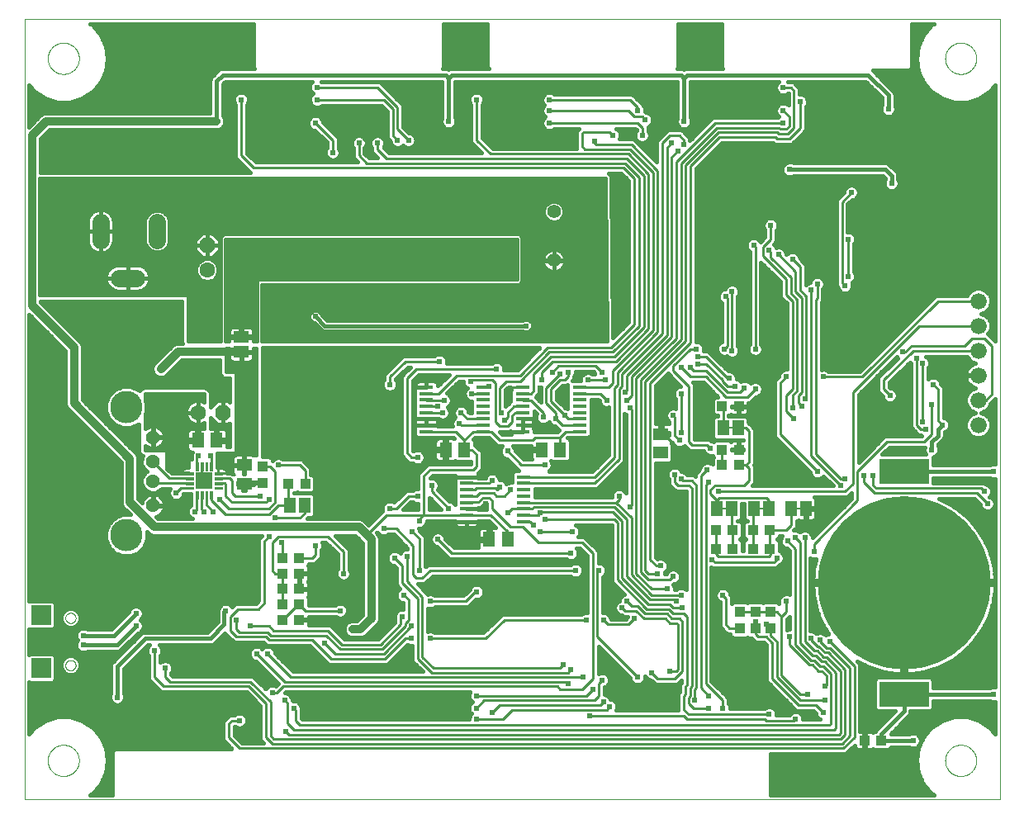
<source format=gbl>
G75*
%MOIN*%
%OFA0B0*%
%FSLAX25Y25*%
%IPPOS*%
%LPD*%
%AMOC8*
5,1,8,0,0,1.08239X$1,22.5*
%
%ADD10C,0.00000*%
%ADD11R,0.05906X0.05118*%
%ADD12R,0.04331X0.03937*%
%ADD13R,0.05118X0.05906*%
%ADD14R,0.05800X0.01400*%
%ADD15R,0.07874X0.07874*%
%ADD16C,0.07087*%
%ADD17R,0.03937X0.04331*%
%ADD18R,0.04600X0.06300*%
%ADD19R,0.02500X0.00800*%
%ADD20C,0.06600*%
%ADD21C,0.05622*%
%ADD22C,0.13055*%
%ADD23C,0.00072*%
%ADD24R,0.06693X0.06693*%
%ADD25OC8,0.06300*%
%ADD26C,0.06300*%
%ADD27C,0.05543*%
%ADD28R,0.20000X0.10000*%
%ADD29C,0.70000*%
%ADD30R,0.06300X0.04600*%
%ADD31C,0.01600*%
%ADD32C,0.02420*%
%ADD33C,0.01000*%
%ADD34C,0.03200*%
D10*
X0146800Y0181800D02*
X0146800Y0496761D01*
X0540501Y0496761D01*
X0540501Y0181800D01*
X0146800Y0181800D01*
X0156249Y0197548D02*
X0156251Y0197706D01*
X0156257Y0197864D01*
X0156267Y0198022D01*
X0156281Y0198180D01*
X0156299Y0198337D01*
X0156320Y0198494D01*
X0156346Y0198650D01*
X0156376Y0198806D01*
X0156409Y0198961D01*
X0156447Y0199114D01*
X0156488Y0199267D01*
X0156533Y0199419D01*
X0156582Y0199570D01*
X0156635Y0199719D01*
X0156691Y0199867D01*
X0156751Y0200013D01*
X0156815Y0200158D01*
X0156883Y0200301D01*
X0156954Y0200443D01*
X0157028Y0200583D01*
X0157106Y0200720D01*
X0157188Y0200856D01*
X0157272Y0200990D01*
X0157361Y0201121D01*
X0157452Y0201250D01*
X0157547Y0201377D01*
X0157644Y0201502D01*
X0157745Y0201624D01*
X0157849Y0201743D01*
X0157956Y0201860D01*
X0158066Y0201974D01*
X0158179Y0202085D01*
X0158294Y0202194D01*
X0158412Y0202299D01*
X0158533Y0202401D01*
X0158656Y0202501D01*
X0158782Y0202597D01*
X0158910Y0202690D01*
X0159040Y0202780D01*
X0159173Y0202866D01*
X0159308Y0202950D01*
X0159444Y0203029D01*
X0159583Y0203106D01*
X0159724Y0203178D01*
X0159866Y0203248D01*
X0160010Y0203313D01*
X0160156Y0203375D01*
X0160303Y0203433D01*
X0160452Y0203488D01*
X0160602Y0203539D01*
X0160753Y0203586D01*
X0160905Y0203629D01*
X0161058Y0203668D01*
X0161213Y0203704D01*
X0161368Y0203735D01*
X0161524Y0203763D01*
X0161680Y0203787D01*
X0161837Y0203807D01*
X0161995Y0203823D01*
X0162152Y0203835D01*
X0162311Y0203843D01*
X0162469Y0203847D01*
X0162627Y0203847D01*
X0162785Y0203843D01*
X0162944Y0203835D01*
X0163101Y0203823D01*
X0163259Y0203807D01*
X0163416Y0203787D01*
X0163572Y0203763D01*
X0163728Y0203735D01*
X0163883Y0203704D01*
X0164038Y0203668D01*
X0164191Y0203629D01*
X0164343Y0203586D01*
X0164494Y0203539D01*
X0164644Y0203488D01*
X0164793Y0203433D01*
X0164940Y0203375D01*
X0165086Y0203313D01*
X0165230Y0203248D01*
X0165372Y0203178D01*
X0165513Y0203106D01*
X0165652Y0203029D01*
X0165788Y0202950D01*
X0165923Y0202866D01*
X0166056Y0202780D01*
X0166186Y0202690D01*
X0166314Y0202597D01*
X0166440Y0202501D01*
X0166563Y0202401D01*
X0166684Y0202299D01*
X0166802Y0202194D01*
X0166917Y0202085D01*
X0167030Y0201974D01*
X0167140Y0201860D01*
X0167247Y0201743D01*
X0167351Y0201624D01*
X0167452Y0201502D01*
X0167549Y0201377D01*
X0167644Y0201250D01*
X0167735Y0201121D01*
X0167824Y0200990D01*
X0167908Y0200856D01*
X0167990Y0200720D01*
X0168068Y0200583D01*
X0168142Y0200443D01*
X0168213Y0200301D01*
X0168281Y0200158D01*
X0168345Y0200013D01*
X0168405Y0199867D01*
X0168461Y0199719D01*
X0168514Y0199570D01*
X0168563Y0199419D01*
X0168608Y0199267D01*
X0168649Y0199114D01*
X0168687Y0198961D01*
X0168720Y0198806D01*
X0168750Y0198650D01*
X0168776Y0198494D01*
X0168797Y0198337D01*
X0168815Y0198180D01*
X0168829Y0198022D01*
X0168839Y0197864D01*
X0168845Y0197706D01*
X0168847Y0197548D01*
X0168845Y0197390D01*
X0168839Y0197232D01*
X0168829Y0197074D01*
X0168815Y0196916D01*
X0168797Y0196759D01*
X0168776Y0196602D01*
X0168750Y0196446D01*
X0168720Y0196290D01*
X0168687Y0196135D01*
X0168649Y0195982D01*
X0168608Y0195829D01*
X0168563Y0195677D01*
X0168514Y0195526D01*
X0168461Y0195377D01*
X0168405Y0195229D01*
X0168345Y0195083D01*
X0168281Y0194938D01*
X0168213Y0194795D01*
X0168142Y0194653D01*
X0168068Y0194513D01*
X0167990Y0194376D01*
X0167908Y0194240D01*
X0167824Y0194106D01*
X0167735Y0193975D01*
X0167644Y0193846D01*
X0167549Y0193719D01*
X0167452Y0193594D01*
X0167351Y0193472D01*
X0167247Y0193353D01*
X0167140Y0193236D01*
X0167030Y0193122D01*
X0166917Y0193011D01*
X0166802Y0192902D01*
X0166684Y0192797D01*
X0166563Y0192695D01*
X0166440Y0192595D01*
X0166314Y0192499D01*
X0166186Y0192406D01*
X0166056Y0192316D01*
X0165923Y0192230D01*
X0165788Y0192146D01*
X0165652Y0192067D01*
X0165513Y0191990D01*
X0165372Y0191918D01*
X0165230Y0191848D01*
X0165086Y0191783D01*
X0164940Y0191721D01*
X0164793Y0191663D01*
X0164644Y0191608D01*
X0164494Y0191557D01*
X0164343Y0191510D01*
X0164191Y0191467D01*
X0164038Y0191428D01*
X0163883Y0191392D01*
X0163728Y0191361D01*
X0163572Y0191333D01*
X0163416Y0191309D01*
X0163259Y0191289D01*
X0163101Y0191273D01*
X0162944Y0191261D01*
X0162785Y0191253D01*
X0162627Y0191249D01*
X0162469Y0191249D01*
X0162311Y0191253D01*
X0162152Y0191261D01*
X0161995Y0191273D01*
X0161837Y0191289D01*
X0161680Y0191309D01*
X0161524Y0191333D01*
X0161368Y0191361D01*
X0161213Y0191392D01*
X0161058Y0191428D01*
X0160905Y0191467D01*
X0160753Y0191510D01*
X0160602Y0191557D01*
X0160452Y0191608D01*
X0160303Y0191663D01*
X0160156Y0191721D01*
X0160010Y0191783D01*
X0159866Y0191848D01*
X0159724Y0191918D01*
X0159583Y0191990D01*
X0159444Y0192067D01*
X0159308Y0192146D01*
X0159173Y0192230D01*
X0159040Y0192316D01*
X0158910Y0192406D01*
X0158782Y0192499D01*
X0158656Y0192595D01*
X0158533Y0192695D01*
X0158412Y0192797D01*
X0158294Y0192902D01*
X0158179Y0193011D01*
X0158066Y0193122D01*
X0157956Y0193236D01*
X0157849Y0193353D01*
X0157745Y0193472D01*
X0157644Y0193594D01*
X0157547Y0193719D01*
X0157452Y0193846D01*
X0157361Y0193975D01*
X0157272Y0194106D01*
X0157188Y0194240D01*
X0157106Y0194376D01*
X0157028Y0194513D01*
X0156954Y0194653D01*
X0156883Y0194795D01*
X0156815Y0194938D01*
X0156751Y0195083D01*
X0156691Y0195229D01*
X0156635Y0195377D01*
X0156582Y0195526D01*
X0156533Y0195677D01*
X0156488Y0195829D01*
X0156447Y0195982D01*
X0156409Y0196135D01*
X0156376Y0196290D01*
X0156346Y0196446D01*
X0156320Y0196602D01*
X0156299Y0196759D01*
X0156281Y0196916D01*
X0156267Y0197074D01*
X0156257Y0197232D01*
X0156251Y0197390D01*
X0156249Y0197548D01*
X0163355Y0236003D02*
X0163357Y0236094D01*
X0163363Y0236184D01*
X0163373Y0236275D01*
X0163387Y0236364D01*
X0163405Y0236453D01*
X0163426Y0236542D01*
X0163452Y0236629D01*
X0163481Y0236715D01*
X0163515Y0236799D01*
X0163551Y0236882D01*
X0163592Y0236964D01*
X0163636Y0237043D01*
X0163683Y0237121D01*
X0163734Y0237196D01*
X0163788Y0237269D01*
X0163845Y0237339D01*
X0163905Y0237407D01*
X0163968Y0237473D01*
X0164034Y0237535D01*
X0164103Y0237594D01*
X0164174Y0237651D01*
X0164248Y0237704D01*
X0164324Y0237754D01*
X0164402Y0237801D01*
X0164482Y0237844D01*
X0164563Y0237883D01*
X0164647Y0237919D01*
X0164732Y0237951D01*
X0164818Y0237980D01*
X0164905Y0238004D01*
X0164994Y0238025D01*
X0165083Y0238042D01*
X0165173Y0238055D01*
X0165263Y0238064D01*
X0165354Y0238069D01*
X0165445Y0238070D01*
X0165535Y0238067D01*
X0165626Y0238060D01*
X0165716Y0238049D01*
X0165806Y0238034D01*
X0165895Y0238015D01*
X0165983Y0237993D01*
X0166069Y0237966D01*
X0166155Y0237936D01*
X0166239Y0237902D01*
X0166322Y0237864D01*
X0166403Y0237823D01*
X0166482Y0237778D01*
X0166559Y0237729D01*
X0166633Y0237678D01*
X0166706Y0237623D01*
X0166776Y0237565D01*
X0166843Y0237504D01*
X0166907Y0237440D01*
X0166969Y0237374D01*
X0167028Y0237304D01*
X0167083Y0237233D01*
X0167136Y0237158D01*
X0167185Y0237082D01*
X0167231Y0237004D01*
X0167273Y0236923D01*
X0167312Y0236841D01*
X0167347Y0236757D01*
X0167378Y0236672D01*
X0167405Y0236585D01*
X0167429Y0236498D01*
X0167449Y0236409D01*
X0167465Y0236320D01*
X0167477Y0236230D01*
X0167485Y0236139D01*
X0167489Y0236048D01*
X0167489Y0235958D01*
X0167485Y0235867D01*
X0167477Y0235776D01*
X0167465Y0235686D01*
X0167449Y0235597D01*
X0167429Y0235508D01*
X0167405Y0235421D01*
X0167378Y0235334D01*
X0167347Y0235249D01*
X0167312Y0235165D01*
X0167273Y0235083D01*
X0167231Y0235002D01*
X0167185Y0234924D01*
X0167136Y0234848D01*
X0167083Y0234773D01*
X0167028Y0234702D01*
X0166969Y0234632D01*
X0166907Y0234566D01*
X0166843Y0234502D01*
X0166776Y0234441D01*
X0166706Y0234383D01*
X0166633Y0234328D01*
X0166559Y0234277D01*
X0166482Y0234228D01*
X0166403Y0234183D01*
X0166322Y0234142D01*
X0166239Y0234104D01*
X0166155Y0234070D01*
X0166069Y0234040D01*
X0165983Y0234013D01*
X0165895Y0233991D01*
X0165806Y0233972D01*
X0165716Y0233957D01*
X0165626Y0233946D01*
X0165535Y0233939D01*
X0165445Y0233936D01*
X0165354Y0233937D01*
X0165263Y0233942D01*
X0165173Y0233951D01*
X0165083Y0233964D01*
X0164994Y0233981D01*
X0164905Y0234002D01*
X0164818Y0234026D01*
X0164732Y0234055D01*
X0164647Y0234087D01*
X0164563Y0234123D01*
X0164482Y0234162D01*
X0164402Y0234205D01*
X0164324Y0234252D01*
X0164248Y0234302D01*
X0164174Y0234355D01*
X0164103Y0234412D01*
X0164034Y0234471D01*
X0163968Y0234533D01*
X0163905Y0234599D01*
X0163845Y0234667D01*
X0163788Y0234737D01*
X0163734Y0234810D01*
X0163683Y0234885D01*
X0163636Y0234963D01*
X0163592Y0235042D01*
X0163551Y0235124D01*
X0163515Y0235207D01*
X0163481Y0235291D01*
X0163452Y0235377D01*
X0163426Y0235464D01*
X0163405Y0235553D01*
X0163387Y0235642D01*
X0163373Y0235731D01*
X0163363Y0235822D01*
X0163357Y0235912D01*
X0163355Y0236003D01*
X0163355Y0255097D02*
X0163357Y0255188D01*
X0163363Y0255278D01*
X0163373Y0255369D01*
X0163387Y0255458D01*
X0163405Y0255547D01*
X0163426Y0255636D01*
X0163452Y0255723D01*
X0163481Y0255809D01*
X0163515Y0255893D01*
X0163551Y0255976D01*
X0163592Y0256058D01*
X0163636Y0256137D01*
X0163683Y0256215D01*
X0163734Y0256290D01*
X0163788Y0256363D01*
X0163845Y0256433D01*
X0163905Y0256501D01*
X0163968Y0256567D01*
X0164034Y0256629D01*
X0164103Y0256688D01*
X0164174Y0256745D01*
X0164248Y0256798D01*
X0164324Y0256848D01*
X0164402Y0256895D01*
X0164482Y0256938D01*
X0164563Y0256977D01*
X0164647Y0257013D01*
X0164732Y0257045D01*
X0164818Y0257074D01*
X0164905Y0257098D01*
X0164994Y0257119D01*
X0165083Y0257136D01*
X0165173Y0257149D01*
X0165263Y0257158D01*
X0165354Y0257163D01*
X0165445Y0257164D01*
X0165535Y0257161D01*
X0165626Y0257154D01*
X0165716Y0257143D01*
X0165806Y0257128D01*
X0165895Y0257109D01*
X0165983Y0257087D01*
X0166069Y0257060D01*
X0166155Y0257030D01*
X0166239Y0256996D01*
X0166322Y0256958D01*
X0166403Y0256917D01*
X0166482Y0256872D01*
X0166559Y0256823D01*
X0166633Y0256772D01*
X0166706Y0256717D01*
X0166776Y0256659D01*
X0166843Y0256598D01*
X0166907Y0256534D01*
X0166969Y0256468D01*
X0167028Y0256398D01*
X0167083Y0256327D01*
X0167136Y0256252D01*
X0167185Y0256176D01*
X0167231Y0256098D01*
X0167273Y0256017D01*
X0167312Y0255935D01*
X0167347Y0255851D01*
X0167378Y0255766D01*
X0167405Y0255679D01*
X0167429Y0255592D01*
X0167449Y0255503D01*
X0167465Y0255414D01*
X0167477Y0255324D01*
X0167485Y0255233D01*
X0167489Y0255142D01*
X0167489Y0255052D01*
X0167485Y0254961D01*
X0167477Y0254870D01*
X0167465Y0254780D01*
X0167449Y0254691D01*
X0167429Y0254602D01*
X0167405Y0254515D01*
X0167378Y0254428D01*
X0167347Y0254343D01*
X0167312Y0254259D01*
X0167273Y0254177D01*
X0167231Y0254096D01*
X0167185Y0254018D01*
X0167136Y0253942D01*
X0167083Y0253867D01*
X0167028Y0253796D01*
X0166969Y0253726D01*
X0166907Y0253660D01*
X0166843Y0253596D01*
X0166776Y0253535D01*
X0166706Y0253477D01*
X0166633Y0253422D01*
X0166559Y0253371D01*
X0166482Y0253322D01*
X0166403Y0253277D01*
X0166322Y0253236D01*
X0166239Y0253198D01*
X0166155Y0253164D01*
X0166069Y0253134D01*
X0165983Y0253107D01*
X0165895Y0253085D01*
X0165806Y0253066D01*
X0165716Y0253051D01*
X0165626Y0253040D01*
X0165535Y0253033D01*
X0165445Y0253030D01*
X0165354Y0253031D01*
X0165263Y0253036D01*
X0165173Y0253045D01*
X0165083Y0253058D01*
X0164994Y0253075D01*
X0164905Y0253096D01*
X0164818Y0253120D01*
X0164732Y0253149D01*
X0164647Y0253181D01*
X0164563Y0253217D01*
X0164482Y0253256D01*
X0164402Y0253299D01*
X0164324Y0253346D01*
X0164248Y0253396D01*
X0164174Y0253449D01*
X0164103Y0253506D01*
X0164034Y0253565D01*
X0163968Y0253627D01*
X0163905Y0253693D01*
X0163845Y0253761D01*
X0163788Y0253831D01*
X0163734Y0253904D01*
X0163683Y0253979D01*
X0163636Y0254057D01*
X0163592Y0254136D01*
X0163551Y0254218D01*
X0163515Y0254301D01*
X0163481Y0254385D01*
X0163452Y0254471D01*
X0163426Y0254558D01*
X0163405Y0254647D01*
X0163387Y0254736D01*
X0163373Y0254825D01*
X0163363Y0254916D01*
X0163357Y0255006D01*
X0163355Y0255097D01*
X0156249Y0481013D02*
X0156251Y0481171D01*
X0156257Y0481329D01*
X0156267Y0481487D01*
X0156281Y0481645D01*
X0156299Y0481802D01*
X0156320Y0481959D01*
X0156346Y0482115D01*
X0156376Y0482271D01*
X0156409Y0482426D01*
X0156447Y0482579D01*
X0156488Y0482732D01*
X0156533Y0482884D01*
X0156582Y0483035D01*
X0156635Y0483184D01*
X0156691Y0483332D01*
X0156751Y0483478D01*
X0156815Y0483623D01*
X0156883Y0483766D01*
X0156954Y0483908D01*
X0157028Y0484048D01*
X0157106Y0484185D01*
X0157188Y0484321D01*
X0157272Y0484455D01*
X0157361Y0484586D01*
X0157452Y0484715D01*
X0157547Y0484842D01*
X0157644Y0484967D01*
X0157745Y0485089D01*
X0157849Y0485208D01*
X0157956Y0485325D01*
X0158066Y0485439D01*
X0158179Y0485550D01*
X0158294Y0485659D01*
X0158412Y0485764D01*
X0158533Y0485866D01*
X0158656Y0485966D01*
X0158782Y0486062D01*
X0158910Y0486155D01*
X0159040Y0486245D01*
X0159173Y0486331D01*
X0159308Y0486415D01*
X0159444Y0486494D01*
X0159583Y0486571D01*
X0159724Y0486643D01*
X0159866Y0486713D01*
X0160010Y0486778D01*
X0160156Y0486840D01*
X0160303Y0486898D01*
X0160452Y0486953D01*
X0160602Y0487004D01*
X0160753Y0487051D01*
X0160905Y0487094D01*
X0161058Y0487133D01*
X0161213Y0487169D01*
X0161368Y0487200D01*
X0161524Y0487228D01*
X0161680Y0487252D01*
X0161837Y0487272D01*
X0161995Y0487288D01*
X0162152Y0487300D01*
X0162311Y0487308D01*
X0162469Y0487312D01*
X0162627Y0487312D01*
X0162785Y0487308D01*
X0162944Y0487300D01*
X0163101Y0487288D01*
X0163259Y0487272D01*
X0163416Y0487252D01*
X0163572Y0487228D01*
X0163728Y0487200D01*
X0163883Y0487169D01*
X0164038Y0487133D01*
X0164191Y0487094D01*
X0164343Y0487051D01*
X0164494Y0487004D01*
X0164644Y0486953D01*
X0164793Y0486898D01*
X0164940Y0486840D01*
X0165086Y0486778D01*
X0165230Y0486713D01*
X0165372Y0486643D01*
X0165513Y0486571D01*
X0165652Y0486494D01*
X0165788Y0486415D01*
X0165923Y0486331D01*
X0166056Y0486245D01*
X0166186Y0486155D01*
X0166314Y0486062D01*
X0166440Y0485966D01*
X0166563Y0485866D01*
X0166684Y0485764D01*
X0166802Y0485659D01*
X0166917Y0485550D01*
X0167030Y0485439D01*
X0167140Y0485325D01*
X0167247Y0485208D01*
X0167351Y0485089D01*
X0167452Y0484967D01*
X0167549Y0484842D01*
X0167644Y0484715D01*
X0167735Y0484586D01*
X0167824Y0484455D01*
X0167908Y0484321D01*
X0167990Y0484185D01*
X0168068Y0484048D01*
X0168142Y0483908D01*
X0168213Y0483766D01*
X0168281Y0483623D01*
X0168345Y0483478D01*
X0168405Y0483332D01*
X0168461Y0483184D01*
X0168514Y0483035D01*
X0168563Y0482884D01*
X0168608Y0482732D01*
X0168649Y0482579D01*
X0168687Y0482426D01*
X0168720Y0482271D01*
X0168750Y0482115D01*
X0168776Y0481959D01*
X0168797Y0481802D01*
X0168815Y0481645D01*
X0168829Y0481487D01*
X0168839Y0481329D01*
X0168845Y0481171D01*
X0168847Y0481013D01*
X0168845Y0480855D01*
X0168839Y0480697D01*
X0168829Y0480539D01*
X0168815Y0480381D01*
X0168797Y0480224D01*
X0168776Y0480067D01*
X0168750Y0479911D01*
X0168720Y0479755D01*
X0168687Y0479600D01*
X0168649Y0479447D01*
X0168608Y0479294D01*
X0168563Y0479142D01*
X0168514Y0478991D01*
X0168461Y0478842D01*
X0168405Y0478694D01*
X0168345Y0478548D01*
X0168281Y0478403D01*
X0168213Y0478260D01*
X0168142Y0478118D01*
X0168068Y0477978D01*
X0167990Y0477841D01*
X0167908Y0477705D01*
X0167824Y0477571D01*
X0167735Y0477440D01*
X0167644Y0477311D01*
X0167549Y0477184D01*
X0167452Y0477059D01*
X0167351Y0476937D01*
X0167247Y0476818D01*
X0167140Y0476701D01*
X0167030Y0476587D01*
X0166917Y0476476D01*
X0166802Y0476367D01*
X0166684Y0476262D01*
X0166563Y0476160D01*
X0166440Y0476060D01*
X0166314Y0475964D01*
X0166186Y0475871D01*
X0166056Y0475781D01*
X0165923Y0475695D01*
X0165788Y0475611D01*
X0165652Y0475532D01*
X0165513Y0475455D01*
X0165372Y0475383D01*
X0165230Y0475313D01*
X0165086Y0475248D01*
X0164940Y0475186D01*
X0164793Y0475128D01*
X0164644Y0475073D01*
X0164494Y0475022D01*
X0164343Y0474975D01*
X0164191Y0474932D01*
X0164038Y0474893D01*
X0163883Y0474857D01*
X0163728Y0474826D01*
X0163572Y0474798D01*
X0163416Y0474774D01*
X0163259Y0474754D01*
X0163101Y0474738D01*
X0162944Y0474726D01*
X0162785Y0474718D01*
X0162627Y0474714D01*
X0162469Y0474714D01*
X0162311Y0474718D01*
X0162152Y0474726D01*
X0161995Y0474738D01*
X0161837Y0474754D01*
X0161680Y0474774D01*
X0161524Y0474798D01*
X0161368Y0474826D01*
X0161213Y0474857D01*
X0161058Y0474893D01*
X0160905Y0474932D01*
X0160753Y0474975D01*
X0160602Y0475022D01*
X0160452Y0475073D01*
X0160303Y0475128D01*
X0160156Y0475186D01*
X0160010Y0475248D01*
X0159866Y0475313D01*
X0159724Y0475383D01*
X0159583Y0475455D01*
X0159444Y0475532D01*
X0159308Y0475611D01*
X0159173Y0475695D01*
X0159040Y0475781D01*
X0158910Y0475871D01*
X0158782Y0475964D01*
X0158656Y0476060D01*
X0158533Y0476160D01*
X0158412Y0476262D01*
X0158294Y0476367D01*
X0158179Y0476476D01*
X0158066Y0476587D01*
X0157956Y0476701D01*
X0157849Y0476818D01*
X0157745Y0476937D01*
X0157644Y0477059D01*
X0157547Y0477184D01*
X0157452Y0477311D01*
X0157361Y0477440D01*
X0157272Y0477571D01*
X0157188Y0477705D01*
X0157106Y0477841D01*
X0157028Y0477978D01*
X0156954Y0478118D01*
X0156883Y0478260D01*
X0156815Y0478403D01*
X0156751Y0478548D01*
X0156691Y0478694D01*
X0156635Y0478842D01*
X0156582Y0478991D01*
X0156533Y0479142D01*
X0156488Y0479294D01*
X0156447Y0479447D01*
X0156409Y0479600D01*
X0156376Y0479755D01*
X0156346Y0479911D01*
X0156320Y0480067D01*
X0156299Y0480224D01*
X0156281Y0480381D01*
X0156267Y0480539D01*
X0156257Y0480697D01*
X0156251Y0480855D01*
X0156249Y0481013D01*
X0518454Y0481013D02*
X0518456Y0481171D01*
X0518462Y0481329D01*
X0518472Y0481487D01*
X0518486Y0481645D01*
X0518504Y0481802D01*
X0518525Y0481959D01*
X0518551Y0482115D01*
X0518581Y0482271D01*
X0518614Y0482426D01*
X0518652Y0482579D01*
X0518693Y0482732D01*
X0518738Y0482884D01*
X0518787Y0483035D01*
X0518840Y0483184D01*
X0518896Y0483332D01*
X0518956Y0483478D01*
X0519020Y0483623D01*
X0519088Y0483766D01*
X0519159Y0483908D01*
X0519233Y0484048D01*
X0519311Y0484185D01*
X0519393Y0484321D01*
X0519477Y0484455D01*
X0519566Y0484586D01*
X0519657Y0484715D01*
X0519752Y0484842D01*
X0519849Y0484967D01*
X0519950Y0485089D01*
X0520054Y0485208D01*
X0520161Y0485325D01*
X0520271Y0485439D01*
X0520384Y0485550D01*
X0520499Y0485659D01*
X0520617Y0485764D01*
X0520738Y0485866D01*
X0520861Y0485966D01*
X0520987Y0486062D01*
X0521115Y0486155D01*
X0521245Y0486245D01*
X0521378Y0486331D01*
X0521513Y0486415D01*
X0521649Y0486494D01*
X0521788Y0486571D01*
X0521929Y0486643D01*
X0522071Y0486713D01*
X0522215Y0486778D01*
X0522361Y0486840D01*
X0522508Y0486898D01*
X0522657Y0486953D01*
X0522807Y0487004D01*
X0522958Y0487051D01*
X0523110Y0487094D01*
X0523263Y0487133D01*
X0523418Y0487169D01*
X0523573Y0487200D01*
X0523729Y0487228D01*
X0523885Y0487252D01*
X0524042Y0487272D01*
X0524200Y0487288D01*
X0524357Y0487300D01*
X0524516Y0487308D01*
X0524674Y0487312D01*
X0524832Y0487312D01*
X0524990Y0487308D01*
X0525149Y0487300D01*
X0525306Y0487288D01*
X0525464Y0487272D01*
X0525621Y0487252D01*
X0525777Y0487228D01*
X0525933Y0487200D01*
X0526088Y0487169D01*
X0526243Y0487133D01*
X0526396Y0487094D01*
X0526548Y0487051D01*
X0526699Y0487004D01*
X0526849Y0486953D01*
X0526998Y0486898D01*
X0527145Y0486840D01*
X0527291Y0486778D01*
X0527435Y0486713D01*
X0527577Y0486643D01*
X0527718Y0486571D01*
X0527857Y0486494D01*
X0527993Y0486415D01*
X0528128Y0486331D01*
X0528261Y0486245D01*
X0528391Y0486155D01*
X0528519Y0486062D01*
X0528645Y0485966D01*
X0528768Y0485866D01*
X0528889Y0485764D01*
X0529007Y0485659D01*
X0529122Y0485550D01*
X0529235Y0485439D01*
X0529345Y0485325D01*
X0529452Y0485208D01*
X0529556Y0485089D01*
X0529657Y0484967D01*
X0529754Y0484842D01*
X0529849Y0484715D01*
X0529940Y0484586D01*
X0530029Y0484455D01*
X0530113Y0484321D01*
X0530195Y0484185D01*
X0530273Y0484048D01*
X0530347Y0483908D01*
X0530418Y0483766D01*
X0530486Y0483623D01*
X0530550Y0483478D01*
X0530610Y0483332D01*
X0530666Y0483184D01*
X0530719Y0483035D01*
X0530768Y0482884D01*
X0530813Y0482732D01*
X0530854Y0482579D01*
X0530892Y0482426D01*
X0530925Y0482271D01*
X0530955Y0482115D01*
X0530981Y0481959D01*
X0531002Y0481802D01*
X0531020Y0481645D01*
X0531034Y0481487D01*
X0531044Y0481329D01*
X0531050Y0481171D01*
X0531052Y0481013D01*
X0531050Y0480855D01*
X0531044Y0480697D01*
X0531034Y0480539D01*
X0531020Y0480381D01*
X0531002Y0480224D01*
X0530981Y0480067D01*
X0530955Y0479911D01*
X0530925Y0479755D01*
X0530892Y0479600D01*
X0530854Y0479447D01*
X0530813Y0479294D01*
X0530768Y0479142D01*
X0530719Y0478991D01*
X0530666Y0478842D01*
X0530610Y0478694D01*
X0530550Y0478548D01*
X0530486Y0478403D01*
X0530418Y0478260D01*
X0530347Y0478118D01*
X0530273Y0477978D01*
X0530195Y0477841D01*
X0530113Y0477705D01*
X0530029Y0477571D01*
X0529940Y0477440D01*
X0529849Y0477311D01*
X0529754Y0477184D01*
X0529657Y0477059D01*
X0529556Y0476937D01*
X0529452Y0476818D01*
X0529345Y0476701D01*
X0529235Y0476587D01*
X0529122Y0476476D01*
X0529007Y0476367D01*
X0528889Y0476262D01*
X0528768Y0476160D01*
X0528645Y0476060D01*
X0528519Y0475964D01*
X0528391Y0475871D01*
X0528261Y0475781D01*
X0528128Y0475695D01*
X0527993Y0475611D01*
X0527857Y0475532D01*
X0527718Y0475455D01*
X0527577Y0475383D01*
X0527435Y0475313D01*
X0527291Y0475248D01*
X0527145Y0475186D01*
X0526998Y0475128D01*
X0526849Y0475073D01*
X0526699Y0475022D01*
X0526548Y0474975D01*
X0526396Y0474932D01*
X0526243Y0474893D01*
X0526088Y0474857D01*
X0525933Y0474826D01*
X0525777Y0474798D01*
X0525621Y0474774D01*
X0525464Y0474754D01*
X0525306Y0474738D01*
X0525149Y0474726D01*
X0524990Y0474718D01*
X0524832Y0474714D01*
X0524674Y0474714D01*
X0524516Y0474718D01*
X0524357Y0474726D01*
X0524200Y0474738D01*
X0524042Y0474754D01*
X0523885Y0474774D01*
X0523729Y0474798D01*
X0523573Y0474826D01*
X0523418Y0474857D01*
X0523263Y0474893D01*
X0523110Y0474932D01*
X0522958Y0474975D01*
X0522807Y0475022D01*
X0522657Y0475073D01*
X0522508Y0475128D01*
X0522361Y0475186D01*
X0522215Y0475248D01*
X0522071Y0475313D01*
X0521929Y0475383D01*
X0521788Y0475455D01*
X0521649Y0475532D01*
X0521513Y0475611D01*
X0521378Y0475695D01*
X0521245Y0475781D01*
X0521115Y0475871D01*
X0520987Y0475964D01*
X0520861Y0476060D01*
X0520738Y0476160D01*
X0520617Y0476262D01*
X0520499Y0476367D01*
X0520384Y0476476D01*
X0520271Y0476587D01*
X0520161Y0476701D01*
X0520054Y0476818D01*
X0519950Y0476937D01*
X0519849Y0477059D01*
X0519752Y0477184D01*
X0519657Y0477311D01*
X0519566Y0477440D01*
X0519477Y0477571D01*
X0519393Y0477705D01*
X0519311Y0477841D01*
X0519233Y0477978D01*
X0519159Y0478118D01*
X0519088Y0478260D01*
X0519020Y0478403D01*
X0518956Y0478548D01*
X0518896Y0478694D01*
X0518840Y0478842D01*
X0518787Y0478991D01*
X0518738Y0479142D01*
X0518693Y0479294D01*
X0518652Y0479447D01*
X0518614Y0479600D01*
X0518581Y0479755D01*
X0518551Y0479911D01*
X0518525Y0480067D01*
X0518504Y0480224D01*
X0518486Y0480381D01*
X0518472Y0480539D01*
X0518462Y0480697D01*
X0518456Y0480855D01*
X0518454Y0481013D01*
X0518454Y0197548D02*
X0518456Y0197706D01*
X0518462Y0197864D01*
X0518472Y0198022D01*
X0518486Y0198180D01*
X0518504Y0198337D01*
X0518525Y0198494D01*
X0518551Y0198650D01*
X0518581Y0198806D01*
X0518614Y0198961D01*
X0518652Y0199114D01*
X0518693Y0199267D01*
X0518738Y0199419D01*
X0518787Y0199570D01*
X0518840Y0199719D01*
X0518896Y0199867D01*
X0518956Y0200013D01*
X0519020Y0200158D01*
X0519088Y0200301D01*
X0519159Y0200443D01*
X0519233Y0200583D01*
X0519311Y0200720D01*
X0519393Y0200856D01*
X0519477Y0200990D01*
X0519566Y0201121D01*
X0519657Y0201250D01*
X0519752Y0201377D01*
X0519849Y0201502D01*
X0519950Y0201624D01*
X0520054Y0201743D01*
X0520161Y0201860D01*
X0520271Y0201974D01*
X0520384Y0202085D01*
X0520499Y0202194D01*
X0520617Y0202299D01*
X0520738Y0202401D01*
X0520861Y0202501D01*
X0520987Y0202597D01*
X0521115Y0202690D01*
X0521245Y0202780D01*
X0521378Y0202866D01*
X0521513Y0202950D01*
X0521649Y0203029D01*
X0521788Y0203106D01*
X0521929Y0203178D01*
X0522071Y0203248D01*
X0522215Y0203313D01*
X0522361Y0203375D01*
X0522508Y0203433D01*
X0522657Y0203488D01*
X0522807Y0203539D01*
X0522958Y0203586D01*
X0523110Y0203629D01*
X0523263Y0203668D01*
X0523418Y0203704D01*
X0523573Y0203735D01*
X0523729Y0203763D01*
X0523885Y0203787D01*
X0524042Y0203807D01*
X0524200Y0203823D01*
X0524357Y0203835D01*
X0524516Y0203843D01*
X0524674Y0203847D01*
X0524832Y0203847D01*
X0524990Y0203843D01*
X0525149Y0203835D01*
X0525306Y0203823D01*
X0525464Y0203807D01*
X0525621Y0203787D01*
X0525777Y0203763D01*
X0525933Y0203735D01*
X0526088Y0203704D01*
X0526243Y0203668D01*
X0526396Y0203629D01*
X0526548Y0203586D01*
X0526699Y0203539D01*
X0526849Y0203488D01*
X0526998Y0203433D01*
X0527145Y0203375D01*
X0527291Y0203313D01*
X0527435Y0203248D01*
X0527577Y0203178D01*
X0527718Y0203106D01*
X0527857Y0203029D01*
X0527993Y0202950D01*
X0528128Y0202866D01*
X0528261Y0202780D01*
X0528391Y0202690D01*
X0528519Y0202597D01*
X0528645Y0202501D01*
X0528768Y0202401D01*
X0528889Y0202299D01*
X0529007Y0202194D01*
X0529122Y0202085D01*
X0529235Y0201974D01*
X0529345Y0201860D01*
X0529452Y0201743D01*
X0529556Y0201624D01*
X0529657Y0201502D01*
X0529754Y0201377D01*
X0529849Y0201250D01*
X0529940Y0201121D01*
X0530029Y0200990D01*
X0530113Y0200856D01*
X0530195Y0200720D01*
X0530273Y0200583D01*
X0530347Y0200443D01*
X0530418Y0200301D01*
X0530486Y0200158D01*
X0530550Y0200013D01*
X0530610Y0199867D01*
X0530666Y0199719D01*
X0530719Y0199570D01*
X0530768Y0199419D01*
X0530813Y0199267D01*
X0530854Y0199114D01*
X0530892Y0198961D01*
X0530925Y0198806D01*
X0530955Y0198650D01*
X0530981Y0198494D01*
X0531002Y0198337D01*
X0531020Y0198180D01*
X0531034Y0198022D01*
X0531044Y0197864D01*
X0531050Y0197706D01*
X0531052Y0197548D01*
X0531050Y0197390D01*
X0531044Y0197232D01*
X0531034Y0197074D01*
X0531020Y0196916D01*
X0531002Y0196759D01*
X0530981Y0196602D01*
X0530955Y0196446D01*
X0530925Y0196290D01*
X0530892Y0196135D01*
X0530854Y0195982D01*
X0530813Y0195829D01*
X0530768Y0195677D01*
X0530719Y0195526D01*
X0530666Y0195377D01*
X0530610Y0195229D01*
X0530550Y0195083D01*
X0530486Y0194938D01*
X0530418Y0194795D01*
X0530347Y0194653D01*
X0530273Y0194513D01*
X0530195Y0194376D01*
X0530113Y0194240D01*
X0530029Y0194106D01*
X0529940Y0193975D01*
X0529849Y0193846D01*
X0529754Y0193719D01*
X0529657Y0193594D01*
X0529556Y0193472D01*
X0529452Y0193353D01*
X0529345Y0193236D01*
X0529235Y0193122D01*
X0529122Y0193011D01*
X0529007Y0192902D01*
X0528889Y0192797D01*
X0528768Y0192695D01*
X0528645Y0192595D01*
X0528519Y0192499D01*
X0528391Y0192406D01*
X0528261Y0192316D01*
X0528128Y0192230D01*
X0527993Y0192146D01*
X0527857Y0192067D01*
X0527718Y0191990D01*
X0527577Y0191918D01*
X0527435Y0191848D01*
X0527291Y0191783D01*
X0527145Y0191721D01*
X0526998Y0191663D01*
X0526849Y0191608D01*
X0526699Y0191557D01*
X0526548Y0191510D01*
X0526396Y0191467D01*
X0526243Y0191428D01*
X0526088Y0191392D01*
X0525933Y0191361D01*
X0525777Y0191333D01*
X0525621Y0191309D01*
X0525464Y0191289D01*
X0525306Y0191273D01*
X0525149Y0191261D01*
X0524990Y0191253D01*
X0524832Y0191249D01*
X0524674Y0191249D01*
X0524516Y0191253D01*
X0524357Y0191261D01*
X0524200Y0191273D01*
X0524042Y0191289D01*
X0523885Y0191309D01*
X0523729Y0191333D01*
X0523573Y0191361D01*
X0523418Y0191392D01*
X0523263Y0191428D01*
X0523110Y0191467D01*
X0522958Y0191510D01*
X0522807Y0191557D01*
X0522657Y0191608D01*
X0522508Y0191663D01*
X0522361Y0191721D01*
X0522215Y0191783D01*
X0522071Y0191848D01*
X0521929Y0191918D01*
X0521788Y0191990D01*
X0521649Y0192067D01*
X0521513Y0192146D01*
X0521378Y0192230D01*
X0521245Y0192316D01*
X0521115Y0192406D01*
X0520987Y0192499D01*
X0520861Y0192595D01*
X0520738Y0192695D01*
X0520617Y0192797D01*
X0520499Y0192902D01*
X0520384Y0193011D01*
X0520271Y0193122D01*
X0520161Y0193236D01*
X0520054Y0193353D01*
X0519950Y0193472D01*
X0519849Y0193594D01*
X0519752Y0193719D01*
X0519657Y0193846D01*
X0519566Y0193975D01*
X0519477Y0194106D01*
X0519393Y0194240D01*
X0519311Y0194376D01*
X0519233Y0194513D01*
X0519159Y0194653D01*
X0519088Y0194795D01*
X0519020Y0194938D01*
X0518956Y0195083D01*
X0518896Y0195229D01*
X0518840Y0195377D01*
X0518787Y0195526D01*
X0518738Y0195677D01*
X0518693Y0195829D01*
X0518652Y0195982D01*
X0518614Y0196135D01*
X0518581Y0196290D01*
X0518551Y0196446D01*
X0518525Y0196602D01*
X0518504Y0196759D01*
X0518486Y0196916D01*
X0518472Y0197074D01*
X0518462Y0197232D01*
X0518456Y0197390D01*
X0518454Y0197548D01*
D11*
X0403675Y0321810D03*
X0403675Y0329290D03*
X0235550Y0316790D03*
X0235550Y0309310D03*
D12*
X0253454Y0309300D03*
X0260146Y0309300D03*
X0257646Y0279300D03*
X0257646Y0273050D03*
X0257646Y0266800D03*
X0257646Y0260550D03*
X0257646Y0254300D03*
X0250954Y0254300D03*
X0250954Y0260550D03*
X0250954Y0266800D03*
X0250954Y0273050D03*
X0250954Y0279300D03*
X0425954Y0283050D03*
X0432646Y0283050D03*
X0432646Y0290550D03*
X0425954Y0290550D03*
X0440954Y0290550D03*
X0447646Y0290550D03*
X0447646Y0283050D03*
X0440954Y0283050D03*
X0435146Y0316800D03*
X0435146Y0323050D03*
X0428454Y0323050D03*
X0428454Y0316800D03*
X0428454Y0340550D03*
X0435146Y0340550D03*
X0485954Y0205550D03*
X0492646Y0205550D03*
D13*
X0363040Y0323050D03*
X0355560Y0323050D03*
X0324290Y0323050D03*
X0316810Y0323050D03*
X0334310Y0286800D03*
X0341790Y0286800D03*
X0224290Y0326800D03*
X0216810Y0326800D03*
D14*
X0309050Y0330300D03*
X0309050Y0332900D03*
X0309050Y0335500D03*
X0309050Y0338000D03*
X0309050Y0340600D03*
X0309050Y0343100D03*
X0309050Y0345700D03*
X0309050Y0348300D03*
X0332050Y0348300D03*
X0332050Y0345700D03*
X0332050Y0343100D03*
X0332050Y0340600D03*
X0332050Y0338000D03*
X0332050Y0335500D03*
X0332050Y0332900D03*
X0332050Y0330300D03*
X0347800Y0330300D03*
X0347800Y0332900D03*
X0347800Y0335500D03*
X0347800Y0338000D03*
X0347800Y0340600D03*
X0347800Y0343100D03*
X0347800Y0345700D03*
X0347800Y0348300D03*
X0370800Y0348300D03*
X0370800Y0345700D03*
X0370800Y0343100D03*
X0370800Y0340600D03*
X0370800Y0338000D03*
X0370800Y0335500D03*
X0370800Y0332900D03*
X0370800Y0330300D03*
X0348300Y0312050D03*
X0348300Y0309450D03*
X0348300Y0306850D03*
X0348300Y0304350D03*
X0348300Y0301750D03*
X0348300Y0299250D03*
X0348300Y0296650D03*
X0348300Y0294050D03*
X0325300Y0294050D03*
X0325300Y0296650D03*
X0325300Y0299250D03*
X0325300Y0301750D03*
X0325300Y0304350D03*
X0325300Y0306850D03*
X0325300Y0309450D03*
X0325300Y0312050D03*
D15*
X0153493Y0256278D03*
X0153493Y0234822D03*
D16*
X0184989Y0392351D02*
X0192076Y0392351D01*
X0200343Y0407706D02*
X0200343Y0414792D01*
X0177509Y0414792D02*
X0177509Y0407706D01*
D17*
X0243050Y0316396D03*
X0243050Y0309704D03*
X0435550Y0257646D03*
X0441800Y0257646D03*
X0448050Y0257646D03*
X0448050Y0250954D03*
X0441800Y0250954D03*
X0435550Y0250954D03*
D18*
X0432300Y0299300D03*
X0426300Y0299300D03*
X0441300Y0299300D03*
X0447300Y0299300D03*
X0456300Y0299300D03*
X0462300Y0299300D03*
X0434800Y0331800D03*
X0428800Y0331800D03*
X0259800Y0300550D03*
X0253800Y0300550D03*
D19*
X0429300Y0299300D03*
X0444300Y0299300D03*
X0459300Y0299300D03*
X0431800Y0331800D03*
D20*
X0531800Y0333050D03*
X0531800Y0343050D03*
X0531800Y0353050D03*
X0531800Y0363050D03*
X0531800Y0373050D03*
X0531800Y0383050D03*
D21*
X0198719Y0328080D03*
X0198719Y0318237D03*
X0198719Y0310363D03*
X0198719Y0300520D03*
D22*
X0188050Y0288434D03*
X0188050Y0340166D03*
D23*
X0211915Y0313027D02*
X0215111Y0313027D01*
X0211915Y0313027D02*
X0211915Y0313979D01*
X0215111Y0313979D01*
X0215111Y0313027D01*
X0215111Y0313098D02*
X0211915Y0313098D01*
X0211915Y0313169D02*
X0215111Y0313169D01*
X0215111Y0313240D02*
X0211915Y0313240D01*
X0211915Y0313311D02*
X0215111Y0313311D01*
X0215111Y0313382D02*
X0211915Y0313382D01*
X0211915Y0313453D02*
X0215111Y0313453D01*
X0215111Y0313524D02*
X0211915Y0313524D01*
X0211915Y0313595D02*
X0215111Y0313595D01*
X0215111Y0313666D02*
X0211915Y0313666D01*
X0211915Y0313737D02*
X0215111Y0313737D01*
X0215111Y0313808D02*
X0211915Y0313808D01*
X0211915Y0313879D02*
X0215111Y0313879D01*
X0215111Y0313950D02*
X0211915Y0313950D01*
X0211915Y0311058D02*
X0215111Y0311058D01*
X0211915Y0311058D02*
X0211915Y0312010D01*
X0215111Y0312010D01*
X0215111Y0311058D01*
X0215111Y0311129D02*
X0211915Y0311129D01*
X0211915Y0311200D02*
X0215111Y0311200D01*
X0215111Y0311271D02*
X0211915Y0311271D01*
X0211915Y0311342D02*
X0215111Y0311342D01*
X0215111Y0311413D02*
X0211915Y0311413D01*
X0211915Y0311484D02*
X0215111Y0311484D01*
X0215111Y0311555D02*
X0211915Y0311555D01*
X0211915Y0311626D02*
X0215111Y0311626D01*
X0215111Y0311697D02*
X0211915Y0311697D01*
X0211915Y0311768D02*
X0215111Y0311768D01*
X0215111Y0311839D02*
X0211915Y0311839D01*
X0211915Y0311910D02*
X0215111Y0311910D01*
X0215111Y0311981D02*
X0211915Y0311981D01*
X0211915Y0309090D02*
X0215111Y0309090D01*
X0211915Y0309090D02*
X0211915Y0310042D01*
X0215111Y0310042D01*
X0215111Y0309090D01*
X0215111Y0309161D02*
X0211915Y0309161D01*
X0211915Y0309232D02*
X0215111Y0309232D01*
X0215111Y0309303D02*
X0211915Y0309303D01*
X0211915Y0309374D02*
X0215111Y0309374D01*
X0215111Y0309445D02*
X0211915Y0309445D01*
X0211915Y0309516D02*
X0215111Y0309516D01*
X0215111Y0309587D02*
X0211915Y0309587D01*
X0211915Y0309658D02*
X0215111Y0309658D01*
X0215111Y0309729D02*
X0211915Y0309729D01*
X0211915Y0309800D02*
X0215111Y0309800D01*
X0215111Y0309871D02*
X0211915Y0309871D01*
X0211915Y0309942D02*
X0215111Y0309942D01*
X0215111Y0310013D02*
X0211915Y0310013D01*
X0211915Y0307121D02*
X0215111Y0307121D01*
X0211915Y0307121D02*
X0211915Y0308073D01*
X0215111Y0308073D01*
X0215111Y0307121D01*
X0215111Y0307192D02*
X0211915Y0307192D01*
X0211915Y0307263D02*
X0215111Y0307263D01*
X0215111Y0307334D02*
X0211915Y0307334D01*
X0211915Y0307405D02*
X0215111Y0307405D01*
X0215111Y0307476D02*
X0211915Y0307476D01*
X0211915Y0307547D02*
X0215111Y0307547D01*
X0215111Y0307618D02*
X0211915Y0307618D01*
X0211915Y0307689D02*
X0215111Y0307689D01*
X0215111Y0307760D02*
X0211915Y0307760D01*
X0211915Y0307831D02*
X0215111Y0307831D01*
X0215111Y0307902D02*
X0211915Y0307902D01*
X0211915Y0307973D02*
X0215111Y0307973D01*
X0215111Y0308044D02*
X0211915Y0308044D01*
X0216823Y0306361D02*
X0216823Y0303165D01*
X0215871Y0303165D01*
X0215871Y0306361D01*
X0216823Y0306361D01*
X0216823Y0303236D02*
X0215871Y0303236D01*
X0215871Y0303307D02*
X0216823Y0303307D01*
X0216823Y0303378D02*
X0215871Y0303378D01*
X0215871Y0303449D02*
X0216823Y0303449D01*
X0216823Y0303520D02*
X0215871Y0303520D01*
X0215871Y0303591D02*
X0216823Y0303591D01*
X0216823Y0303662D02*
X0215871Y0303662D01*
X0215871Y0303733D02*
X0216823Y0303733D01*
X0216823Y0303804D02*
X0215871Y0303804D01*
X0215871Y0303875D02*
X0216823Y0303875D01*
X0216823Y0303946D02*
X0215871Y0303946D01*
X0215871Y0304017D02*
X0216823Y0304017D01*
X0216823Y0304088D02*
X0215871Y0304088D01*
X0215871Y0304159D02*
X0216823Y0304159D01*
X0216823Y0304230D02*
X0215871Y0304230D01*
X0215871Y0304301D02*
X0216823Y0304301D01*
X0216823Y0304372D02*
X0215871Y0304372D01*
X0215871Y0304443D02*
X0216823Y0304443D01*
X0216823Y0304514D02*
X0215871Y0304514D01*
X0215871Y0304585D02*
X0216823Y0304585D01*
X0216823Y0304656D02*
X0215871Y0304656D01*
X0215871Y0304727D02*
X0216823Y0304727D01*
X0216823Y0304798D02*
X0215871Y0304798D01*
X0215871Y0304869D02*
X0216823Y0304869D01*
X0216823Y0304940D02*
X0215871Y0304940D01*
X0215871Y0305011D02*
X0216823Y0305011D01*
X0216823Y0305082D02*
X0215871Y0305082D01*
X0215871Y0305153D02*
X0216823Y0305153D01*
X0216823Y0305224D02*
X0215871Y0305224D01*
X0215871Y0305295D02*
X0216823Y0305295D01*
X0216823Y0305366D02*
X0215871Y0305366D01*
X0215871Y0305437D02*
X0216823Y0305437D01*
X0216823Y0305508D02*
X0215871Y0305508D01*
X0215871Y0305579D02*
X0216823Y0305579D01*
X0216823Y0305650D02*
X0215871Y0305650D01*
X0215871Y0305721D02*
X0216823Y0305721D01*
X0216823Y0305792D02*
X0215871Y0305792D01*
X0215871Y0305863D02*
X0216823Y0305863D01*
X0216823Y0305934D02*
X0215871Y0305934D01*
X0215871Y0306005D02*
X0216823Y0306005D01*
X0216823Y0306076D02*
X0215871Y0306076D01*
X0215871Y0306147D02*
X0216823Y0306147D01*
X0216823Y0306218D02*
X0215871Y0306218D01*
X0215871Y0306289D02*
X0216823Y0306289D01*
X0216823Y0306360D02*
X0215871Y0306360D01*
X0218792Y0306361D02*
X0218792Y0303165D01*
X0217840Y0303165D01*
X0217840Y0306361D01*
X0218792Y0306361D01*
X0218792Y0303236D02*
X0217840Y0303236D01*
X0217840Y0303307D02*
X0218792Y0303307D01*
X0218792Y0303378D02*
X0217840Y0303378D01*
X0217840Y0303449D02*
X0218792Y0303449D01*
X0218792Y0303520D02*
X0217840Y0303520D01*
X0217840Y0303591D02*
X0218792Y0303591D01*
X0218792Y0303662D02*
X0217840Y0303662D01*
X0217840Y0303733D02*
X0218792Y0303733D01*
X0218792Y0303804D02*
X0217840Y0303804D01*
X0217840Y0303875D02*
X0218792Y0303875D01*
X0218792Y0303946D02*
X0217840Y0303946D01*
X0217840Y0304017D02*
X0218792Y0304017D01*
X0218792Y0304088D02*
X0217840Y0304088D01*
X0217840Y0304159D02*
X0218792Y0304159D01*
X0218792Y0304230D02*
X0217840Y0304230D01*
X0217840Y0304301D02*
X0218792Y0304301D01*
X0218792Y0304372D02*
X0217840Y0304372D01*
X0217840Y0304443D02*
X0218792Y0304443D01*
X0218792Y0304514D02*
X0217840Y0304514D01*
X0217840Y0304585D02*
X0218792Y0304585D01*
X0218792Y0304656D02*
X0217840Y0304656D01*
X0217840Y0304727D02*
X0218792Y0304727D01*
X0218792Y0304798D02*
X0217840Y0304798D01*
X0217840Y0304869D02*
X0218792Y0304869D01*
X0218792Y0304940D02*
X0217840Y0304940D01*
X0217840Y0305011D02*
X0218792Y0305011D01*
X0218792Y0305082D02*
X0217840Y0305082D01*
X0217840Y0305153D02*
X0218792Y0305153D01*
X0218792Y0305224D02*
X0217840Y0305224D01*
X0217840Y0305295D02*
X0218792Y0305295D01*
X0218792Y0305366D02*
X0217840Y0305366D01*
X0217840Y0305437D02*
X0218792Y0305437D01*
X0218792Y0305508D02*
X0217840Y0305508D01*
X0217840Y0305579D02*
X0218792Y0305579D01*
X0218792Y0305650D02*
X0217840Y0305650D01*
X0217840Y0305721D02*
X0218792Y0305721D01*
X0218792Y0305792D02*
X0217840Y0305792D01*
X0217840Y0305863D02*
X0218792Y0305863D01*
X0218792Y0305934D02*
X0217840Y0305934D01*
X0217840Y0306005D02*
X0218792Y0306005D01*
X0218792Y0306076D02*
X0217840Y0306076D01*
X0217840Y0306147D02*
X0218792Y0306147D01*
X0218792Y0306218D02*
X0217840Y0306218D01*
X0217840Y0306289D02*
X0218792Y0306289D01*
X0218792Y0306360D02*
X0217840Y0306360D01*
X0220760Y0306361D02*
X0220760Y0303165D01*
X0219808Y0303165D01*
X0219808Y0306361D01*
X0220760Y0306361D01*
X0220760Y0303236D02*
X0219808Y0303236D01*
X0219808Y0303307D02*
X0220760Y0303307D01*
X0220760Y0303378D02*
X0219808Y0303378D01*
X0219808Y0303449D02*
X0220760Y0303449D01*
X0220760Y0303520D02*
X0219808Y0303520D01*
X0219808Y0303591D02*
X0220760Y0303591D01*
X0220760Y0303662D02*
X0219808Y0303662D01*
X0219808Y0303733D02*
X0220760Y0303733D01*
X0220760Y0303804D02*
X0219808Y0303804D01*
X0219808Y0303875D02*
X0220760Y0303875D01*
X0220760Y0303946D02*
X0219808Y0303946D01*
X0219808Y0304017D02*
X0220760Y0304017D01*
X0220760Y0304088D02*
X0219808Y0304088D01*
X0219808Y0304159D02*
X0220760Y0304159D01*
X0220760Y0304230D02*
X0219808Y0304230D01*
X0219808Y0304301D02*
X0220760Y0304301D01*
X0220760Y0304372D02*
X0219808Y0304372D01*
X0219808Y0304443D02*
X0220760Y0304443D01*
X0220760Y0304514D02*
X0219808Y0304514D01*
X0219808Y0304585D02*
X0220760Y0304585D01*
X0220760Y0304656D02*
X0219808Y0304656D01*
X0219808Y0304727D02*
X0220760Y0304727D01*
X0220760Y0304798D02*
X0219808Y0304798D01*
X0219808Y0304869D02*
X0220760Y0304869D01*
X0220760Y0304940D02*
X0219808Y0304940D01*
X0219808Y0305011D02*
X0220760Y0305011D01*
X0220760Y0305082D02*
X0219808Y0305082D01*
X0219808Y0305153D02*
X0220760Y0305153D01*
X0220760Y0305224D02*
X0219808Y0305224D01*
X0219808Y0305295D02*
X0220760Y0305295D01*
X0220760Y0305366D02*
X0219808Y0305366D01*
X0219808Y0305437D02*
X0220760Y0305437D01*
X0220760Y0305508D02*
X0219808Y0305508D01*
X0219808Y0305579D02*
X0220760Y0305579D01*
X0220760Y0305650D02*
X0219808Y0305650D01*
X0219808Y0305721D02*
X0220760Y0305721D01*
X0220760Y0305792D02*
X0219808Y0305792D01*
X0219808Y0305863D02*
X0220760Y0305863D01*
X0220760Y0305934D02*
X0219808Y0305934D01*
X0219808Y0306005D02*
X0220760Y0306005D01*
X0220760Y0306076D02*
X0219808Y0306076D01*
X0219808Y0306147D02*
X0220760Y0306147D01*
X0220760Y0306218D02*
X0219808Y0306218D01*
X0219808Y0306289D02*
X0220760Y0306289D01*
X0220760Y0306360D02*
X0219808Y0306360D01*
X0222729Y0306361D02*
X0222729Y0303165D01*
X0221777Y0303165D01*
X0221777Y0306361D01*
X0222729Y0306361D01*
X0222729Y0303236D02*
X0221777Y0303236D01*
X0221777Y0303307D02*
X0222729Y0303307D01*
X0222729Y0303378D02*
X0221777Y0303378D01*
X0221777Y0303449D02*
X0222729Y0303449D01*
X0222729Y0303520D02*
X0221777Y0303520D01*
X0221777Y0303591D02*
X0222729Y0303591D01*
X0222729Y0303662D02*
X0221777Y0303662D01*
X0221777Y0303733D02*
X0222729Y0303733D01*
X0222729Y0303804D02*
X0221777Y0303804D01*
X0221777Y0303875D02*
X0222729Y0303875D01*
X0222729Y0303946D02*
X0221777Y0303946D01*
X0221777Y0304017D02*
X0222729Y0304017D01*
X0222729Y0304088D02*
X0221777Y0304088D01*
X0221777Y0304159D02*
X0222729Y0304159D01*
X0222729Y0304230D02*
X0221777Y0304230D01*
X0221777Y0304301D02*
X0222729Y0304301D01*
X0222729Y0304372D02*
X0221777Y0304372D01*
X0221777Y0304443D02*
X0222729Y0304443D01*
X0222729Y0304514D02*
X0221777Y0304514D01*
X0221777Y0304585D02*
X0222729Y0304585D01*
X0222729Y0304656D02*
X0221777Y0304656D01*
X0221777Y0304727D02*
X0222729Y0304727D01*
X0222729Y0304798D02*
X0221777Y0304798D01*
X0221777Y0304869D02*
X0222729Y0304869D01*
X0222729Y0304940D02*
X0221777Y0304940D01*
X0221777Y0305011D02*
X0222729Y0305011D01*
X0222729Y0305082D02*
X0221777Y0305082D01*
X0221777Y0305153D02*
X0222729Y0305153D01*
X0222729Y0305224D02*
X0221777Y0305224D01*
X0221777Y0305295D02*
X0222729Y0305295D01*
X0222729Y0305366D02*
X0221777Y0305366D01*
X0221777Y0305437D02*
X0222729Y0305437D01*
X0222729Y0305508D02*
X0221777Y0305508D01*
X0221777Y0305579D02*
X0222729Y0305579D01*
X0222729Y0305650D02*
X0221777Y0305650D01*
X0221777Y0305721D02*
X0222729Y0305721D01*
X0222729Y0305792D02*
X0221777Y0305792D01*
X0221777Y0305863D02*
X0222729Y0305863D01*
X0222729Y0305934D02*
X0221777Y0305934D01*
X0221777Y0306005D02*
X0222729Y0306005D01*
X0222729Y0306076D02*
X0221777Y0306076D01*
X0221777Y0306147D02*
X0222729Y0306147D01*
X0222729Y0306218D02*
X0221777Y0306218D01*
X0221777Y0306289D02*
X0222729Y0306289D01*
X0222729Y0306360D02*
X0221777Y0306360D01*
X0223489Y0308073D02*
X0226685Y0308073D01*
X0226685Y0307121D01*
X0223489Y0307121D01*
X0223489Y0308073D01*
X0223489Y0307192D02*
X0226685Y0307192D01*
X0226685Y0307263D02*
X0223489Y0307263D01*
X0223489Y0307334D02*
X0226685Y0307334D01*
X0226685Y0307405D02*
X0223489Y0307405D01*
X0223489Y0307476D02*
X0226685Y0307476D01*
X0226685Y0307547D02*
X0223489Y0307547D01*
X0223489Y0307618D02*
X0226685Y0307618D01*
X0226685Y0307689D02*
X0223489Y0307689D01*
X0223489Y0307760D02*
X0226685Y0307760D01*
X0226685Y0307831D02*
X0223489Y0307831D01*
X0223489Y0307902D02*
X0226685Y0307902D01*
X0226685Y0307973D02*
X0223489Y0307973D01*
X0223489Y0308044D02*
X0226685Y0308044D01*
X0226685Y0310042D02*
X0223489Y0310042D01*
X0226685Y0310042D02*
X0226685Y0309090D01*
X0223489Y0309090D01*
X0223489Y0310042D01*
X0223489Y0309161D02*
X0226685Y0309161D01*
X0226685Y0309232D02*
X0223489Y0309232D01*
X0223489Y0309303D02*
X0226685Y0309303D01*
X0226685Y0309374D02*
X0223489Y0309374D01*
X0223489Y0309445D02*
X0226685Y0309445D01*
X0226685Y0309516D02*
X0223489Y0309516D01*
X0223489Y0309587D02*
X0226685Y0309587D01*
X0226685Y0309658D02*
X0223489Y0309658D01*
X0223489Y0309729D02*
X0226685Y0309729D01*
X0226685Y0309800D02*
X0223489Y0309800D01*
X0223489Y0309871D02*
X0226685Y0309871D01*
X0226685Y0309942D02*
X0223489Y0309942D01*
X0223489Y0310013D02*
X0226685Y0310013D01*
X0226685Y0312010D02*
X0223489Y0312010D01*
X0226685Y0312010D02*
X0226685Y0311058D01*
X0223489Y0311058D01*
X0223489Y0312010D01*
X0223489Y0311129D02*
X0226685Y0311129D01*
X0226685Y0311200D02*
X0223489Y0311200D01*
X0223489Y0311271D02*
X0226685Y0311271D01*
X0226685Y0311342D02*
X0223489Y0311342D01*
X0223489Y0311413D02*
X0226685Y0311413D01*
X0226685Y0311484D02*
X0223489Y0311484D01*
X0223489Y0311555D02*
X0226685Y0311555D01*
X0226685Y0311626D02*
X0223489Y0311626D01*
X0223489Y0311697D02*
X0226685Y0311697D01*
X0226685Y0311768D02*
X0223489Y0311768D01*
X0223489Y0311839D02*
X0226685Y0311839D01*
X0226685Y0311910D02*
X0223489Y0311910D01*
X0223489Y0311981D02*
X0226685Y0311981D01*
X0226685Y0313979D02*
X0223489Y0313979D01*
X0226685Y0313979D02*
X0226685Y0313027D01*
X0223489Y0313027D01*
X0223489Y0313979D01*
X0223489Y0313098D02*
X0226685Y0313098D01*
X0226685Y0313169D02*
X0223489Y0313169D01*
X0223489Y0313240D02*
X0226685Y0313240D01*
X0226685Y0313311D02*
X0223489Y0313311D01*
X0223489Y0313382D02*
X0226685Y0313382D01*
X0226685Y0313453D02*
X0223489Y0313453D01*
X0223489Y0313524D02*
X0226685Y0313524D01*
X0226685Y0313595D02*
X0223489Y0313595D01*
X0223489Y0313666D02*
X0226685Y0313666D01*
X0226685Y0313737D02*
X0223489Y0313737D01*
X0223489Y0313808D02*
X0226685Y0313808D01*
X0226685Y0313879D02*
X0223489Y0313879D01*
X0223489Y0313950D02*
X0226685Y0313950D01*
X0221777Y0314739D02*
X0221777Y0317935D01*
X0222729Y0317935D01*
X0222729Y0314739D01*
X0221777Y0314739D01*
X0221777Y0314810D02*
X0222729Y0314810D01*
X0222729Y0314881D02*
X0221777Y0314881D01*
X0221777Y0314952D02*
X0222729Y0314952D01*
X0222729Y0315023D02*
X0221777Y0315023D01*
X0221777Y0315094D02*
X0222729Y0315094D01*
X0222729Y0315165D02*
X0221777Y0315165D01*
X0221777Y0315236D02*
X0222729Y0315236D01*
X0222729Y0315307D02*
X0221777Y0315307D01*
X0221777Y0315378D02*
X0222729Y0315378D01*
X0222729Y0315449D02*
X0221777Y0315449D01*
X0221777Y0315520D02*
X0222729Y0315520D01*
X0222729Y0315591D02*
X0221777Y0315591D01*
X0221777Y0315662D02*
X0222729Y0315662D01*
X0222729Y0315733D02*
X0221777Y0315733D01*
X0221777Y0315804D02*
X0222729Y0315804D01*
X0222729Y0315875D02*
X0221777Y0315875D01*
X0221777Y0315946D02*
X0222729Y0315946D01*
X0222729Y0316017D02*
X0221777Y0316017D01*
X0221777Y0316088D02*
X0222729Y0316088D01*
X0222729Y0316159D02*
X0221777Y0316159D01*
X0221777Y0316230D02*
X0222729Y0316230D01*
X0222729Y0316301D02*
X0221777Y0316301D01*
X0221777Y0316372D02*
X0222729Y0316372D01*
X0222729Y0316443D02*
X0221777Y0316443D01*
X0221777Y0316514D02*
X0222729Y0316514D01*
X0222729Y0316585D02*
X0221777Y0316585D01*
X0221777Y0316656D02*
X0222729Y0316656D01*
X0222729Y0316727D02*
X0221777Y0316727D01*
X0221777Y0316798D02*
X0222729Y0316798D01*
X0222729Y0316869D02*
X0221777Y0316869D01*
X0221777Y0316940D02*
X0222729Y0316940D01*
X0222729Y0317011D02*
X0221777Y0317011D01*
X0221777Y0317082D02*
X0222729Y0317082D01*
X0222729Y0317153D02*
X0221777Y0317153D01*
X0221777Y0317224D02*
X0222729Y0317224D01*
X0222729Y0317295D02*
X0221777Y0317295D01*
X0221777Y0317366D02*
X0222729Y0317366D01*
X0222729Y0317437D02*
X0221777Y0317437D01*
X0221777Y0317508D02*
X0222729Y0317508D01*
X0222729Y0317579D02*
X0221777Y0317579D01*
X0221777Y0317650D02*
X0222729Y0317650D01*
X0222729Y0317721D02*
X0221777Y0317721D01*
X0221777Y0317792D02*
X0222729Y0317792D01*
X0222729Y0317863D02*
X0221777Y0317863D01*
X0221777Y0317934D02*
X0222729Y0317934D01*
X0219808Y0317935D02*
X0219808Y0314739D01*
X0219808Y0317935D02*
X0220760Y0317935D01*
X0220760Y0314739D01*
X0219808Y0314739D01*
X0219808Y0314810D02*
X0220760Y0314810D01*
X0220760Y0314881D02*
X0219808Y0314881D01*
X0219808Y0314952D02*
X0220760Y0314952D01*
X0220760Y0315023D02*
X0219808Y0315023D01*
X0219808Y0315094D02*
X0220760Y0315094D01*
X0220760Y0315165D02*
X0219808Y0315165D01*
X0219808Y0315236D02*
X0220760Y0315236D01*
X0220760Y0315307D02*
X0219808Y0315307D01*
X0219808Y0315378D02*
X0220760Y0315378D01*
X0220760Y0315449D02*
X0219808Y0315449D01*
X0219808Y0315520D02*
X0220760Y0315520D01*
X0220760Y0315591D02*
X0219808Y0315591D01*
X0219808Y0315662D02*
X0220760Y0315662D01*
X0220760Y0315733D02*
X0219808Y0315733D01*
X0219808Y0315804D02*
X0220760Y0315804D01*
X0220760Y0315875D02*
X0219808Y0315875D01*
X0219808Y0315946D02*
X0220760Y0315946D01*
X0220760Y0316017D02*
X0219808Y0316017D01*
X0219808Y0316088D02*
X0220760Y0316088D01*
X0220760Y0316159D02*
X0219808Y0316159D01*
X0219808Y0316230D02*
X0220760Y0316230D01*
X0220760Y0316301D02*
X0219808Y0316301D01*
X0219808Y0316372D02*
X0220760Y0316372D01*
X0220760Y0316443D02*
X0219808Y0316443D01*
X0219808Y0316514D02*
X0220760Y0316514D01*
X0220760Y0316585D02*
X0219808Y0316585D01*
X0219808Y0316656D02*
X0220760Y0316656D01*
X0220760Y0316727D02*
X0219808Y0316727D01*
X0219808Y0316798D02*
X0220760Y0316798D01*
X0220760Y0316869D02*
X0219808Y0316869D01*
X0219808Y0316940D02*
X0220760Y0316940D01*
X0220760Y0317011D02*
X0219808Y0317011D01*
X0219808Y0317082D02*
X0220760Y0317082D01*
X0220760Y0317153D02*
X0219808Y0317153D01*
X0219808Y0317224D02*
X0220760Y0317224D01*
X0220760Y0317295D02*
X0219808Y0317295D01*
X0219808Y0317366D02*
X0220760Y0317366D01*
X0220760Y0317437D02*
X0219808Y0317437D01*
X0219808Y0317508D02*
X0220760Y0317508D01*
X0220760Y0317579D02*
X0219808Y0317579D01*
X0219808Y0317650D02*
X0220760Y0317650D01*
X0220760Y0317721D02*
X0219808Y0317721D01*
X0219808Y0317792D02*
X0220760Y0317792D01*
X0220760Y0317863D02*
X0219808Y0317863D01*
X0219808Y0317934D02*
X0220760Y0317934D01*
X0217840Y0317935D02*
X0217840Y0314739D01*
X0217840Y0317935D02*
X0218792Y0317935D01*
X0218792Y0314739D01*
X0217840Y0314739D01*
X0217840Y0314810D02*
X0218792Y0314810D01*
X0218792Y0314881D02*
X0217840Y0314881D01*
X0217840Y0314952D02*
X0218792Y0314952D01*
X0218792Y0315023D02*
X0217840Y0315023D01*
X0217840Y0315094D02*
X0218792Y0315094D01*
X0218792Y0315165D02*
X0217840Y0315165D01*
X0217840Y0315236D02*
X0218792Y0315236D01*
X0218792Y0315307D02*
X0217840Y0315307D01*
X0217840Y0315378D02*
X0218792Y0315378D01*
X0218792Y0315449D02*
X0217840Y0315449D01*
X0217840Y0315520D02*
X0218792Y0315520D01*
X0218792Y0315591D02*
X0217840Y0315591D01*
X0217840Y0315662D02*
X0218792Y0315662D01*
X0218792Y0315733D02*
X0217840Y0315733D01*
X0217840Y0315804D02*
X0218792Y0315804D01*
X0218792Y0315875D02*
X0217840Y0315875D01*
X0217840Y0315946D02*
X0218792Y0315946D01*
X0218792Y0316017D02*
X0217840Y0316017D01*
X0217840Y0316088D02*
X0218792Y0316088D01*
X0218792Y0316159D02*
X0217840Y0316159D01*
X0217840Y0316230D02*
X0218792Y0316230D01*
X0218792Y0316301D02*
X0217840Y0316301D01*
X0217840Y0316372D02*
X0218792Y0316372D01*
X0218792Y0316443D02*
X0217840Y0316443D01*
X0217840Y0316514D02*
X0218792Y0316514D01*
X0218792Y0316585D02*
X0217840Y0316585D01*
X0217840Y0316656D02*
X0218792Y0316656D01*
X0218792Y0316727D02*
X0217840Y0316727D01*
X0217840Y0316798D02*
X0218792Y0316798D01*
X0218792Y0316869D02*
X0217840Y0316869D01*
X0217840Y0316940D02*
X0218792Y0316940D01*
X0218792Y0317011D02*
X0217840Y0317011D01*
X0217840Y0317082D02*
X0218792Y0317082D01*
X0218792Y0317153D02*
X0217840Y0317153D01*
X0217840Y0317224D02*
X0218792Y0317224D01*
X0218792Y0317295D02*
X0217840Y0317295D01*
X0217840Y0317366D02*
X0218792Y0317366D01*
X0218792Y0317437D02*
X0217840Y0317437D01*
X0217840Y0317508D02*
X0218792Y0317508D01*
X0218792Y0317579D02*
X0217840Y0317579D01*
X0217840Y0317650D02*
X0218792Y0317650D01*
X0218792Y0317721D02*
X0217840Y0317721D01*
X0217840Y0317792D02*
X0218792Y0317792D01*
X0218792Y0317863D02*
X0217840Y0317863D01*
X0217840Y0317934D02*
X0218792Y0317934D01*
X0215871Y0317935D02*
X0215871Y0314739D01*
X0215871Y0317935D02*
X0216823Y0317935D01*
X0216823Y0314739D01*
X0215871Y0314739D01*
X0215871Y0314810D02*
X0216823Y0314810D01*
X0216823Y0314881D02*
X0215871Y0314881D01*
X0215871Y0314952D02*
X0216823Y0314952D01*
X0216823Y0315023D02*
X0215871Y0315023D01*
X0215871Y0315094D02*
X0216823Y0315094D01*
X0216823Y0315165D02*
X0215871Y0315165D01*
X0215871Y0315236D02*
X0216823Y0315236D01*
X0216823Y0315307D02*
X0215871Y0315307D01*
X0215871Y0315378D02*
X0216823Y0315378D01*
X0216823Y0315449D02*
X0215871Y0315449D01*
X0215871Y0315520D02*
X0216823Y0315520D01*
X0216823Y0315591D02*
X0215871Y0315591D01*
X0215871Y0315662D02*
X0216823Y0315662D01*
X0216823Y0315733D02*
X0215871Y0315733D01*
X0215871Y0315804D02*
X0216823Y0315804D01*
X0216823Y0315875D02*
X0215871Y0315875D01*
X0215871Y0315946D02*
X0216823Y0315946D01*
X0216823Y0316017D02*
X0215871Y0316017D01*
X0215871Y0316088D02*
X0216823Y0316088D01*
X0216823Y0316159D02*
X0215871Y0316159D01*
X0215871Y0316230D02*
X0216823Y0316230D01*
X0216823Y0316301D02*
X0215871Y0316301D01*
X0215871Y0316372D02*
X0216823Y0316372D01*
X0216823Y0316443D02*
X0215871Y0316443D01*
X0215871Y0316514D02*
X0216823Y0316514D01*
X0216823Y0316585D02*
X0215871Y0316585D01*
X0215871Y0316656D02*
X0216823Y0316656D01*
X0216823Y0316727D02*
X0215871Y0316727D01*
X0215871Y0316798D02*
X0216823Y0316798D01*
X0216823Y0316869D02*
X0215871Y0316869D01*
X0215871Y0316940D02*
X0216823Y0316940D01*
X0216823Y0317011D02*
X0215871Y0317011D01*
X0215871Y0317082D02*
X0216823Y0317082D01*
X0216823Y0317153D02*
X0215871Y0317153D01*
X0215871Y0317224D02*
X0216823Y0317224D01*
X0216823Y0317295D02*
X0215871Y0317295D01*
X0215871Y0317366D02*
X0216823Y0317366D01*
X0216823Y0317437D02*
X0215871Y0317437D01*
X0215871Y0317508D02*
X0216823Y0317508D01*
X0216823Y0317579D02*
X0215871Y0317579D01*
X0215871Y0317650D02*
X0216823Y0317650D01*
X0216823Y0317721D02*
X0215871Y0317721D01*
X0215871Y0317792D02*
X0216823Y0317792D01*
X0216823Y0317863D02*
X0215871Y0317863D01*
X0215871Y0317934D02*
X0216823Y0317934D01*
D24*
X0219300Y0310550D03*
D25*
X0226800Y0338050D03*
X0220550Y0405550D03*
D26*
X0220550Y0395550D03*
X0216800Y0338050D03*
D27*
X0360550Y0399457D03*
X0360550Y0419143D03*
D28*
X0501800Y0314300D03*
X0501800Y0224300D03*
D29*
X0501800Y0269300D03*
D30*
X0234300Y0362550D03*
X0234300Y0368550D03*
D31*
X0234650Y0368826D02*
X0240550Y0368826D01*
X0239250Y0368900D02*
X0239250Y0371087D01*
X0239127Y0371545D01*
X0238890Y0371955D01*
X0238555Y0372290D01*
X0238145Y0372527D01*
X0237687Y0372650D01*
X0234650Y0372650D01*
X0234650Y0368900D01*
X0233950Y0368900D01*
X0233950Y0372650D01*
X0230913Y0372650D01*
X0230455Y0372527D01*
X0230045Y0372290D01*
X0229710Y0371955D01*
X0229473Y0371545D01*
X0229350Y0371087D01*
X0229350Y0368900D01*
X0233950Y0368900D01*
X0233950Y0368200D01*
X0229350Y0368200D01*
X0229350Y0366800D01*
X0228050Y0366800D01*
X0228050Y0408050D01*
X0345550Y0408050D01*
X0345550Y0391800D01*
X0240550Y0391800D01*
X0240550Y0366800D01*
X0239250Y0366800D01*
X0239250Y0368200D01*
X0234650Y0368200D01*
X0234650Y0368900D01*
X0239250Y0368900D01*
X0239250Y0370424D02*
X0240550Y0370424D01*
X0240550Y0372023D02*
X0238823Y0372023D01*
X0240550Y0373621D02*
X0228050Y0373621D01*
X0228050Y0372023D02*
X0229777Y0372023D01*
X0229350Y0370424D02*
X0228050Y0370424D01*
X0228050Y0368826D02*
X0233950Y0368826D01*
X0233950Y0370424D02*
X0234650Y0370424D01*
X0234650Y0372023D02*
X0233950Y0372023D01*
X0229350Y0367227D02*
X0228050Y0367227D01*
X0225850Y0367227D02*
X0213050Y0367227D01*
X0213050Y0366800D02*
X0213050Y0385550D01*
X0152925Y0385550D01*
X0152925Y0432425D01*
X0381175Y0432425D01*
X0381800Y0366800D01*
X0242750Y0366800D01*
X0242750Y0389600D01*
X0346461Y0389600D01*
X0347750Y0390889D01*
X0347750Y0408961D01*
X0346461Y0410250D01*
X0227139Y0410250D01*
X0225850Y0408961D01*
X0225850Y0366800D01*
X0213050Y0366800D01*
X0213050Y0368826D02*
X0225850Y0368826D01*
X0225850Y0370424D02*
X0213050Y0370424D01*
X0213050Y0372023D02*
X0225850Y0372023D01*
X0225850Y0373621D02*
X0213050Y0373621D01*
X0213050Y0375220D02*
X0225850Y0375220D01*
X0225850Y0376818D02*
X0213050Y0376818D01*
X0213050Y0378417D02*
X0225850Y0378417D01*
X0225850Y0380015D02*
X0213050Y0380015D01*
X0213050Y0381614D02*
X0225850Y0381614D01*
X0225850Y0383212D02*
X0213050Y0383212D01*
X0213050Y0384811D02*
X0225850Y0384811D01*
X0225850Y0386409D02*
X0152925Y0386409D01*
X0152925Y0388008D02*
X0181876Y0388008D01*
X0182188Y0387781D02*
X0182938Y0387399D01*
X0183738Y0387139D01*
X0184568Y0387008D01*
X0188532Y0387008D01*
X0188532Y0392351D01*
X0179646Y0392351D01*
X0179646Y0391931D01*
X0179777Y0391100D01*
X0180037Y0390300D01*
X0180419Y0389551D01*
X0180913Y0388870D01*
X0181508Y0388276D01*
X0182188Y0387781D01*
X0180391Y0389606D02*
X0152925Y0389606D01*
X0152925Y0391205D02*
X0179761Y0391205D01*
X0179646Y0392351D02*
X0188532Y0392351D01*
X0188532Y0392351D01*
X0188532Y0392351D01*
X0188532Y0387008D01*
X0192496Y0387008D01*
X0193327Y0387139D01*
X0194127Y0387399D01*
X0194876Y0387781D01*
X0195557Y0388276D01*
X0196151Y0388870D01*
X0196646Y0389551D01*
X0197027Y0390300D01*
X0197287Y0391100D01*
X0197419Y0391931D01*
X0197419Y0392351D01*
X0188532Y0392351D01*
X0188532Y0397694D01*
X0184568Y0397694D01*
X0183738Y0397563D01*
X0182938Y0397303D01*
X0182188Y0396921D01*
X0181508Y0396427D01*
X0180913Y0395832D01*
X0180419Y0395152D01*
X0180037Y0394402D01*
X0152925Y0394402D01*
X0152925Y0396001D02*
X0181082Y0396001D01*
X0180037Y0394402D02*
X0179777Y0393602D01*
X0179646Y0392772D01*
X0179646Y0392351D01*
X0179651Y0392803D02*
X0152925Y0392803D01*
X0152925Y0397599D02*
X0183966Y0397599D01*
X0188532Y0397599D02*
X0188532Y0397599D01*
X0188532Y0397694D02*
X0188532Y0392351D01*
X0188532Y0392351D01*
X0188532Y0392351D01*
X0197419Y0392351D01*
X0197419Y0392772D01*
X0197287Y0393602D01*
X0197027Y0394402D01*
X0196646Y0395152D01*
X0196151Y0395832D01*
X0195557Y0396427D01*
X0194876Y0396921D01*
X0194127Y0397303D01*
X0193327Y0397563D01*
X0192496Y0397694D01*
X0188532Y0397694D01*
X0188532Y0396001D02*
X0188532Y0396001D01*
X0188532Y0394402D02*
X0188532Y0394402D01*
X0188532Y0392803D02*
X0188532Y0392803D01*
X0188532Y0391205D02*
X0188532Y0391205D01*
X0188532Y0389606D02*
X0188532Y0389606D01*
X0188532Y0388008D02*
X0188532Y0388008D01*
X0195188Y0388008D02*
X0225850Y0388008D01*
X0225850Y0389606D02*
X0196674Y0389606D01*
X0197304Y0391205D02*
X0219150Y0391205D01*
X0219645Y0391000D02*
X0221455Y0391000D01*
X0223127Y0391693D01*
X0224407Y0392973D01*
X0225100Y0394645D01*
X0225100Y0396455D01*
X0224407Y0398127D01*
X0223127Y0399407D01*
X0221455Y0400100D01*
X0219645Y0400100D01*
X0217973Y0399407D01*
X0216693Y0398127D01*
X0216000Y0396455D01*
X0216000Y0394645D01*
X0216693Y0392973D01*
X0217973Y0391693D01*
X0219645Y0391000D01*
X0221950Y0391205D02*
X0225850Y0391205D01*
X0225850Y0392803D02*
X0224238Y0392803D01*
X0224999Y0394402D02*
X0225850Y0394402D01*
X0225850Y0396001D02*
X0225100Y0396001D01*
X0224626Y0397599D02*
X0225850Y0397599D01*
X0225850Y0399198D02*
X0223337Y0399198D01*
X0222600Y0400600D02*
X0225500Y0403500D01*
X0225500Y0405550D01*
X0225500Y0407600D01*
X0222600Y0410500D01*
X0220550Y0410500D01*
X0220550Y0405550D01*
X0220550Y0405550D01*
X0225500Y0405550D01*
X0220550Y0405550D01*
X0220550Y0405550D01*
X0220550Y0405550D01*
X0215600Y0405550D01*
X0215600Y0407600D01*
X0218500Y0410500D01*
X0220550Y0410500D01*
X0220550Y0405550D01*
X0220550Y0400600D01*
X0222600Y0400600D01*
X0222796Y0400796D02*
X0225850Y0400796D01*
X0225850Y0402395D02*
X0224395Y0402395D01*
X0225500Y0403993D02*
X0225850Y0403993D01*
X0225850Y0405592D02*
X0225500Y0405592D01*
X0225500Y0407190D02*
X0225850Y0407190D01*
X0225850Y0408789D02*
X0224312Y0408789D01*
X0222713Y0410387D02*
X0381385Y0410387D01*
X0381400Y0408789D02*
X0347750Y0408789D01*
X0347750Y0407190D02*
X0381415Y0407190D01*
X0381431Y0405592D02*
X0347750Y0405592D01*
X0347750Y0403993D02*
X0359963Y0403993D01*
X0360190Y0404029D02*
X0359479Y0403917D01*
X0358795Y0403694D01*
X0358154Y0403367D01*
X0357572Y0402945D01*
X0357063Y0402436D01*
X0356640Y0401854D01*
X0356313Y0401212D01*
X0356091Y0400528D01*
X0355978Y0399817D01*
X0355978Y0399543D01*
X0360464Y0399543D01*
X0360464Y0399372D01*
X0355978Y0399372D01*
X0355978Y0399098D01*
X0356091Y0398387D01*
X0356313Y0397703D01*
X0356640Y0397061D01*
X0357063Y0396479D01*
X0357572Y0395970D01*
X0358154Y0395547D01*
X0358795Y0395221D01*
X0359479Y0394998D01*
X0360190Y0394886D01*
X0360464Y0394886D01*
X0360464Y0399372D01*
X0360636Y0399372D01*
X0360636Y0399543D01*
X0365122Y0399543D01*
X0365122Y0399817D01*
X0365009Y0400528D01*
X0364787Y0401212D01*
X0364460Y0401854D01*
X0364037Y0402436D01*
X0363528Y0402945D01*
X0362946Y0403367D01*
X0362305Y0403694D01*
X0361621Y0403917D01*
X0360910Y0404029D01*
X0360636Y0404029D01*
X0360636Y0399543D01*
X0360464Y0399543D01*
X0360464Y0404029D01*
X0360190Y0404029D01*
X0360464Y0403993D02*
X0360636Y0403993D01*
X0361137Y0403993D02*
X0381446Y0403993D01*
X0381461Y0402395D02*
X0364067Y0402395D01*
X0364922Y0400796D02*
X0381476Y0400796D01*
X0381491Y0399198D02*
X0365122Y0399198D01*
X0365122Y0399098D02*
X0365122Y0399372D01*
X0360636Y0399372D01*
X0360636Y0394886D01*
X0360910Y0394886D01*
X0361621Y0394998D01*
X0362305Y0395221D01*
X0362946Y0395547D01*
X0363528Y0395970D01*
X0364037Y0396479D01*
X0364460Y0397061D01*
X0364787Y0397703D01*
X0365009Y0398387D01*
X0365122Y0399098D01*
X0364734Y0397599D02*
X0381507Y0397599D01*
X0381522Y0396001D02*
X0363558Y0396001D01*
X0360636Y0396001D02*
X0360464Y0396001D01*
X0360464Y0397599D02*
X0360636Y0397599D01*
X0360636Y0399198D02*
X0360464Y0399198D01*
X0360464Y0400796D02*
X0360636Y0400796D01*
X0360636Y0402395D02*
X0360464Y0402395D01*
X0357033Y0402395D02*
X0347750Y0402395D01*
X0347750Y0400796D02*
X0356178Y0400796D01*
X0355978Y0399198D02*
X0347750Y0399198D01*
X0347750Y0397599D02*
X0356366Y0397599D01*
X0357542Y0396001D02*
X0347750Y0396001D01*
X0347750Y0394402D02*
X0381537Y0394402D01*
X0381552Y0392803D02*
X0347750Y0392803D01*
X0347750Y0391205D02*
X0381568Y0391205D01*
X0381583Y0389606D02*
X0346468Y0389606D01*
X0345550Y0392803D02*
X0228050Y0392803D01*
X0228050Y0391205D02*
X0240550Y0391205D01*
X0240550Y0389606D02*
X0228050Y0389606D01*
X0228050Y0388008D02*
X0240550Y0388008D01*
X0240550Y0386409D02*
X0228050Y0386409D01*
X0228050Y0384811D02*
X0240550Y0384811D01*
X0240550Y0383212D02*
X0228050Y0383212D01*
X0228050Y0381614D02*
X0240550Y0381614D01*
X0240550Y0380015D02*
X0228050Y0380015D01*
X0228050Y0378417D02*
X0240550Y0378417D01*
X0240550Y0376818D02*
X0228050Y0376818D01*
X0228050Y0375220D02*
X0240550Y0375220D01*
X0242750Y0375220D02*
X0262189Y0375220D01*
X0262087Y0375321D02*
X0262821Y0374587D01*
X0263781Y0374190D01*
X0263799Y0374190D01*
X0267139Y0370850D01*
X0347809Y0370850D01*
X0347821Y0370837D01*
X0348781Y0370440D01*
X0349819Y0370440D01*
X0350779Y0370837D01*
X0351513Y0371571D01*
X0351910Y0372531D01*
X0351910Y0373569D01*
X0351513Y0374529D01*
X0350779Y0375263D01*
X0349819Y0375660D01*
X0348781Y0375660D01*
X0347821Y0375263D01*
X0347809Y0375250D01*
X0268961Y0375250D01*
X0266910Y0377301D01*
X0266910Y0377319D01*
X0266513Y0378279D01*
X0265779Y0379013D01*
X0264819Y0379410D01*
X0263781Y0379410D01*
X0262821Y0379013D01*
X0262087Y0378279D01*
X0261690Y0377319D01*
X0261690Y0376281D01*
X0262087Y0375321D01*
X0261690Y0376818D02*
X0242750Y0376818D01*
X0242750Y0378417D02*
X0262225Y0378417D01*
X0264300Y0376800D02*
X0268050Y0373050D01*
X0349300Y0373050D01*
X0351700Y0372023D02*
X0381750Y0372023D01*
X0381735Y0373621D02*
X0351889Y0373621D01*
X0350822Y0375220D02*
X0381720Y0375220D01*
X0381705Y0376818D02*
X0267393Y0376818D01*
X0266375Y0378417D02*
X0381689Y0378417D01*
X0381674Y0380015D02*
X0242750Y0380015D01*
X0242750Y0381614D02*
X0381659Y0381614D01*
X0381644Y0383212D02*
X0242750Y0383212D01*
X0242750Y0384811D02*
X0381628Y0384811D01*
X0381613Y0386409D02*
X0242750Y0386409D01*
X0242750Y0388008D02*
X0381598Y0388008D01*
X0384198Y0388008D02*
X0390750Y0388008D01*
X0390750Y0389606D02*
X0384183Y0389606D01*
X0384168Y0391205D02*
X0390750Y0391205D01*
X0390750Y0392803D02*
X0384152Y0392803D01*
X0384137Y0394402D02*
X0390750Y0394402D01*
X0390750Y0396001D02*
X0384122Y0396001D01*
X0384107Y0397599D02*
X0390750Y0397599D01*
X0390750Y0399198D02*
X0384092Y0399198D01*
X0384076Y0400796D02*
X0390750Y0400796D01*
X0390750Y0402395D02*
X0384061Y0402395D01*
X0384046Y0403993D02*
X0390750Y0403993D01*
X0390750Y0405592D02*
X0384031Y0405592D01*
X0384015Y0407190D02*
X0390750Y0407190D01*
X0390750Y0408789D02*
X0384000Y0408789D01*
X0383985Y0410387D02*
X0390750Y0410387D01*
X0390750Y0411986D02*
X0383970Y0411986D01*
X0383955Y0413584D02*
X0390750Y0413584D01*
X0390750Y0415183D02*
X0383939Y0415183D01*
X0383924Y0416781D02*
X0390750Y0416781D01*
X0390750Y0418380D02*
X0383909Y0418380D01*
X0383894Y0419978D02*
X0390750Y0419978D01*
X0390750Y0421577D02*
X0383878Y0421577D01*
X0383863Y0423175D02*
X0390750Y0423175D01*
X0390750Y0424774D02*
X0383848Y0424774D01*
X0383833Y0426372D02*
X0390750Y0426372D01*
X0390750Y0427971D02*
X0383818Y0427971D01*
X0383802Y0429569D02*
X0390750Y0429569D01*
X0390750Y0431168D02*
X0383787Y0431168D01*
X0383775Y0432437D02*
X0383775Y0432942D01*
X0383770Y0432954D01*
X0383770Y0432967D01*
X0383572Y0433431D01*
X0383379Y0433898D01*
X0383370Y0433907D01*
X0383365Y0433919D01*
X0383004Y0434273D01*
X0382777Y0434500D01*
X0387722Y0434500D01*
X0390750Y0431472D01*
X0390750Y0374628D01*
X0384386Y0368264D01*
X0383775Y0432437D01*
X0383775Y0432766D02*
X0389456Y0432766D01*
X0387858Y0434365D02*
X0382912Y0434365D01*
X0381187Y0431168D02*
X0152925Y0431168D01*
X0152925Y0429569D02*
X0381202Y0429569D01*
X0381217Y0427971D02*
X0152925Y0427971D01*
X0152925Y0426372D02*
X0381233Y0426372D01*
X0381248Y0424774D02*
X0152925Y0424774D01*
X0152925Y0423175D02*
X0359385Y0423175D01*
X0359720Y0423314D02*
X0358187Y0422679D01*
X0357013Y0421506D01*
X0356378Y0419972D01*
X0356378Y0418313D01*
X0357013Y0416779D01*
X0358187Y0415606D01*
X0359720Y0414971D01*
X0361380Y0414971D01*
X0362913Y0415606D01*
X0364087Y0416779D01*
X0364722Y0418313D01*
X0364722Y0419972D01*
X0364087Y0421506D01*
X0362913Y0422679D01*
X0361380Y0423314D01*
X0359720Y0423314D01*
X0361715Y0423175D02*
X0381263Y0423175D01*
X0381278Y0421577D02*
X0364015Y0421577D01*
X0364719Y0419978D02*
X0381294Y0419978D01*
X0381309Y0418380D02*
X0364722Y0418380D01*
X0364087Y0416781D02*
X0381324Y0416781D01*
X0381339Y0415183D02*
X0361891Y0415183D01*
X0359209Y0415183D02*
X0205287Y0415183D01*
X0205287Y0415775D02*
X0204534Y0417592D01*
X0203143Y0418983D01*
X0201327Y0419735D01*
X0199360Y0419735D01*
X0197543Y0418983D01*
X0196153Y0417592D01*
X0195400Y0415775D01*
X0195400Y0406722D01*
X0196153Y0404905D01*
X0197543Y0403515D01*
X0199360Y0402762D01*
X0201327Y0402762D01*
X0203143Y0403515D01*
X0204534Y0404905D01*
X0205287Y0406722D01*
X0205287Y0415775D01*
X0204870Y0416781D02*
X0357013Y0416781D01*
X0356378Y0418380D02*
X0203747Y0418380D01*
X0205287Y0413584D02*
X0381354Y0413584D01*
X0381370Y0411986D02*
X0205287Y0411986D01*
X0205287Y0410387D02*
X0218387Y0410387D01*
X0220550Y0410387D02*
X0220550Y0410387D01*
X0220550Y0408789D02*
X0220550Y0408789D01*
X0220550Y0407190D02*
X0220550Y0407190D01*
X0220550Y0405592D02*
X0220550Y0405592D01*
X0220550Y0405550D02*
X0215600Y0405550D01*
X0215600Y0403500D01*
X0218500Y0400600D01*
X0220550Y0400600D01*
X0220550Y0405550D01*
X0220550Y0405550D01*
X0220550Y0403993D02*
X0220550Y0403993D01*
X0220550Y0402395D02*
X0220550Y0402395D01*
X0220550Y0400796D02*
X0220550Y0400796D01*
X0218304Y0400796D02*
X0152925Y0400796D01*
X0152925Y0399198D02*
X0217763Y0399198D01*
X0216474Y0397599D02*
X0193099Y0397599D01*
X0195983Y0396001D02*
X0216000Y0396001D01*
X0216101Y0394402D02*
X0197028Y0394402D01*
X0197414Y0392803D02*
X0216862Y0392803D01*
X0210450Y0382950D02*
X0210450Y0366283D01*
X0210588Y0365950D01*
X0208124Y0365950D01*
X0206874Y0365432D01*
X0202374Y0360932D01*
X0198918Y0357476D01*
X0198400Y0356226D01*
X0198400Y0354874D01*
X0198918Y0353624D01*
X0199874Y0352668D01*
X0201124Y0352150D01*
X0202476Y0352150D01*
X0203726Y0352668D01*
X0207182Y0356124D01*
X0210208Y0359150D01*
X0225750Y0359150D01*
X0225750Y0353347D01*
X0227097Y0352000D01*
X0229500Y0352000D01*
X0229500Y0342350D01*
X0228850Y0343000D01*
X0226800Y0343000D01*
X0226800Y0338050D01*
X0226800Y0338050D01*
X0226800Y0343000D01*
X0224750Y0343000D01*
X0221900Y0340150D01*
X0221900Y0346067D01*
X0221504Y0347023D01*
X0220773Y0347754D01*
X0219817Y0348150D01*
X0195033Y0348150D01*
X0194077Y0347754D01*
X0193346Y0347023D01*
X0193236Y0346757D01*
X0192767Y0347226D01*
X0189706Y0348494D01*
X0186394Y0348494D01*
X0183333Y0347226D01*
X0180990Y0344883D01*
X0179722Y0341823D01*
X0179722Y0338510D01*
X0180990Y0335449D01*
X0183333Y0333106D01*
X0186394Y0331839D01*
X0189706Y0331839D01*
X0192767Y0333106D01*
X0192950Y0333289D01*
X0192950Y0322533D01*
X0193346Y0321577D01*
X0194077Y0320846D01*
X0194702Y0320587D01*
X0194108Y0319154D01*
X0194108Y0317320D01*
X0194810Y0315625D01*
X0196107Y0314328D01*
X0196175Y0314300D01*
X0196107Y0314272D01*
X0194810Y0312975D01*
X0194108Y0311280D01*
X0194108Y0309446D01*
X0194810Y0307751D01*
X0196107Y0306454D01*
X0197802Y0305752D01*
X0199636Y0305752D01*
X0201331Y0306454D01*
X0202143Y0307266D01*
X0205509Y0307266D01*
X0205498Y0307255D01*
X0205040Y0306149D01*
X0205040Y0304951D01*
X0205498Y0303845D01*
X0206345Y0302998D01*
X0207451Y0302540D01*
X0208649Y0302540D01*
X0209755Y0302998D01*
X0210602Y0303845D01*
X0211060Y0304951D01*
X0211060Y0305297D01*
X0211142Y0305297D01*
X0211154Y0305285D01*
X0214035Y0305285D01*
X0214035Y0302404D01*
X0214047Y0302392D01*
X0214047Y0300686D01*
X0213845Y0300602D01*
X0212998Y0299755D01*
X0212540Y0298649D01*
X0212540Y0297451D01*
X0212998Y0296345D01*
X0213845Y0295498D01*
X0214564Y0295200D01*
X0200708Y0295200D01*
X0199864Y0296044D01*
X0200489Y0296247D01*
X0201136Y0296577D01*
X0201723Y0297003D01*
X0202236Y0297517D01*
X0202663Y0298104D01*
X0202992Y0298750D01*
X0203217Y0299441D01*
X0203330Y0300158D01*
X0203330Y0300415D01*
X0198825Y0300415D01*
X0198825Y0300626D01*
X0203330Y0300626D01*
X0203330Y0300883D01*
X0203217Y0301600D01*
X0202992Y0302290D01*
X0202663Y0302937D01*
X0202236Y0303524D01*
X0201723Y0304038D01*
X0201136Y0304464D01*
X0200489Y0304794D01*
X0199799Y0305018D01*
X0199082Y0305131D01*
X0198825Y0305131D01*
X0198825Y0300626D01*
X0198614Y0300626D01*
X0198614Y0305131D01*
X0198356Y0305131D01*
X0197640Y0305018D01*
X0196949Y0304794D01*
X0196303Y0304464D01*
X0195715Y0304038D01*
X0195202Y0303524D01*
X0194776Y0302937D01*
X0194446Y0302290D01*
X0194243Y0301665D01*
X0192700Y0303208D01*
X0192700Y0319976D01*
X0192182Y0321226D01*
X0170200Y0343208D01*
X0170200Y0364976D01*
X0169682Y0366226D01*
X0153325Y0382583D01*
X0153325Y0382950D01*
X0210450Y0382950D01*
X0210450Y0381614D02*
X0154294Y0381614D01*
X0155893Y0380015D02*
X0210450Y0380015D01*
X0210450Y0378417D02*
X0157491Y0378417D01*
X0159090Y0376818D02*
X0210450Y0376818D01*
X0210450Y0375220D02*
X0160688Y0375220D01*
X0162287Y0373621D02*
X0210450Y0373621D01*
X0210450Y0372023D02*
X0163885Y0372023D01*
X0165484Y0370424D02*
X0210450Y0370424D01*
X0210450Y0368826D02*
X0167082Y0368826D01*
X0168681Y0367227D02*
X0210450Y0367227D01*
X0207348Y0365629D02*
X0169930Y0365629D01*
X0170200Y0364030D02*
X0205472Y0364030D01*
X0203873Y0362432D02*
X0170200Y0362432D01*
X0170200Y0360833D02*
X0202275Y0360833D01*
X0200676Y0359235D02*
X0170200Y0359235D01*
X0170200Y0357636D02*
X0199078Y0357636D01*
X0198400Y0356038D02*
X0170200Y0356038D01*
X0170200Y0354439D02*
X0198580Y0354439D01*
X0199701Y0352841D02*
X0170200Y0352841D01*
X0170200Y0351242D02*
X0229500Y0351242D01*
X0229500Y0349644D02*
X0170200Y0349644D01*
X0170200Y0348045D02*
X0185311Y0348045D01*
X0182554Y0346447D02*
X0170200Y0346447D01*
X0170200Y0344848D02*
X0180976Y0344848D01*
X0180314Y0343250D02*
X0170200Y0343250D01*
X0171757Y0341651D02*
X0179722Y0341651D01*
X0179722Y0340053D02*
X0173356Y0340053D01*
X0174954Y0338454D02*
X0179745Y0338454D01*
X0180408Y0336856D02*
X0176553Y0336856D01*
X0178151Y0335257D02*
X0181182Y0335257D01*
X0179750Y0333659D02*
X0182781Y0333659D01*
X0181348Y0332060D02*
X0185859Y0332060D01*
X0182947Y0330462D02*
X0192950Y0330462D01*
X0192950Y0332060D02*
X0190241Y0332060D01*
X0192950Y0328863D02*
X0184545Y0328863D01*
X0186144Y0327265D02*
X0192950Y0327265D01*
X0192950Y0325666D02*
X0187742Y0325666D01*
X0189341Y0324068D02*
X0192950Y0324068D01*
X0192976Y0322469D02*
X0190939Y0322469D01*
X0192330Y0320870D02*
X0194053Y0320870D01*
X0194157Y0319272D02*
X0192700Y0319272D01*
X0192700Y0317673D02*
X0194108Y0317673D01*
X0194624Y0316075D02*
X0192700Y0316075D01*
X0192700Y0314476D02*
X0195959Y0314476D01*
X0194770Y0312878D02*
X0192700Y0312878D01*
X0192700Y0311279D02*
X0194108Y0311279D01*
X0194108Y0309681D02*
X0192700Y0309681D01*
X0192700Y0308082D02*
X0194673Y0308082D01*
X0196077Y0306484D02*
X0192700Y0306484D01*
X0192700Y0304885D02*
X0197232Y0304885D01*
X0198614Y0304885D02*
X0198825Y0304885D01*
X0200207Y0304885D02*
X0205067Y0304885D01*
X0205179Y0306484D02*
X0201361Y0306484D01*
X0202409Y0303287D02*
X0206056Y0303287D01*
X0203188Y0301688D02*
X0214047Y0301688D01*
X0214035Y0303287D02*
X0210044Y0303287D01*
X0211033Y0304885D02*
X0214035Y0304885D01*
X0213333Y0300090D02*
X0203320Y0300090D01*
X0202860Y0298491D02*
X0212540Y0298491D01*
X0212771Y0296893D02*
X0201571Y0296893D01*
X0200614Y0295294D02*
X0214337Y0295294D01*
X0198825Y0301688D02*
X0198614Y0301688D01*
X0198614Y0303287D02*
X0198825Y0303287D01*
X0195030Y0303287D02*
X0192700Y0303287D01*
X0194220Y0301688D02*
X0194250Y0301688D01*
X0189399Y0296893D02*
X0148600Y0296893D01*
X0148600Y0298491D02*
X0187800Y0298491D01*
X0187374Y0298918D02*
X0189530Y0296761D01*
X0186394Y0296761D01*
X0183333Y0295494D01*
X0180990Y0293151D01*
X0179722Y0290090D01*
X0179722Y0286777D01*
X0180990Y0283717D01*
X0183333Y0281374D01*
X0186394Y0280106D01*
X0189706Y0280106D01*
X0192767Y0281374D01*
X0195110Y0283717D01*
X0196378Y0286777D01*
X0196378Y0289914D01*
X0196418Y0289874D01*
X0197374Y0288918D01*
X0198624Y0288400D01*
X0242540Y0288400D01*
X0242540Y0288292D01*
X0241375Y0287128D01*
X0241375Y0262128D01*
X0240222Y0260975D01*
X0232097Y0260975D01*
X0230750Y0259628D01*
X0230683Y0259560D01*
X0230602Y0259755D01*
X0229755Y0260602D01*
X0228649Y0261060D01*
X0227451Y0261060D01*
X0226345Y0260602D01*
X0225498Y0259755D01*
X0225040Y0258649D01*
X0225040Y0258461D01*
X0224825Y0257942D01*
X0224825Y0253502D01*
X0220723Y0249400D01*
X0195033Y0249400D01*
X0194077Y0249004D01*
X0193346Y0248273D01*
X0182096Y0237023D01*
X0181700Y0236067D01*
X0181700Y0224639D01*
X0181290Y0223649D01*
X0181290Y0222451D01*
X0181748Y0221345D01*
X0182595Y0220498D01*
X0183701Y0220040D01*
X0184899Y0220040D01*
X0186005Y0220498D01*
X0186852Y0221345D01*
X0187310Y0222451D01*
X0187310Y0223649D01*
X0186900Y0224639D01*
X0186900Y0234473D01*
X0196627Y0244200D01*
X0197443Y0244200D01*
X0196748Y0243505D01*
X0196290Y0242399D01*
X0196290Y0241201D01*
X0196748Y0240095D01*
X0197000Y0239843D01*
X0197000Y0230222D01*
X0198347Y0228875D01*
X0202097Y0225125D01*
X0236472Y0225125D01*
X0242000Y0219597D01*
X0242000Y0205847D01*
X0243122Y0204725D01*
X0234628Y0204725D01*
X0231600Y0207753D01*
X0231600Y0211375D01*
X0231718Y0211375D01*
X0231970Y0211123D01*
X0233076Y0210665D01*
X0234274Y0210665D01*
X0235380Y0211123D01*
X0236227Y0211970D01*
X0236685Y0213076D01*
X0236685Y0214274D01*
X0236227Y0215380D01*
X0235380Y0216227D01*
X0234274Y0216685D01*
X0233076Y0216685D01*
X0231970Y0216227D01*
X0231718Y0215975D01*
X0229597Y0215975D01*
X0228250Y0214628D01*
X0227000Y0213378D01*
X0227000Y0205847D01*
X0228347Y0204500D01*
X0230428Y0202419D01*
X0183374Y0202419D01*
X0182205Y0201249D01*
X0182205Y0183600D01*
X0173433Y0183600D01*
X0174205Y0184096D01*
X0177522Y0187925D01*
X0179627Y0192533D01*
X0179627Y0192533D01*
X0180348Y0197548D01*
X0179627Y0202563D01*
X0177522Y0207171D01*
X0177522Y0207171D01*
X0174205Y0211000D01*
X0174205Y0211000D01*
X0169942Y0213739D01*
X0165081Y0215167D01*
X0160015Y0215167D01*
X0155154Y0213739D01*
X0150892Y0211000D01*
X0148600Y0208356D01*
X0148600Y0229295D01*
X0148810Y0229085D01*
X0158176Y0229085D01*
X0159230Y0230139D01*
X0159230Y0239504D01*
X0158176Y0240559D01*
X0148810Y0240559D01*
X0148600Y0240348D01*
X0148600Y0250752D01*
X0148810Y0250541D01*
X0158176Y0250541D01*
X0159230Y0251596D01*
X0159230Y0260961D01*
X0158176Y0262015D01*
X0148810Y0262015D01*
X0148600Y0261805D01*
X0148600Y0377692D01*
X0163400Y0362892D01*
X0163400Y0341124D01*
X0163918Y0339874D01*
X0185900Y0317892D01*
X0185900Y0301124D01*
X0186418Y0299874D01*
X0187374Y0298918D01*
X0186328Y0300090D02*
X0148600Y0300090D01*
X0148600Y0301688D02*
X0185900Y0301688D01*
X0185900Y0303287D02*
X0148600Y0303287D01*
X0148600Y0304885D02*
X0185900Y0304885D01*
X0185900Y0306484D02*
X0148600Y0306484D01*
X0148600Y0308082D02*
X0185900Y0308082D01*
X0185900Y0309681D02*
X0148600Y0309681D01*
X0148600Y0311279D02*
X0185900Y0311279D01*
X0185900Y0312878D02*
X0148600Y0312878D01*
X0148600Y0314476D02*
X0185900Y0314476D01*
X0185900Y0316075D02*
X0148600Y0316075D01*
X0148600Y0317673D02*
X0185900Y0317673D01*
X0184520Y0319272D02*
X0148600Y0319272D01*
X0148600Y0320870D02*
X0182921Y0320870D01*
X0181323Y0322469D02*
X0148600Y0322469D01*
X0148600Y0324068D02*
X0179724Y0324068D01*
X0178126Y0325666D02*
X0148600Y0325666D01*
X0148600Y0327265D02*
X0176527Y0327265D01*
X0174929Y0328863D02*
X0148600Y0328863D01*
X0148600Y0330462D02*
X0173330Y0330462D01*
X0171732Y0332060D02*
X0148600Y0332060D01*
X0148600Y0333659D02*
X0170133Y0333659D01*
X0168535Y0335257D02*
X0148600Y0335257D01*
X0148600Y0336856D02*
X0166936Y0336856D01*
X0165338Y0338454D02*
X0148600Y0338454D01*
X0148600Y0340053D02*
X0163844Y0340053D01*
X0163400Y0341651D02*
X0148600Y0341651D01*
X0148600Y0343250D02*
X0163400Y0343250D01*
X0163400Y0344848D02*
X0148600Y0344848D01*
X0148600Y0346447D02*
X0163400Y0346447D01*
X0163400Y0348045D02*
X0148600Y0348045D01*
X0148600Y0349644D02*
X0163400Y0349644D01*
X0163400Y0351242D02*
X0148600Y0351242D01*
X0148600Y0352841D02*
X0163400Y0352841D01*
X0163400Y0354439D02*
X0148600Y0354439D01*
X0148600Y0356038D02*
X0163400Y0356038D01*
X0163400Y0357636D02*
X0148600Y0357636D01*
X0148600Y0359235D02*
X0163400Y0359235D01*
X0163400Y0360833D02*
X0148600Y0360833D01*
X0148600Y0362432D02*
X0163400Y0362432D01*
X0162261Y0364030D02*
X0148600Y0364030D01*
X0148600Y0365629D02*
X0160663Y0365629D01*
X0159064Y0367227D02*
X0148600Y0367227D01*
X0148600Y0368826D02*
X0157466Y0368826D01*
X0155867Y0370424D02*
X0148600Y0370424D01*
X0148600Y0372023D02*
X0154269Y0372023D01*
X0152670Y0373621D02*
X0148600Y0373621D01*
X0148600Y0375220D02*
X0151072Y0375220D01*
X0149473Y0376818D02*
X0148600Y0376818D01*
X0152925Y0402395D02*
X0176884Y0402395D01*
X0177088Y0402362D02*
X0176257Y0402494D01*
X0175458Y0402754D01*
X0174708Y0403136D01*
X0174028Y0403630D01*
X0173433Y0404225D01*
X0172939Y0404905D01*
X0172557Y0405654D01*
X0172297Y0406454D01*
X0172165Y0407285D01*
X0172165Y0411249D01*
X0177509Y0411249D01*
X0182852Y0411249D01*
X0182852Y0415213D01*
X0182720Y0416043D01*
X0182460Y0416843D01*
X0182079Y0417593D01*
X0181584Y0418273D01*
X0180990Y0418868D01*
X0180309Y0419362D01*
X0179560Y0419744D01*
X0178760Y0420004D01*
X0177929Y0420135D01*
X0177509Y0420135D01*
X0177509Y0411249D01*
X0177509Y0411249D01*
X0177509Y0411249D01*
X0182852Y0411249D01*
X0182852Y0407285D01*
X0182720Y0406454D01*
X0182460Y0405654D01*
X0182079Y0404905D01*
X0181584Y0404225D01*
X0180990Y0403630D01*
X0180309Y0403136D01*
X0179560Y0402754D01*
X0178760Y0402494D01*
X0177929Y0402362D01*
X0177509Y0402362D01*
X0177509Y0411249D01*
X0177509Y0420135D01*
X0177088Y0420135D01*
X0176257Y0420004D01*
X0175458Y0419744D01*
X0174708Y0419362D01*
X0174028Y0418868D01*
X0173433Y0418273D01*
X0172939Y0417593D01*
X0172557Y0416843D01*
X0172297Y0416043D01*
X0172165Y0415213D01*
X0172165Y0411249D01*
X0177509Y0411249D01*
X0177509Y0411249D01*
X0177509Y0411249D01*
X0177509Y0402362D01*
X0177088Y0402362D01*
X0177509Y0402395D02*
X0177509Y0402395D01*
X0178133Y0402395D02*
X0216705Y0402395D01*
X0215600Y0403993D02*
X0203622Y0403993D01*
X0204818Y0405592D02*
X0215600Y0405592D01*
X0215600Y0407190D02*
X0205287Y0407190D01*
X0205287Y0408789D02*
X0216788Y0408789D01*
X0228050Y0407190D02*
X0345550Y0407190D01*
X0345550Y0405592D02*
X0228050Y0405592D01*
X0228050Y0403993D02*
X0345550Y0403993D01*
X0345550Y0402395D02*
X0228050Y0402395D01*
X0228050Y0400796D02*
X0345550Y0400796D01*
X0345550Y0399198D02*
X0228050Y0399198D01*
X0228050Y0397599D02*
X0345550Y0397599D01*
X0345550Y0396001D02*
X0228050Y0396001D01*
X0228050Y0394402D02*
X0345550Y0394402D01*
X0356381Y0419978D02*
X0178839Y0419978D01*
X0177509Y0419978D02*
X0177509Y0419978D01*
X0176178Y0419978D02*
X0152925Y0419978D01*
X0152925Y0418380D02*
X0173540Y0418380D01*
X0172537Y0416781D02*
X0152925Y0416781D01*
X0152925Y0415183D02*
X0172165Y0415183D01*
X0172165Y0413584D02*
X0152925Y0413584D01*
X0152925Y0411986D02*
X0172165Y0411986D01*
X0172165Y0410387D02*
X0152925Y0410387D01*
X0152925Y0408789D02*
X0172165Y0408789D01*
X0172180Y0407190D02*
X0152925Y0407190D01*
X0152925Y0405592D02*
X0172589Y0405592D01*
X0173665Y0403993D02*
X0152925Y0403993D01*
X0152925Y0421577D02*
X0357085Y0421577D01*
X0369500Y0444725D02*
X0335878Y0444725D01*
X0331600Y0449003D01*
X0331600Y0462343D01*
X0331852Y0462595D01*
X0332310Y0463701D01*
X0332310Y0464899D01*
X0331852Y0466005D01*
X0331005Y0466852D01*
X0329899Y0467310D01*
X0328701Y0467310D01*
X0327595Y0466852D01*
X0326748Y0466005D01*
X0326290Y0464899D01*
X0326290Y0463701D01*
X0326748Y0462595D01*
X0327000Y0462343D01*
X0327000Y0447097D01*
X0331247Y0442850D01*
X0294003Y0442850D01*
X0291805Y0445048D01*
X0291852Y0445095D01*
X0292310Y0446201D01*
X0292310Y0447399D01*
X0291852Y0448505D01*
X0291005Y0449352D01*
X0289899Y0449810D01*
X0288701Y0449810D01*
X0287595Y0449352D01*
X0286748Y0448505D01*
X0286290Y0447399D01*
X0286290Y0446201D01*
X0286748Y0445095D01*
X0287000Y0444843D01*
X0287000Y0443347D01*
X0289372Y0440975D01*
X0285878Y0440975D01*
X0284100Y0442753D01*
X0284100Y0444843D01*
X0284352Y0445095D01*
X0284810Y0446201D01*
X0284810Y0447399D01*
X0284352Y0448505D01*
X0283505Y0449352D01*
X0282399Y0449810D01*
X0281201Y0449810D01*
X0280095Y0449352D01*
X0279248Y0448505D01*
X0278790Y0447399D01*
X0278790Y0446201D01*
X0279248Y0445095D01*
X0279500Y0444843D01*
X0279500Y0440847D01*
X0281247Y0439100D01*
X0240253Y0439100D01*
X0236600Y0442753D01*
X0236600Y0462343D01*
X0236852Y0462595D01*
X0237310Y0463701D01*
X0237310Y0464899D01*
X0236852Y0466005D01*
X0236005Y0466852D01*
X0234899Y0467310D01*
X0233701Y0467310D01*
X0232595Y0466852D01*
X0231748Y0466005D01*
X0231290Y0464899D01*
X0231290Y0463701D01*
X0231748Y0462595D01*
X0232000Y0462343D01*
X0232000Y0440847D01*
X0237000Y0435847D01*
X0237822Y0435025D01*
X0153325Y0435025D01*
X0153325Y0448517D01*
X0156958Y0452150D01*
X0224976Y0452150D01*
X0226226Y0452668D01*
X0227182Y0453624D01*
X0227700Y0454874D01*
X0227700Y0456226D01*
X0227182Y0457476D01*
X0226900Y0457758D01*
X0226900Y0470723D01*
X0227877Y0471700D01*
X0263068Y0471700D01*
X0262373Y0471005D01*
X0261915Y0469899D01*
X0261915Y0468701D01*
X0262373Y0467595D01*
X0263168Y0466800D01*
X0262373Y0466005D01*
X0261915Y0464899D01*
X0261915Y0463701D01*
X0262373Y0462595D01*
X0263220Y0461748D01*
X0264326Y0461290D01*
X0265524Y0461290D01*
X0266630Y0461748D01*
X0266882Y0462000D01*
X0290847Y0462000D01*
X0293250Y0459597D01*
X0293250Y0448972D01*
X0294415Y0447808D01*
X0294415Y0447451D01*
X0294873Y0446345D01*
X0295720Y0445498D01*
X0296826Y0445040D01*
X0298024Y0445040D01*
X0299130Y0445498D01*
X0299612Y0445980D01*
X0300095Y0445498D01*
X0301201Y0445040D01*
X0302399Y0445040D01*
X0303505Y0445498D01*
X0304352Y0446345D01*
X0304810Y0447451D01*
X0304810Y0448649D01*
X0304352Y0449755D01*
X0303505Y0450602D01*
X0302399Y0451060D01*
X0302042Y0451060D01*
X0299725Y0453378D01*
X0299725Y0462128D01*
X0298378Y0463475D01*
X0290253Y0471600D01*
X0266882Y0471600D01*
X0266782Y0471700D01*
X0315450Y0471700D01*
X0315450Y0457139D01*
X0315040Y0456149D01*
X0315040Y0454951D01*
X0315498Y0453845D01*
X0316345Y0452998D01*
X0317451Y0452540D01*
X0318649Y0452540D01*
X0319755Y0452998D01*
X0320602Y0453845D01*
X0321060Y0454951D01*
X0321060Y0456149D01*
X0320650Y0457139D01*
X0320650Y0471700D01*
X0410450Y0471700D01*
X0410450Y0457139D01*
X0410040Y0456149D01*
X0410040Y0454951D01*
X0410498Y0453845D01*
X0411345Y0452998D01*
X0412451Y0452540D01*
X0413649Y0452540D01*
X0414755Y0452998D01*
X0415602Y0453845D01*
X0416060Y0454951D01*
X0416060Y0456149D01*
X0415650Y0457139D01*
X0415650Y0471700D01*
X0451193Y0471700D01*
X0450498Y0471005D01*
X0450040Y0469899D01*
X0450040Y0468701D01*
X0450498Y0467595D01*
X0451345Y0466748D01*
X0452451Y0466290D01*
X0453649Y0466290D01*
X0454755Y0466748D01*
X0455007Y0467000D01*
X0455125Y0467000D01*
X0455125Y0462107D01*
X0454755Y0462477D01*
X0453649Y0462935D01*
X0452451Y0462935D01*
X0451345Y0462477D01*
X0450498Y0461630D01*
X0450040Y0460524D01*
X0450040Y0459326D01*
X0450498Y0458220D01*
X0451293Y0457425D01*
X0451093Y0457225D01*
X0424597Y0457225D01*
X0423250Y0455878D01*
X0415427Y0448055D01*
X0415350Y0448132D01*
X0415350Y0449003D01*
X0414003Y0450350D01*
X0417722Y0450350D01*
X0416124Y0448751D02*
X0415350Y0448751D01*
X0414003Y0450350D02*
X0412128Y0452225D01*
X0406472Y0452225D01*
X0405125Y0450878D01*
X0402000Y0447753D01*
X0402000Y0439228D01*
X0392753Y0448475D01*
X0386958Y0448475D01*
X0387310Y0449326D01*
X0387310Y0450524D01*
X0386852Y0451630D01*
X0386005Y0452477D01*
X0385648Y0452625D01*
X0393347Y0452625D01*
X0393875Y0452097D01*
X0393875Y0451882D01*
X0393623Y0451630D01*
X0393165Y0450524D01*
X0393165Y0449326D01*
X0393623Y0448220D01*
X0394470Y0447373D01*
X0395576Y0446915D01*
X0396774Y0446915D01*
X0397880Y0447373D01*
X0398727Y0448220D01*
X0399185Y0449326D01*
X0399185Y0450524D01*
X0398727Y0451630D01*
X0398475Y0451882D01*
X0398475Y0453352D01*
X0399130Y0453623D01*
X0399977Y0454470D01*
X0400435Y0455576D01*
X0400435Y0456774D01*
X0399977Y0457880D01*
X0399130Y0458727D01*
X0398024Y0459185D01*
X0397667Y0459185D01*
X0397310Y0459542D01*
X0397310Y0460524D01*
X0396852Y0461630D01*
X0396600Y0461882D01*
X0396600Y0462128D01*
X0393475Y0465253D01*
X0392128Y0466600D01*
X0360632Y0466600D01*
X0360380Y0466852D01*
X0359274Y0467310D01*
X0358076Y0467310D01*
X0356970Y0466852D01*
X0356123Y0466005D01*
X0355665Y0464899D01*
X0355665Y0463701D01*
X0356123Y0462595D01*
X0356605Y0462112D01*
X0356123Y0461630D01*
X0355665Y0460524D01*
X0355665Y0459326D01*
X0356123Y0458220D01*
X0356918Y0457425D01*
X0356123Y0456630D01*
X0355665Y0455524D01*
X0355665Y0454326D01*
X0356123Y0453220D01*
X0356970Y0452373D01*
X0358076Y0451915D01*
X0359274Y0451915D01*
X0360380Y0452373D01*
X0360632Y0452625D01*
X0370622Y0452625D01*
X0370125Y0452128D01*
X0369500Y0451503D01*
X0369500Y0444725D01*
X0369500Y0445554D02*
X0335048Y0445554D01*
X0333450Y0447153D02*
X0369500Y0447153D01*
X0369500Y0448751D02*
X0331851Y0448751D01*
X0331600Y0450350D02*
X0369500Y0450350D01*
X0369946Y0451948D02*
X0359355Y0451948D01*
X0357995Y0451948D02*
X0331600Y0451948D01*
X0331600Y0453547D02*
X0355988Y0453547D01*
X0355665Y0455145D02*
X0331600Y0455145D01*
X0331600Y0456744D02*
X0356237Y0456744D01*
X0356072Y0458342D02*
X0331600Y0458342D01*
X0331600Y0459941D02*
X0355665Y0459941D01*
X0356085Y0461539D02*
X0331600Y0461539D01*
X0332077Y0463138D02*
X0355898Y0463138D01*
X0355665Y0464737D02*
X0332310Y0464737D01*
X0331522Y0466335D02*
X0356453Y0466335D01*
X0334191Y0476900D02*
X0318783Y0476900D01*
X0318050Y0476596D01*
X0317317Y0476900D01*
X0315708Y0476900D01*
X0316120Y0477311D01*
X0316120Y0494961D01*
X0333780Y0494961D01*
X0333780Y0477311D01*
X0334191Y0476900D01*
X0333780Y0477525D02*
X0316120Y0477525D01*
X0316120Y0479123D02*
X0333780Y0479123D01*
X0333780Y0480722D02*
X0316120Y0480722D01*
X0316120Y0482320D02*
X0333780Y0482320D01*
X0333780Y0483919D02*
X0316120Y0483919D01*
X0316120Y0485517D02*
X0333780Y0485517D01*
X0333780Y0487116D02*
X0316120Y0487116D01*
X0316120Y0488714D02*
X0333780Y0488714D01*
X0333780Y0490313D02*
X0316120Y0490313D01*
X0316120Y0491911D02*
X0333780Y0491911D01*
X0333780Y0493510D02*
X0316120Y0493510D01*
X0316800Y0474300D02*
X0318050Y0473050D01*
X0318050Y0455550D01*
X0320814Y0456744D02*
X0327000Y0456744D01*
X0327000Y0458342D02*
X0320650Y0458342D01*
X0320650Y0459941D02*
X0327000Y0459941D01*
X0327000Y0461539D02*
X0320650Y0461539D01*
X0320650Y0463138D02*
X0326523Y0463138D01*
X0326290Y0464737D02*
X0320650Y0464737D01*
X0320650Y0466335D02*
X0327078Y0466335D01*
X0320650Y0467934D02*
X0410450Y0467934D01*
X0410450Y0469532D02*
X0320650Y0469532D01*
X0320650Y0471131D02*
X0410450Y0471131D01*
X0413050Y0473050D02*
X0414300Y0474300D01*
X0487425Y0474300D01*
X0495550Y0466175D01*
X0495550Y0460550D01*
X0493500Y0458342D02*
X0462225Y0458342D01*
X0462225Y0456744D02*
X0538701Y0456744D01*
X0538701Y0458342D02*
X0497600Y0458342D01*
X0497255Y0457998D02*
X0498102Y0458845D01*
X0498560Y0459951D01*
X0498560Y0461149D01*
X0498150Y0462139D01*
X0498150Y0466692D01*
X0497754Y0467648D01*
X0497023Y0468379D01*
X0489260Y0476142D01*
X0503926Y0476142D01*
X0505096Y0477311D01*
X0505096Y0494961D01*
X0513868Y0494961D01*
X0513096Y0494465D01*
X0509778Y0490636D01*
X0507674Y0486027D01*
X0507674Y0486027D01*
X0506953Y0481013D01*
X0506953Y0481013D01*
X0507674Y0475998D01*
X0509778Y0471389D01*
X0513096Y0467560D01*
X0513096Y0467560D01*
X0517358Y0464821D01*
X0517358Y0464821D01*
X0522220Y0463394D01*
X0527286Y0463394D01*
X0532147Y0464821D01*
X0532147Y0464821D01*
X0536409Y0467560D01*
X0536409Y0467560D01*
X0538701Y0470205D01*
X0538701Y0366902D01*
X0538378Y0367225D01*
X0535783Y0369820D01*
X0536124Y0370161D01*
X0536900Y0372036D01*
X0536900Y0374064D01*
X0536124Y0375939D01*
X0534689Y0377374D01*
X0533056Y0378050D01*
X0534689Y0378726D01*
X0536124Y0380161D01*
X0536900Y0382036D01*
X0536900Y0384064D01*
X0536124Y0385939D01*
X0534689Y0387374D01*
X0532814Y0388150D01*
X0530786Y0388150D01*
X0528911Y0387374D01*
X0527476Y0385939D01*
X0527232Y0385350D01*
X0514597Y0385350D01*
X0513250Y0384003D01*
X0483972Y0354725D01*
X0471257Y0354725D01*
X0471005Y0354977D01*
X0469899Y0355435D01*
X0468701Y0355435D01*
X0468475Y0355342D01*
X0468475Y0382722D01*
X0469100Y0383347D01*
X0469100Y0387968D01*
X0469352Y0388220D01*
X0469810Y0389326D01*
X0469810Y0390524D01*
X0469352Y0391630D01*
X0468505Y0392477D01*
X0467399Y0392935D01*
X0466201Y0392935D01*
X0465095Y0392477D01*
X0464248Y0391630D01*
X0463790Y0390524D01*
X0463790Y0390435D01*
X0463701Y0390435D01*
X0462595Y0389977D01*
X0462225Y0389607D01*
X0462225Y0397753D01*
X0459810Y0400167D01*
X0459810Y0400524D01*
X0459352Y0401630D01*
X0458505Y0402477D01*
X0457399Y0402935D01*
X0456201Y0402935D01*
X0455095Y0402477D01*
X0454423Y0401805D01*
X0454185Y0402042D01*
X0454185Y0402399D01*
X0453727Y0403505D01*
X0452880Y0404352D01*
X0451774Y0404810D01*
X0450576Y0404810D01*
X0450266Y0404682D01*
X0449977Y0405380D01*
X0449305Y0406052D01*
X0450350Y0407097D01*
X0450350Y0411718D01*
X0450602Y0411970D01*
X0451060Y0413076D01*
X0451060Y0414274D01*
X0450602Y0415380D01*
X0449755Y0416227D01*
X0448649Y0416685D01*
X0447451Y0416685D01*
X0446345Y0416227D01*
X0445498Y0415380D01*
X0445040Y0414274D01*
X0445040Y0413076D01*
X0445498Y0411970D01*
X0445750Y0411718D01*
X0445750Y0409003D01*
X0443808Y0407060D01*
X0443727Y0407255D01*
X0442880Y0408102D01*
X0441774Y0408560D01*
X0440576Y0408560D01*
X0439470Y0408102D01*
X0438623Y0407255D01*
X0438165Y0406149D01*
X0438165Y0404951D01*
X0438623Y0403845D01*
X0439470Y0402998D01*
X0439500Y0402986D01*
X0439500Y0365632D01*
X0439248Y0365380D01*
X0438790Y0364274D01*
X0438790Y0363076D01*
X0439248Y0361970D01*
X0440095Y0361123D01*
X0441201Y0360665D01*
X0442399Y0360665D01*
X0443505Y0361123D01*
X0444352Y0361970D01*
X0444810Y0363076D01*
X0444810Y0364274D01*
X0444352Y0365380D01*
X0444100Y0365632D01*
X0444100Y0398747D01*
X0452000Y0390847D01*
X0452000Y0384597D01*
X0453347Y0383250D01*
X0454500Y0382097D01*
X0454500Y0355435D01*
X0453701Y0355435D01*
X0452595Y0354977D01*
X0451748Y0354130D01*
X0451290Y0353024D01*
X0451290Y0352667D01*
X0450847Y0352225D01*
X0449500Y0350878D01*
X0449500Y0328347D01*
X0463790Y0314058D01*
X0463790Y0313701D01*
X0464248Y0312595D01*
X0465095Y0311748D01*
X0466201Y0311290D01*
X0467399Y0311290D01*
X0468505Y0311748D01*
X0469177Y0312420D01*
X0473122Y0308475D01*
X0440478Y0308475D01*
X0441600Y0309597D01*
X0441600Y0316503D01*
X0441303Y0316800D01*
X0441600Y0317097D01*
X0441600Y0331503D01*
X0440253Y0332850D01*
X0439003Y0334100D01*
X0438900Y0334100D01*
X0438900Y0335696D01*
X0437846Y0336750D01*
X0431100Y0336750D01*
X0431100Y0336781D01*
X0431364Y0336781D01*
X0431800Y0337217D01*
X0431876Y0337141D01*
X0432286Y0336904D01*
X0432744Y0336781D01*
X0434962Y0336781D01*
X0434962Y0340366D01*
X0432419Y0340366D01*
X0432419Y0340734D01*
X0434962Y0340734D01*
X0434962Y0340366D01*
X0435331Y0340366D01*
X0435331Y0340734D01*
X0439112Y0340734D01*
X0439112Y0342000D01*
X0439628Y0342000D01*
X0440975Y0343347D01*
X0442042Y0344415D01*
X0442399Y0344415D01*
X0443505Y0344873D01*
X0444352Y0345720D01*
X0444810Y0346826D01*
X0444810Y0348024D01*
X0444352Y0349130D01*
X0443505Y0349977D01*
X0442399Y0350435D01*
X0441201Y0350435D01*
X0440095Y0349977D01*
X0439925Y0349807D01*
X0439130Y0350602D01*
X0438024Y0351060D01*
X0436826Y0351060D01*
X0435922Y0350686D01*
X0435380Y0351227D01*
X0434274Y0351685D01*
X0434185Y0351685D01*
X0434185Y0352399D01*
X0433727Y0353505D01*
X0432880Y0354352D01*
X0431774Y0354810D01*
X0430792Y0354810D01*
X0424100Y0361503D01*
X0422753Y0362850D01*
X0420967Y0362850D01*
X0421060Y0363076D01*
X0421060Y0364274D01*
X0420602Y0365380D01*
X0419755Y0366227D01*
X0418649Y0366685D01*
X0417850Y0366685D01*
X0417850Y0436472D01*
X0428378Y0447000D01*
X0448972Y0447000D01*
X0449597Y0446375D01*
X0456503Y0446375D01*
X0460878Y0450750D01*
X0462225Y0452097D01*
X0462225Y0461718D01*
X0462477Y0461970D01*
X0462935Y0463076D01*
X0462935Y0464274D01*
X0462477Y0465380D01*
X0461630Y0466227D01*
X0460524Y0466685D01*
X0459725Y0466685D01*
X0459725Y0469003D01*
X0458378Y0470350D01*
X0457128Y0471600D01*
X0455007Y0471600D01*
X0454907Y0471700D01*
X0486348Y0471700D01*
X0492950Y0465098D01*
X0492950Y0462139D01*
X0492540Y0461149D01*
X0492540Y0459951D01*
X0492998Y0458845D01*
X0493845Y0457998D01*
X0494951Y0457540D01*
X0496149Y0457540D01*
X0497255Y0457998D01*
X0498556Y0459941D02*
X0538701Y0459941D01*
X0538701Y0461539D02*
X0498398Y0461539D01*
X0498150Y0463138D02*
X0538701Y0463138D01*
X0538701Y0464737D02*
X0531859Y0464737D01*
X0534503Y0466335D02*
X0538701Y0466335D01*
X0538701Y0467934D02*
X0536733Y0467934D01*
X0536409Y0467560D02*
X0536409Y0467560D01*
X0538118Y0469532D02*
X0538701Y0469532D01*
X0538701Y0455145D02*
X0462225Y0455145D01*
X0462225Y0453547D02*
X0538701Y0453547D01*
X0538701Y0451948D02*
X0462076Y0451948D01*
X0460478Y0450350D02*
X0538701Y0450350D01*
X0538701Y0448751D02*
X0458879Y0448751D01*
X0457281Y0447153D02*
X0538701Y0447153D01*
X0538701Y0445554D02*
X0426932Y0445554D01*
X0425334Y0443956D02*
X0538701Y0443956D01*
X0538701Y0442357D02*
X0423735Y0442357D01*
X0422137Y0440759D02*
X0538701Y0440759D01*
X0538701Y0439160D02*
X0456209Y0439160D01*
X0456149Y0439185D02*
X0457139Y0438775D01*
X0494817Y0438775D01*
X0495773Y0438379D01*
X0498273Y0435879D01*
X0498273Y0435879D01*
X0499004Y0435148D01*
X0499400Y0434192D01*
X0499400Y0432139D01*
X0499810Y0431149D01*
X0499810Y0429951D01*
X0499352Y0428845D01*
X0498505Y0427998D01*
X0497399Y0427540D01*
X0496201Y0427540D01*
X0495095Y0427998D01*
X0494248Y0428845D01*
X0493790Y0429951D01*
X0493790Y0431149D01*
X0494200Y0432139D01*
X0494200Y0432598D01*
X0493223Y0433575D01*
X0457139Y0433575D01*
X0456149Y0433165D01*
X0454951Y0433165D01*
X0453845Y0433623D01*
X0452998Y0434470D01*
X0452540Y0435576D01*
X0452540Y0436774D01*
X0452998Y0437880D01*
X0453845Y0438727D01*
X0454951Y0439185D01*
X0456149Y0439185D01*
X0454891Y0439160D02*
X0420538Y0439160D01*
X0418939Y0437562D02*
X0452866Y0437562D01*
X0452540Y0435963D02*
X0417850Y0435963D01*
X0417850Y0434365D02*
X0453103Y0434365D01*
X0455550Y0436175D02*
X0494300Y0436175D01*
X0496800Y0433675D01*
X0496800Y0430550D01*
X0499652Y0429569D02*
X0538701Y0429569D01*
X0538701Y0427971D02*
X0498439Y0427971D01*
X0495161Y0427971D02*
X0483323Y0427971D01*
X0483102Y0428505D02*
X0482255Y0429352D01*
X0481149Y0429810D01*
X0479951Y0429810D01*
X0478845Y0429352D01*
X0477998Y0428505D01*
X0477540Y0427399D01*
X0477540Y0427042D01*
X0474500Y0424003D01*
X0474500Y0389597D01*
X0475040Y0389058D01*
X0475040Y0388701D01*
X0475498Y0387595D01*
X0476345Y0386748D01*
X0477451Y0386290D01*
X0478649Y0386290D01*
X0479755Y0386748D01*
X0480602Y0387595D01*
X0481060Y0388701D01*
X0481060Y0389899D01*
X0480840Y0390430D01*
X0481005Y0390498D01*
X0481852Y0391345D01*
X0482310Y0392451D01*
X0482310Y0393649D01*
X0481852Y0394755D01*
X0481600Y0395007D01*
X0481600Y0406093D01*
X0481852Y0406345D01*
X0482310Y0407451D01*
X0482310Y0408649D01*
X0481852Y0409755D01*
X0481005Y0410602D01*
X0479899Y0411060D01*
X0479100Y0411060D01*
X0479100Y0422097D01*
X0480792Y0423790D01*
X0481149Y0423790D01*
X0482255Y0424248D01*
X0483102Y0425095D01*
X0483560Y0426201D01*
X0483560Y0427399D01*
X0483102Y0428505D01*
X0481731Y0429569D02*
X0493948Y0429569D01*
X0493798Y0431168D02*
X0417850Y0431168D01*
X0417850Y0432766D02*
X0494032Y0432766D01*
X0498189Y0435963D02*
X0538701Y0435963D01*
X0538701Y0434365D02*
X0499328Y0434365D01*
X0499400Y0432766D02*
X0538701Y0432766D01*
X0538701Y0431168D02*
X0499802Y0431168D01*
X0496590Y0437562D02*
X0538701Y0437562D01*
X0538701Y0426372D02*
X0483560Y0426372D01*
X0482781Y0424774D02*
X0538701Y0424774D01*
X0538701Y0423175D02*
X0480178Y0423175D01*
X0479100Y0421577D02*
X0538701Y0421577D01*
X0538701Y0419978D02*
X0479100Y0419978D01*
X0479100Y0418380D02*
X0538701Y0418380D01*
X0538701Y0416781D02*
X0479100Y0416781D01*
X0479100Y0415183D02*
X0538701Y0415183D01*
X0538701Y0413584D02*
X0479100Y0413584D01*
X0479100Y0411986D02*
X0538701Y0411986D01*
X0538701Y0410387D02*
X0481220Y0410387D01*
X0482252Y0408789D02*
X0538701Y0408789D01*
X0538701Y0407190D02*
X0482202Y0407190D01*
X0481600Y0405592D02*
X0538701Y0405592D01*
X0538701Y0403993D02*
X0481600Y0403993D01*
X0481600Y0402395D02*
X0538701Y0402395D01*
X0538701Y0400796D02*
X0481600Y0400796D01*
X0481600Y0399198D02*
X0538701Y0399198D01*
X0538701Y0397599D02*
X0481600Y0397599D01*
X0481600Y0396001D02*
X0538701Y0396001D01*
X0538701Y0394402D02*
X0481998Y0394402D01*
X0482310Y0392803D02*
X0538701Y0392803D01*
X0538701Y0391205D02*
X0481712Y0391205D01*
X0481060Y0389606D02*
X0538701Y0389606D01*
X0538701Y0388008D02*
X0533157Y0388008D01*
X0530443Y0388008D02*
X0480773Y0388008D01*
X0478938Y0386409D02*
X0527947Y0386409D01*
X0535653Y0386409D02*
X0538701Y0386409D01*
X0538701Y0384811D02*
X0536591Y0384811D01*
X0536900Y0383212D02*
X0538701Y0383212D01*
X0538701Y0381614D02*
X0536725Y0381614D01*
X0535978Y0380015D02*
X0538701Y0380015D01*
X0538701Y0378417D02*
X0533942Y0378417D01*
X0535244Y0376818D02*
X0538701Y0376818D01*
X0538701Y0375220D02*
X0536421Y0375220D01*
X0536900Y0373621D02*
X0538701Y0373621D01*
X0538701Y0372023D02*
X0536895Y0372023D01*
X0536233Y0370424D02*
X0538701Y0370424D01*
X0538701Y0368826D02*
X0536777Y0368826D01*
X0538375Y0367227D02*
X0538701Y0367227D01*
X0530606Y0358024D02*
X0530606Y0358024D01*
X0528911Y0358726D01*
X0527476Y0360161D01*
X0527232Y0360750D01*
X0510648Y0360750D01*
X0511005Y0360602D01*
X0511852Y0359755D01*
X0512310Y0358649D01*
X0512310Y0357451D01*
X0511852Y0356345D01*
X0511600Y0356093D01*
X0511600Y0351482D01*
X0511970Y0351852D01*
X0513076Y0352310D01*
X0514274Y0352310D01*
X0515380Y0351852D01*
X0516227Y0351005D01*
X0516685Y0349899D01*
X0516685Y0349542D01*
X0517850Y0348378D01*
X0517850Y0336060D01*
X0518024Y0336060D01*
X0519130Y0335602D01*
X0519977Y0334755D01*
X0520435Y0333649D01*
X0520435Y0332451D01*
X0519977Y0331345D01*
X0519130Y0330498D01*
X0518150Y0330092D01*
X0518150Y0328158D01*
X0517754Y0327202D01*
X0515650Y0325098D01*
X0515650Y0324639D01*
X0516060Y0323649D01*
X0516060Y0322451D01*
X0515602Y0321345D01*
X0514755Y0320498D01*
X0513649Y0320040D01*
X0513600Y0320040D01*
X0513600Y0316900D01*
X0536461Y0316900D01*
X0537451Y0317310D01*
X0538649Y0317310D01*
X0538701Y0317289D01*
X0538701Y0343573D01*
X0537225Y0342097D01*
X0536714Y0341586D01*
X0536124Y0340161D01*
X0534689Y0338726D01*
X0533056Y0338050D01*
X0534689Y0337374D01*
X0536124Y0335939D01*
X0536900Y0334064D01*
X0536900Y0332036D01*
X0536124Y0330161D01*
X0534689Y0328726D01*
X0532814Y0327950D01*
X0530786Y0327950D01*
X0528911Y0328726D01*
X0527476Y0330161D01*
X0526700Y0332036D01*
X0526700Y0334064D01*
X0527476Y0335939D01*
X0528911Y0337374D01*
X0530544Y0338050D01*
X0528911Y0338726D01*
X0527476Y0340161D01*
X0526700Y0342036D01*
X0526700Y0344064D01*
X0527476Y0345939D01*
X0528911Y0347374D01*
X0530606Y0348076D01*
X0530606Y0348076D01*
X0529842Y0348324D01*
X0529127Y0348688D01*
X0528478Y0349160D01*
X0527910Y0349728D01*
X0527438Y0350377D01*
X0527074Y0351092D01*
X0526826Y0351856D01*
X0526700Y0352649D01*
X0526700Y0352866D01*
X0531616Y0352866D01*
X0531616Y0353234D01*
X0526700Y0353234D01*
X0526700Y0353451D01*
X0526826Y0354244D01*
X0527074Y0355008D01*
X0527438Y0355723D01*
X0527910Y0356372D01*
X0528478Y0356940D01*
X0529127Y0357412D01*
X0529842Y0357776D01*
X0530606Y0358024D01*
X0529567Y0357636D02*
X0512310Y0357636D01*
X0512068Y0359235D02*
X0528403Y0359235D01*
X0527667Y0356038D02*
X0511600Y0356038D01*
X0511600Y0354439D02*
X0526889Y0354439D01*
X0526700Y0352841D02*
X0511600Y0352841D01*
X0515990Y0351242D02*
X0527025Y0351242D01*
X0527994Y0349644D02*
X0516685Y0349644D01*
X0517850Y0348045D02*
X0530533Y0348045D01*
X0527984Y0346447D02*
X0517850Y0346447D01*
X0517850Y0344848D02*
X0527025Y0344848D01*
X0526700Y0343250D02*
X0517850Y0343250D01*
X0517850Y0341651D02*
X0526859Y0341651D01*
X0527585Y0340053D02*
X0517850Y0340053D01*
X0517850Y0338454D02*
X0529569Y0338454D01*
X0528393Y0336856D02*
X0517850Y0336856D01*
X0519475Y0335257D02*
X0527194Y0335257D01*
X0526700Y0333659D02*
X0520431Y0333659D01*
X0520273Y0332060D02*
X0526700Y0332060D01*
X0527352Y0330462D02*
X0519042Y0330462D01*
X0518150Y0328863D02*
X0528774Y0328863D01*
X0534826Y0328863D02*
X0538701Y0328863D01*
X0538701Y0327265D02*
X0517780Y0327265D01*
X0516218Y0325666D02*
X0538701Y0325666D01*
X0538701Y0324068D02*
X0515887Y0324068D01*
X0516060Y0322469D02*
X0538701Y0322469D01*
X0538701Y0320870D02*
X0515128Y0320870D01*
X0513600Y0319272D02*
X0538701Y0319272D01*
X0538701Y0317673D02*
X0513600Y0317673D01*
X0510743Y0321100D02*
X0493103Y0321100D01*
X0495878Y0323875D01*
X0510133Y0323875D01*
X0510040Y0323649D01*
X0510040Y0322451D01*
X0510498Y0321345D01*
X0510743Y0321100D01*
X0510040Y0322469D02*
X0494472Y0322469D01*
X0491163Y0325666D02*
X0483475Y0325666D01*
X0483475Y0324068D02*
X0489565Y0324068D01*
X0487966Y0322469D02*
X0483475Y0322469D01*
X0483475Y0320870D02*
X0486368Y0320870D01*
X0484769Y0319272D02*
X0483475Y0319272D01*
X0483475Y0317978D02*
X0483475Y0345222D01*
X0498798Y0360545D01*
X0499295Y0360048D01*
X0491375Y0352128D01*
X0491375Y0346472D01*
X0492722Y0345125D01*
X0493165Y0344683D01*
X0493165Y0344326D01*
X0493623Y0343220D01*
X0494470Y0342373D01*
X0495576Y0341915D01*
X0496774Y0341915D01*
X0497880Y0342373D01*
X0498727Y0343220D01*
X0499185Y0344326D01*
X0499185Y0345524D01*
X0498727Y0346630D01*
X0497880Y0347477D01*
X0496774Y0347935D01*
X0496417Y0347935D01*
X0495975Y0348378D01*
X0495975Y0350222D01*
X0504167Y0358415D01*
X0504248Y0358220D01*
X0504500Y0357968D01*
X0504500Y0332097D01*
X0506375Y0330222D01*
X0507722Y0328875D01*
X0508593Y0328875D01*
X0508845Y0328623D01*
X0509040Y0328542D01*
X0508972Y0328475D01*
X0493972Y0328475D01*
X0483475Y0317978D01*
X0480750Y0305622D02*
X0480750Y0303378D01*
X0464810Y0287438D01*
X0464810Y0288024D01*
X0464352Y0289130D01*
X0463505Y0289977D01*
X0462399Y0290435D01*
X0461201Y0290435D01*
X0460095Y0289977D01*
X0459925Y0289807D01*
X0459755Y0289977D01*
X0458649Y0290435D01*
X0457451Y0290435D01*
X0457428Y0290426D01*
X0458600Y0291597D01*
X0458600Y0294350D01*
X0459346Y0294350D01*
X0459434Y0294438D01*
X0459763Y0294350D01*
X0461950Y0294350D01*
X0461950Y0297754D01*
X0462350Y0298154D01*
X0462350Y0298950D01*
X0462650Y0298950D01*
X0462650Y0299650D01*
X0466400Y0299650D01*
X0466400Y0302687D01*
X0466277Y0303145D01*
X0466040Y0303555D01*
X0465721Y0303875D01*
X0479003Y0303875D01*
X0480350Y0305222D01*
X0480750Y0305622D01*
X0480750Y0304885D02*
X0480013Y0304885D01*
X0480659Y0303287D02*
X0466195Y0303287D01*
X0466400Y0301688D02*
X0479061Y0301688D01*
X0477462Y0300090D02*
X0466400Y0300090D01*
X0466400Y0298950D02*
X0462650Y0298950D01*
X0462650Y0294350D01*
X0464837Y0294350D01*
X0465295Y0294473D01*
X0465705Y0294710D01*
X0466040Y0295045D01*
X0466277Y0295455D01*
X0466400Y0295913D01*
X0466400Y0298950D01*
X0466400Y0298491D02*
X0475864Y0298491D01*
X0474265Y0296893D02*
X0466400Y0296893D01*
X0466184Y0295294D02*
X0472667Y0295294D01*
X0471068Y0293696D02*
X0458600Y0293696D01*
X0458600Y0292097D02*
X0469470Y0292097D01*
X0467871Y0290499D02*
X0457501Y0290499D01*
X0452743Y0288250D02*
X0451612Y0288250D01*
X0451612Y0287836D01*
X0450576Y0286800D01*
X0451612Y0285764D01*
X0451612Y0282118D01*
X0452255Y0281852D01*
X0453102Y0281005D01*
X0453560Y0279899D01*
X0453560Y0278701D01*
X0453102Y0277595D01*
X0452255Y0276748D01*
X0451607Y0276480D01*
X0451503Y0276375D01*
X0451503Y0276375D01*
X0450253Y0275125D01*
X0424597Y0275125D01*
X0424100Y0275622D01*
X0424100Y0229628D01*
X0429628Y0224100D01*
X0430975Y0222753D01*
X0430975Y0220632D01*
X0431227Y0220380D01*
X0431685Y0219274D01*
X0431685Y0218475D01*
X0445468Y0218475D01*
X0445720Y0218727D01*
X0446826Y0219185D01*
X0448024Y0219185D01*
X0449130Y0218727D01*
X0449977Y0217880D01*
X0450435Y0216774D01*
X0450435Y0215975D01*
X0455486Y0215975D01*
X0455498Y0216005D01*
X0456345Y0216852D01*
X0457451Y0217310D01*
X0458649Y0217310D01*
X0459755Y0216852D01*
X0460602Y0216005D01*
X0461060Y0214899D01*
X0461060Y0214100D01*
X0467952Y0214100D01*
X0467595Y0214248D01*
X0466748Y0215095D01*
X0466290Y0216201D01*
X0466290Y0216558D01*
X0465222Y0217625D01*
X0458347Y0217625D01*
X0457000Y0218972D01*
X0446375Y0229597D01*
X0446375Y0243972D01*
X0445222Y0245125D01*
X0442097Y0245125D01*
X0440750Y0246472D01*
X0440234Y0246988D01*
X0439086Y0246988D01*
X0438675Y0247399D01*
X0438264Y0246988D01*
X0432836Y0246988D01*
X0431781Y0248043D01*
X0431781Y0248654D01*
X0430444Y0248654D01*
X0429096Y0250001D01*
X0427625Y0251472D01*
X0427625Y0261477D01*
X0426970Y0261748D01*
X0426123Y0262595D01*
X0425665Y0263701D01*
X0425665Y0264899D01*
X0426123Y0266005D01*
X0426970Y0266852D01*
X0428076Y0267310D01*
X0429274Y0267310D01*
X0430380Y0266852D01*
X0431227Y0266005D01*
X0431685Y0264899D01*
X0431685Y0264542D01*
X0432225Y0264003D01*
X0432225Y0261001D01*
X0432836Y0261612D01*
X0438264Y0261612D01*
X0438675Y0261201D01*
X0439086Y0261612D01*
X0444514Y0261612D01*
X0444925Y0261201D01*
X0445336Y0261612D01*
X0450764Y0261612D01*
X0451371Y0261005D01*
X0451290Y0261201D01*
X0451290Y0262399D01*
X0451748Y0263505D01*
X0452595Y0264352D01*
X0453701Y0264810D01*
X0454899Y0264810D01*
X0455750Y0264458D01*
X0455750Y0282097D01*
X0454683Y0283165D01*
X0454326Y0283165D01*
X0453220Y0283623D01*
X0452373Y0284470D01*
X0451915Y0285576D01*
X0451915Y0286774D01*
X0452373Y0287880D01*
X0452743Y0288250D01*
X0452133Y0287302D02*
X0451078Y0287302D01*
X0451612Y0285703D02*
X0451915Y0285703D01*
X0451612Y0284105D02*
X0452738Y0284105D01*
X0451612Y0282506D02*
X0455341Y0282506D01*
X0455750Y0280908D02*
X0453142Y0280908D01*
X0453560Y0279309D02*
X0455750Y0279309D01*
X0455750Y0277711D02*
X0453150Y0277711D01*
X0451240Y0276112D02*
X0455750Y0276112D01*
X0455750Y0274514D02*
X0424100Y0274514D01*
X0424100Y0272915D02*
X0455750Y0272915D01*
X0455750Y0271317D02*
X0424100Y0271317D01*
X0424100Y0269718D02*
X0455750Y0269718D01*
X0455750Y0268120D02*
X0424100Y0268120D01*
X0424100Y0266521D02*
X0426639Y0266521D01*
X0425675Y0264923D02*
X0424100Y0264923D01*
X0424100Y0263324D02*
X0425821Y0263324D01*
X0427024Y0261726D02*
X0424100Y0261726D01*
X0424100Y0260127D02*
X0427625Y0260127D01*
X0427625Y0258529D02*
X0424100Y0258529D01*
X0424100Y0256930D02*
X0427625Y0256930D01*
X0427625Y0255332D02*
X0424100Y0255332D01*
X0424100Y0253733D02*
X0427625Y0253733D01*
X0427625Y0252134D02*
X0424100Y0252134D01*
X0424100Y0250536D02*
X0428561Y0250536D01*
X0430160Y0248937D02*
X0424100Y0248937D01*
X0424100Y0247339D02*
X0432485Y0247339D01*
X0438615Y0247339D02*
X0438735Y0247339D01*
X0441482Y0245740D02*
X0424100Y0245740D01*
X0424100Y0244142D02*
X0446205Y0244142D01*
X0446375Y0242543D02*
X0424100Y0242543D01*
X0424100Y0240945D02*
X0446375Y0240945D01*
X0446375Y0239346D02*
X0424100Y0239346D01*
X0424100Y0237748D02*
X0446375Y0237748D01*
X0446375Y0236149D02*
X0424100Y0236149D01*
X0424100Y0234551D02*
X0446375Y0234551D01*
X0446375Y0232952D02*
X0424100Y0232952D01*
X0424100Y0231354D02*
X0446375Y0231354D01*
X0446375Y0229755D02*
X0424100Y0229755D01*
X0425571Y0228157D02*
X0447815Y0228157D01*
X0449414Y0226558D02*
X0427169Y0226558D01*
X0428768Y0224960D02*
X0451012Y0224960D01*
X0452611Y0223361D02*
X0430366Y0223361D01*
X0430975Y0221763D02*
X0454210Y0221763D01*
X0455808Y0220164D02*
X0431316Y0220164D01*
X0431685Y0218566D02*
X0445559Y0218566D01*
X0449291Y0218566D02*
X0457407Y0218566D01*
X0456623Y0216967D02*
X0450355Y0216967D01*
X0459477Y0216967D02*
X0465880Y0216967D01*
X0466635Y0215369D02*
X0460866Y0215369D01*
X0448009Y0200125D02*
X0478378Y0200125D01*
X0479725Y0201472D01*
X0481988Y0203736D01*
X0481988Y0203345D01*
X0482111Y0202887D01*
X0482348Y0202476D01*
X0482683Y0202141D01*
X0483093Y0201904D01*
X0483551Y0201781D01*
X0485769Y0201781D01*
X0485769Y0205366D01*
X0486138Y0205366D01*
X0486138Y0201781D01*
X0488356Y0201781D01*
X0488814Y0201904D01*
X0489224Y0202141D01*
X0489300Y0202217D01*
X0489736Y0201781D01*
X0495557Y0201781D01*
X0496612Y0202836D01*
X0496612Y0202950D01*
X0503961Y0202950D01*
X0504951Y0202540D01*
X0506149Y0202540D01*
X0507255Y0202998D01*
X0508102Y0203845D01*
X0508560Y0204951D01*
X0508560Y0206149D01*
X0508102Y0207255D01*
X0507255Y0208102D01*
X0506149Y0208560D01*
X0504951Y0208560D01*
X0503961Y0208150D01*
X0496612Y0208150D01*
X0496612Y0208264D01*
X0496464Y0208412D01*
X0504004Y0215952D01*
X0504400Y0216908D01*
X0504400Y0217500D01*
X0512546Y0217500D01*
X0513600Y0218554D01*
X0513600Y0221700D01*
X0536461Y0221700D01*
X0537451Y0221290D01*
X0538649Y0221290D01*
X0538701Y0221311D01*
X0538701Y0208356D01*
X0536409Y0211000D01*
X0532147Y0213739D01*
X0527286Y0215167D01*
X0522220Y0215167D01*
X0517358Y0213739D01*
X0513096Y0211000D01*
X0509778Y0207171D01*
X0507674Y0202563D01*
X0506953Y0197548D01*
X0507674Y0192533D01*
X0509778Y0187925D01*
X0509778Y0187925D01*
X0513096Y0184096D01*
X0513868Y0183600D01*
X0448009Y0183600D01*
X0448009Y0200125D01*
X0448009Y0199384D02*
X0507217Y0199384D01*
X0507447Y0200982D02*
X0479235Y0200982D01*
X0480833Y0202581D02*
X0482288Y0202581D01*
X0485769Y0202581D02*
X0486138Y0202581D01*
X0486138Y0204179D02*
X0485769Y0204179D01*
X0485769Y0205734D02*
X0485769Y0209318D01*
X0484100Y0209318D01*
X0484100Y0236503D01*
X0482847Y0237756D01*
X0483714Y0237232D01*
X0485683Y0236198D01*
X0487711Y0235286D01*
X0489790Y0234497D01*
X0491914Y0233835D01*
X0494073Y0233303D01*
X0496260Y0232902D01*
X0498468Y0232634D01*
X0500688Y0232500D01*
X0501000Y0232500D01*
X0501000Y0268500D01*
X0502600Y0268500D01*
X0502600Y0270100D01*
X0538600Y0270100D01*
X0538600Y0270412D01*
X0538466Y0272632D01*
X0538198Y0274840D01*
X0537797Y0277027D01*
X0537265Y0279186D01*
X0536603Y0281310D01*
X0535814Y0283389D01*
X0534902Y0285417D01*
X0533868Y0287386D01*
X0532717Y0289290D01*
X0531454Y0291120D01*
X0530083Y0292871D01*
X0528608Y0294535D01*
X0527035Y0296108D01*
X0525371Y0297583D01*
X0523620Y0298954D01*
X0521790Y0300217D01*
X0519886Y0301368D01*
X0517917Y0302402D01*
X0516032Y0303250D01*
X0530222Y0303250D01*
X0532540Y0300933D01*
X0532540Y0300576D01*
X0532998Y0299470D01*
X0533845Y0298623D01*
X0534951Y0298165D01*
X0536149Y0298165D01*
X0537255Y0298623D01*
X0538102Y0299470D01*
X0538560Y0300576D01*
X0538560Y0301774D01*
X0538102Y0302880D01*
X0537255Y0303727D01*
X0536445Y0304063D01*
X0536852Y0304470D01*
X0537310Y0305576D01*
X0537310Y0306774D01*
X0536852Y0307880D01*
X0536005Y0308727D01*
X0534899Y0309185D01*
X0534542Y0309185D01*
X0534003Y0309725D01*
X0513600Y0309725D01*
X0513600Y0311700D01*
X0536461Y0311700D01*
X0537451Y0311290D01*
X0538649Y0311290D01*
X0538701Y0311311D01*
X0538701Y0227289D01*
X0538649Y0227310D01*
X0537451Y0227310D01*
X0536461Y0226900D01*
X0513600Y0226900D01*
X0513600Y0230046D01*
X0512546Y0231100D01*
X0491054Y0231100D01*
X0490000Y0230046D01*
X0490000Y0218554D01*
X0491054Y0217500D01*
X0498198Y0217500D01*
X0491174Y0210476D01*
X0490442Y0209744D01*
X0490266Y0209318D01*
X0489736Y0209318D01*
X0489300Y0208883D01*
X0489224Y0208959D01*
X0488814Y0209196D01*
X0488356Y0209318D01*
X0486138Y0209318D01*
X0486138Y0205734D01*
X0485769Y0205734D01*
X0485769Y0205778D02*
X0486138Y0205778D01*
X0486138Y0207376D02*
X0485769Y0207376D01*
X0485769Y0208975D02*
X0486138Y0208975D01*
X0484100Y0210573D02*
X0491271Y0210573D01*
X0492870Y0212172D02*
X0484100Y0212172D01*
X0484100Y0213770D02*
X0494468Y0213770D01*
X0496067Y0215369D02*
X0484100Y0215369D01*
X0484100Y0216967D02*
X0497665Y0216967D01*
X0501800Y0217425D02*
X0492646Y0208271D01*
X0492646Y0205550D01*
X0505550Y0205550D01*
X0508560Y0205778D02*
X0509142Y0205778D01*
X0509778Y0207171D02*
X0509778Y0207171D01*
X0509956Y0207376D02*
X0507981Y0207376D01*
X0508240Y0204179D02*
X0508412Y0204179D01*
X0507682Y0202581D02*
X0506247Y0202581D01*
X0504853Y0202581D02*
X0496357Y0202581D01*
X0497027Y0208975D02*
X0511341Y0208975D01*
X0512726Y0210573D02*
X0498625Y0210573D01*
X0500224Y0212172D02*
X0514919Y0212172D01*
X0513096Y0211000D02*
X0513096Y0211000D01*
X0513096Y0211000D01*
X0517358Y0213739D02*
X0517358Y0213739D01*
X0517463Y0213770D02*
X0501822Y0213770D01*
X0503421Y0215369D02*
X0538701Y0215369D01*
X0538701Y0216967D02*
X0504400Y0216967D01*
X0501800Y0217425D02*
X0501800Y0224300D01*
X0538050Y0224300D01*
X0538701Y0228157D02*
X0513600Y0228157D01*
X0513600Y0229755D02*
X0538701Y0229755D01*
X0538701Y0231354D02*
X0484100Y0231354D01*
X0484100Y0232952D02*
X0495987Y0232952D01*
X0501000Y0232952D02*
X0502600Y0232952D01*
X0502600Y0232500D02*
X0502912Y0232500D01*
X0505132Y0232634D01*
X0507340Y0232902D01*
X0509527Y0233303D01*
X0511686Y0233835D01*
X0513810Y0234497D01*
X0515889Y0235286D01*
X0517917Y0236198D01*
X0519886Y0237232D01*
X0521790Y0238383D01*
X0523620Y0239646D01*
X0525371Y0241017D01*
X0527035Y0242492D01*
X0528608Y0244065D01*
X0530083Y0245729D01*
X0531454Y0247480D01*
X0532717Y0249310D01*
X0533868Y0251214D01*
X0534902Y0253183D01*
X0535814Y0255211D01*
X0536603Y0257290D01*
X0537265Y0259414D01*
X0537797Y0261573D01*
X0538198Y0263760D01*
X0538466Y0265968D01*
X0538600Y0268188D01*
X0538600Y0268500D01*
X0502600Y0268500D01*
X0502600Y0232500D01*
X0502600Y0234551D02*
X0501000Y0234551D01*
X0501000Y0236149D02*
X0502600Y0236149D01*
X0502600Y0237748D02*
X0501000Y0237748D01*
X0501000Y0239346D02*
X0502600Y0239346D01*
X0502600Y0240945D02*
X0501000Y0240945D01*
X0501000Y0242543D02*
X0502600Y0242543D01*
X0502600Y0244142D02*
X0501000Y0244142D01*
X0501000Y0245740D02*
X0502600Y0245740D01*
X0502600Y0247339D02*
X0501000Y0247339D01*
X0501000Y0248937D02*
X0502600Y0248937D01*
X0502600Y0250536D02*
X0501000Y0250536D01*
X0501000Y0252134D02*
X0502600Y0252134D01*
X0502600Y0253733D02*
X0501000Y0253733D01*
X0501000Y0255332D02*
X0502600Y0255332D01*
X0502600Y0256930D02*
X0501000Y0256930D01*
X0501000Y0258529D02*
X0502600Y0258529D01*
X0502600Y0260127D02*
X0501000Y0260127D01*
X0501000Y0261726D02*
X0502600Y0261726D01*
X0502600Y0263324D02*
X0501000Y0263324D01*
X0501000Y0264923D02*
X0502600Y0264923D01*
X0502600Y0266521D02*
X0501000Y0266521D01*
X0501000Y0268120D02*
X0502600Y0268120D01*
X0502600Y0269718D02*
X0538701Y0269718D01*
X0538701Y0268120D02*
X0538596Y0268120D01*
X0538499Y0266521D02*
X0538701Y0266521D01*
X0538701Y0264923D02*
X0538339Y0264923D01*
X0538118Y0263324D02*
X0538701Y0263324D01*
X0538701Y0261726D02*
X0537825Y0261726D01*
X0537440Y0260127D02*
X0538701Y0260127D01*
X0538701Y0258529D02*
X0536989Y0258529D01*
X0536466Y0256930D02*
X0538701Y0256930D01*
X0538701Y0255332D02*
X0535860Y0255332D01*
X0535149Y0253733D02*
X0538701Y0253733D01*
X0538701Y0252134D02*
X0534351Y0252134D01*
X0533458Y0250536D02*
X0538701Y0250536D01*
X0538701Y0248937D02*
X0532460Y0248937D01*
X0531344Y0247339D02*
X0538701Y0247339D01*
X0538701Y0245740D02*
X0530091Y0245740D01*
X0528676Y0244142D02*
X0538701Y0244142D01*
X0538701Y0242543D02*
X0527086Y0242543D01*
X0525278Y0240945D02*
X0538701Y0240945D01*
X0538701Y0239346D02*
X0523186Y0239346D01*
X0520740Y0237748D02*
X0538701Y0237748D01*
X0538701Y0236149D02*
X0517808Y0236149D01*
X0513952Y0234551D02*
X0538701Y0234551D01*
X0538701Y0232952D02*
X0507613Y0232952D01*
X0513600Y0220164D02*
X0538701Y0220164D01*
X0538701Y0218566D02*
X0513600Y0218566D01*
X0507674Y0202563D02*
X0507674Y0202563D01*
X0506987Y0197785D02*
X0448009Y0197785D01*
X0448009Y0196187D02*
X0507148Y0196187D01*
X0506953Y0197548D02*
X0506953Y0197548D01*
X0507378Y0194588D02*
X0448009Y0194588D01*
X0448009Y0192990D02*
X0507608Y0192990D01*
X0507674Y0192533D02*
X0507674Y0192533D01*
X0508195Y0191391D02*
X0448009Y0191391D01*
X0448009Y0189793D02*
X0508925Y0189793D01*
X0509655Y0188194D02*
X0448009Y0188194D01*
X0448009Y0186596D02*
X0510930Y0186596D01*
X0512315Y0184997D02*
X0448009Y0184997D01*
X0489197Y0208975D02*
X0489392Y0208975D01*
X0490000Y0218566D02*
X0484100Y0218566D01*
X0484100Y0220164D02*
X0490000Y0220164D01*
X0490000Y0221763D02*
X0484100Y0221763D01*
X0484100Y0223361D02*
X0490000Y0223361D01*
X0490000Y0224960D02*
X0484100Y0224960D01*
X0484100Y0226558D02*
X0490000Y0226558D01*
X0490000Y0228157D02*
X0484100Y0228157D01*
X0484100Y0229755D02*
X0490000Y0229755D01*
X0489648Y0234551D02*
X0484100Y0234551D01*
X0484100Y0236149D02*
X0485792Y0236149D01*
X0482860Y0237748D02*
X0482855Y0237748D01*
X0471400Y0248560D02*
X0471201Y0248560D01*
X0470297Y0248186D01*
X0469755Y0248727D01*
X0468649Y0249185D01*
X0467451Y0249185D01*
X0466547Y0248811D01*
X0466005Y0249352D01*
X0464899Y0249810D01*
X0464100Y0249810D01*
X0464100Y0279142D01*
X0464951Y0278790D01*
X0466149Y0278790D01*
X0466248Y0278831D01*
X0465803Y0277027D01*
X0465402Y0274840D01*
X0465134Y0272632D01*
X0465000Y0270412D01*
X0465000Y0270100D01*
X0501000Y0270100D01*
X0501000Y0268500D01*
X0465000Y0268500D01*
X0465000Y0268188D01*
X0465134Y0265968D01*
X0465402Y0263760D01*
X0465803Y0261573D01*
X0466335Y0259414D01*
X0466997Y0257290D01*
X0467786Y0255211D01*
X0468698Y0253183D01*
X0469732Y0251214D01*
X0470883Y0249310D01*
X0471400Y0248560D01*
X0471140Y0248937D02*
X0469247Y0248937D01*
X0470142Y0250536D02*
X0464100Y0250536D01*
X0464100Y0252134D02*
X0469249Y0252134D01*
X0468451Y0253733D02*
X0464100Y0253733D01*
X0464100Y0255332D02*
X0467740Y0255332D01*
X0467134Y0256930D02*
X0464100Y0256930D01*
X0464100Y0258529D02*
X0466611Y0258529D01*
X0466160Y0260127D02*
X0464100Y0260127D01*
X0464100Y0261726D02*
X0465775Y0261726D01*
X0465482Y0263324D02*
X0464100Y0263324D01*
X0464100Y0264923D02*
X0465261Y0264923D01*
X0465101Y0266521D02*
X0464100Y0266521D01*
X0464100Y0268120D02*
X0465004Y0268120D01*
X0464100Y0269718D02*
X0501000Y0269718D01*
X0526149Y0296893D02*
X0538701Y0296893D01*
X0538701Y0298491D02*
X0536937Y0298491D01*
X0538359Y0300090D02*
X0538701Y0300090D01*
X0538701Y0301688D02*
X0538560Y0301688D01*
X0538701Y0303287D02*
X0537695Y0303287D01*
X0537024Y0304885D02*
X0538701Y0304885D01*
X0538701Y0306484D02*
X0537310Y0306484D01*
X0536650Y0308082D02*
X0538701Y0308082D01*
X0538701Y0309681D02*
X0534047Y0309681D01*
X0538701Y0311279D02*
X0513600Y0311279D01*
X0519276Y0301688D02*
X0531784Y0301688D01*
X0532741Y0300090D02*
X0521975Y0300090D01*
X0524211Y0298491D02*
X0534163Y0298491D01*
X0538701Y0295294D02*
X0527849Y0295294D01*
X0529352Y0293696D02*
X0538701Y0293696D01*
X0538701Y0292097D02*
X0530688Y0292097D01*
X0531883Y0290499D02*
X0538701Y0290499D01*
X0538701Y0288900D02*
X0532953Y0288900D01*
X0533912Y0287302D02*
X0538701Y0287302D01*
X0538701Y0285703D02*
X0534751Y0285703D01*
X0535492Y0284105D02*
X0538701Y0284105D01*
X0538701Y0282506D02*
X0536149Y0282506D01*
X0536728Y0280908D02*
X0538701Y0280908D01*
X0538701Y0279309D02*
X0537226Y0279309D01*
X0537628Y0277711D02*
X0538701Y0277711D01*
X0538701Y0276112D02*
X0537964Y0276112D01*
X0538237Y0274514D02*
X0538701Y0274514D01*
X0538701Y0272915D02*
X0538431Y0272915D01*
X0538545Y0271317D02*
X0538701Y0271317D01*
X0538050Y0314300D02*
X0501800Y0314300D01*
X0513050Y0323050D02*
X0513050Y0326175D01*
X0515550Y0328675D01*
X0515550Y0331175D01*
X0517425Y0333050D01*
X0508605Y0328863D02*
X0483475Y0328863D01*
X0483475Y0327265D02*
X0492762Y0327265D01*
X0483475Y0330462D02*
X0506136Y0330462D01*
X0504537Y0332060D02*
X0483475Y0332060D01*
X0483475Y0333659D02*
X0504500Y0333659D01*
X0504500Y0335257D02*
X0483475Y0335257D01*
X0483475Y0336856D02*
X0504500Y0336856D01*
X0504500Y0338454D02*
X0483475Y0338454D01*
X0483475Y0340053D02*
X0504500Y0340053D01*
X0504500Y0341651D02*
X0483475Y0341651D01*
X0483475Y0343250D02*
X0493611Y0343250D01*
X0492999Y0344848D02*
X0483475Y0344848D01*
X0484699Y0346447D02*
X0491401Y0346447D01*
X0491375Y0348045D02*
X0486298Y0348045D01*
X0487896Y0349644D02*
X0491375Y0349644D01*
X0491375Y0351242D02*
X0489495Y0351242D01*
X0491093Y0352841D02*
X0492088Y0352841D01*
X0492692Y0354439D02*
X0493687Y0354439D01*
X0494290Y0356038D02*
X0495285Y0356038D01*
X0495889Y0357636D02*
X0496884Y0357636D01*
X0497487Y0359235D02*
X0498482Y0359235D01*
X0501790Y0356038D02*
X0504500Y0356038D01*
X0504500Y0357636D02*
X0503389Y0357636D01*
X0504500Y0354439D02*
X0500192Y0354439D01*
X0498593Y0352841D02*
X0504500Y0352841D01*
X0504500Y0351242D02*
X0496995Y0351242D01*
X0495975Y0349644D02*
X0504500Y0349644D01*
X0504500Y0348045D02*
X0496307Y0348045D01*
X0498803Y0346447D02*
X0504500Y0346447D01*
X0504500Y0344848D02*
X0499185Y0344848D01*
X0498739Y0343250D02*
X0504500Y0343250D01*
X0488482Y0359235D02*
X0468475Y0359235D01*
X0468475Y0360833D02*
X0490081Y0360833D01*
X0491679Y0362432D02*
X0468475Y0362432D01*
X0468475Y0364030D02*
X0493278Y0364030D01*
X0494876Y0365629D02*
X0468475Y0365629D01*
X0468475Y0367227D02*
X0496475Y0367227D01*
X0498073Y0368826D02*
X0468475Y0368826D01*
X0468475Y0370424D02*
X0499672Y0370424D01*
X0501270Y0372023D02*
X0468475Y0372023D01*
X0468475Y0373621D02*
X0502869Y0373621D01*
X0504467Y0375220D02*
X0468475Y0375220D01*
X0468475Y0376818D02*
X0506066Y0376818D01*
X0507664Y0378417D02*
X0468475Y0378417D01*
X0468475Y0380015D02*
X0509263Y0380015D01*
X0510861Y0381614D02*
X0468475Y0381614D01*
X0468965Y0383212D02*
X0512460Y0383212D01*
X0514058Y0384811D02*
X0469100Y0384811D01*
X0469100Y0386409D02*
X0477162Y0386409D01*
X0475327Y0388008D02*
X0469140Y0388008D01*
X0469810Y0389606D02*
X0474500Y0389606D01*
X0474500Y0391205D02*
X0469528Y0391205D01*
X0467717Y0392803D02*
X0474500Y0392803D01*
X0474500Y0394402D02*
X0462225Y0394402D01*
X0462225Y0396001D02*
X0474500Y0396001D01*
X0474500Y0397599D02*
X0462225Y0397599D01*
X0460780Y0399198D02*
X0474500Y0399198D01*
X0474500Y0400796D02*
X0459697Y0400796D01*
X0458588Y0402395D02*
X0474500Y0402395D01*
X0474500Y0403993D02*
X0453239Y0403993D01*
X0454185Y0402395D02*
X0455012Y0402395D01*
X0449766Y0405592D02*
X0474500Y0405592D01*
X0474500Y0407190D02*
X0450350Y0407190D01*
X0450350Y0408789D02*
X0474500Y0408789D01*
X0474500Y0410387D02*
X0450350Y0410387D01*
X0450608Y0411986D02*
X0474500Y0411986D01*
X0474500Y0413584D02*
X0451060Y0413584D01*
X0450684Y0415183D02*
X0474500Y0415183D01*
X0474500Y0416781D02*
X0417850Y0416781D01*
X0417850Y0415183D02*
X0445416Y0415183D01*
X0445040Y0413584D02*
X0417850Y0413584D01*
X0417850Y0411986D02*
X0445491Y0411986D01*
X0445750Y0410387D02*
X0417850Y0410387D01*
X0417850Y0408789D02*
X0445536Y0408789D01*
X0443937Y0407190D02*
X0443754Y0407190D01*
X0438596Y0407190D02*
X0417850Y0407190D01*
X0417850Y0405592D02*
X0438165Y0405592D01*
X0438562Y0403993D02*
X0417850Y0403993D01*
X0417850Y0402395D02*
X0439500Y0402395D01*
X0439500Y0400796D02*
X0417850Y0400796D01*
X0417850Y0399198D02*
X0439500Y0399198D01*
X0439500Y0397599D02*
X0417850Y0397599D01*
X0417850Y0396001D02*
X0439500Y0396001D01*
X0439500Y0394402D02*
X0417850Y0394402D01*
X0417850Y0392803D02*
X0439500Y0392803D01*
X0439500Y0391205D02*
X0417850Y0391205D01*
X0417850Y0389606D02*
X0431334Y0389606D01*
X0431826Y0389810D02*
X0430720Y0389352D01*
X0429873Y0388505D01*
X0429637Y0387935D01*
X0429326Y0387935D01*
X0428220Y0387477D01*
X0427373Y0386630D01*
X0426915Y0385524D01*
X0426915Y0384326D01*
X0427373Y0383220D01*
X0428220Y0382373D01*
X0428250Y0382361D01*
X0428250Y0366498D01*
X0427595Y0366227D01*
X0426748Y0365380D01*
X0426290Y0364274D01*
X0426290Y0363076D01*
X0426748Y0361970D01*
X0427595Y0361123D01*
X0428701Y0360665D01*
X0429899Y0360665D01*
X0430361Y0360856D01*
X0430720Y0360498D01*
X0431826Y0360040D01*
X0433024Y0360040D01*
X0434130Y0360498D01*
X0434977Y0361345D01*
X0435435Y0362451D01*
X0435435Y0363649D01*
X0434977Y0364755D01*
X0434725Y0365007D01*
X0434725Y0384843D01*
X0434977Y0385095D01*
X0435435Y0386201D01*
X0435435Y0387399D01*
X0434977Y0388505D01*
X0434130Y0389352D01*
X0433024Y0389810D01*
X0431826Y0389810D01*
X0433516Y0389606D02*
X0439500Y0389606D01*
X0439500Y0388008D02*
X0435183Y0388008D01*
X0435435Y0386409D02*
X0439500Y0386409D01*
X0439500Y0384811D02*
X0434725Y0384811D01*
X0434725Y0383212D02*
X0439500Y0383212D01*
X0439500Y0381614D02*
X0434725Y0381614D01*
X0434725Y0380015D02*
X0439500Y0380015D01*
X0439500Y0378417D02*
X0434725Y0378417D01*
X0434725Y0376818D02*
X0439500Y0376818D01*
X0439500Y0375220D02*
X0434725Y0375220D01*
X0434725Y0373621D02*
X0439500Y0373621D01*
X0439500Y0372023D02*
X0434725Y0372023D01*
X0434725Y0370424D02*
X0439500Y0370424D01*
X0439500Y0368826D02*
X0434725Y0368826D01*
X0434725Y0367227D02*
X0439500Y0367227D01*
X0439497Y0365629D02*
X0434725Y0365629D01*
X0435277Y0364030D02*
X0438790Y0364030D01*
X0439057Y0362432D02*
X0435427Y0362432D01*
X0434465Y0360833D02*
X0440794Y0360833D01*
X0442806Y0360833D02*
X0454500Y0360833D01*
X0454500Y0359235D02*
X0426368Y0359235D01*
X0424769Y0360833D02*
X0428294Y0360833D01*
X0430306Y0360833D02*
X0430385Y0360833D01*
X0427966Y0357636D02*
X0454500Y0357636D01*
X0454500Y0356038D02*
X0429565Y0356038D01*
X0432669Y0354439D02*
X0452057Y0354439D01*
X0451290Y0352841D02*
X0434002Y0352841D01*
X0435343Y0351242D02*
X0449865Y0351242D01*
X0449500Y0349644D02*
X0443838Y0349644D01*
X0444801Y0348045D02*
X0449500Y0348045D01*
X0449500Y0346447D02*
X0444653Y0346447D01*
X0443445Y0344848D02*
X0449500Y0344848D01*
X0449500Y0343250D02*
X0440877Y0343250D01*
X0439112Y0341651D02*
X0449500Y0341651D01*
X0449500Y0340053D02*
X0439112Y0340053D01*
X0439112Y0340366D02*
X0435331Y0340366D01*
X0435331Y0336781D01*
X0437549Y0336781D01*
X0438007Y0336904D01*
X0438417Y0337141D01*
X0438752Y0337476D01*
X0438989Y0337887D01*
X0439112Y0338345D01*
X0439112Y0340366D01*
X0439112Y0338454D02*
X0449500Y0338454D01*
X0449500Y0336856D02*
X0437825Y0336856D01*
X0438900Y0335257D02*
X0449500Y0335257D01*
X0449500Y0333659D02*
X0439444Y0333659D01*
X0441043Y0332060D02*
X0449500Y0332060D01*
X0449500Y0330462D02*
X0441600Y0330462D01*
X0441600Y0328863D02*
X0449500Y0328863D01*
X0450583Y0327265D02*
X0441600Y0327265D01*
X0441600Y0325666D02*
X0452181Y0325666D01*
X0453780Y0324068D02*
X0441600Y0324068D01*
X0441600Y0322469D02*
X0455378Y0322469D01*
X0456977Y0320870D02*
X0441600Y0320870D01*
X0441600Y0319272D02*
X0458575Y0319272D01*
X0460174Y0317673D02*
X0441600Y0317673D01*
X0441600Y0316075D02*
X0461772Y0316075D01*
X0463371Y0314476D02*
X0441600Y0314476D01*
X0441600Y0312878D02*
X0464131Y0312878D01*
X0470318Y0311279D02*
X0441600Y0311279D01*
X0441600Y0309681D02*
X0471916Y0309681D01*
X0462650Y0298491D02*
X0462350Y0298491D01*
X0462650Y0296893D02*
X0461950Y0296893D01*
X0461950Y0295294D02*
X0462650Y0295294D01*
X0464447Y0288900D02*
X0466273Y0288900D01*
X0465972Y0277711D02*
X0464100Y0277711D01*
X0464100Y0276112D02*
X0465636Y0276112D01*
X0465363Y0274514D02*
X0464100Y0274514D01*
X0464100Y0272915D02*
X0465169Y0272915D01*
X0465055Y0271317D02*
X0464100Y0271317D01*
X0455750Y0266521D02*
X0430711Y0266521D01*
X0431675Y0264923D02*
X0455750Y0264923D01*
X0451673Y0263324D02*
X0432225Y0263324D01*
X0432225Y0261726D02*
X0451290Y0261726D01*
X0455750Y0255622D02*
X0455750Y0250435D01*
X0454951Y0250435D01*
X0454725Y0250342D01*
X0454725Y0254597D01*
X0455253Y0255125D01*
X0455750Y0255622D01*
X0455750Y0255332D02*
X0455459Y0255332D01*
X0455750Y0253733D02*
X0454725Y0253733D01*
X0454725Y0252134D02*
X0455750Y0252134D01*
X0455750Y0250536D02*
X0454725Y0250536D01*
X0466420Y0248937D02*
X0466853Y0248937D01*
X0436988Y0282225D02*
X0436612Y0282225D01*
X0436612Y0285764D01*
X0435576Y0286800D01*
X0436612Y0287836D01*
X0436612Y0293264D01*
X0435557Y0294318D01*
X0434600Y0294318D01*
X0434600Y0294350D01*
X0435346Y0294350D01*
X0436400Y0295404D01*
X0436400Y0301375D01*
X0437200Y0301375D01*
X0437200Y0295404D01*
X0438254Y0294350D01*
X0438654Y0294350D01*
X0438654Y0294318D01*
X0438043Y0294318D01*
X0436988Y0293264D01*
X0436988Y0287836D01*
X0438024Y0286800D01*
X0436988Y0285764D01*
X0436988Y0282225D01*
X0436988Y0282506D02*
X0436612Y0282506D01*
X0436612Y0284105D02*
X0436988Y0284105D01*
X0436988Y0285703D02*
X0436612Y0285703D01*
X0436078Y0287302D02*
X0437522Y0287302D01*
X0436988Y0288900D02*
X0436612Y0288900D01*
X0436612Y0290499D02*
X0436988Y0290499D01*
X0436988Y0292097D02*
X0436612Y0292097D01*
X0436180Y0293696D02*
X0437420Y0293696D01*
X0437310Y0295294D02*
X0436290Y0295294D01*
X0436400Y0296893D02*
X0437200Y0296893D01*
X0437200Y0298491D02*
X0436400Y0298491D01*
X0436400Y0300090D02*
X0437200Y0300090D01*
X0424488Y0317119D02*
X0424130Y0317477D01*
X0423024Y0317935D01*
X0421826Y0317935D01*
X0420720Y0317477D01*
X0419873Y0316630D01*
X0419415Y0315524D01*
X0419415Y0315167D01*
X0418972Y0314725D01*
X0417625Y0313378D01*
X0417625Y0312353D01*
X0417128Y0312850D01*
X0414364Y0312850D01*
X0414352Y0312880D01*
X0413505Y0313727D01*
X0412399Y0314185D01*
X0412088Y0314185D01*
X0411852Y0314755D01*
X0411005Y0315602D01*
X0409899Y0316060D01*
X0408701Y0316060D01*
X0407595Y0315602D01*
X0406748Y0314755D01*
X0406290Y0313649D01*
X0406290Y0312451D01*
X0406748Y0311345D01*
X0407000Y0311093D01*
X0407000Y0308972D01*
X0408250Y0307722D01*
X0409597Y0306375D01*
X0413875Y0306375D01*
X0413875Y0266482D01*
X0413505Y0266852D01*
X0412399Y0267310D01*
X0411201Y0267310D01*
X0410095Y0266852D01*
X0409843Y0266600D01*
X0409185Y0266600D01*
X0409185Y0267399D01*
X0408727Y0268505D01*
X0408680Y0268552D01*
X0408917Y0268790D01*
X0409274Y0268790D01*
X0410380Y0269248D01*
X0411227Y0270095D01*
X0411685Y0271201D01*
X0411685Y0272399D01*
X0411227Y0273505D01*
X0410380Y0274352D01*
X0409274Y0274810D01*
X0408076Y0274810D01*
X0406970Y0274352D01*
X0406123Y0273505D01*
X0405852Y0272850D01*
X0405435Y0272850D01*
X0405435Y0273649D01*
X0405427Y0273670D01*
X0406227Y0274470D01*
X0406685Y0275576D01*
X0406685Y0276774D01*
X0406227Y0277880D01*
X0405380Y0278727D01*
X0404274Y0279185D01*
X0403076Y0279185D01*
X0402345Y0278882D01*
X0401600Y0279628D01*
X0401600Y0317451D01*
X0407373Y0317451D01*
X0408428Y0318505D01*
X0408428Y0325114D01*
X0407992Y0325550D01*
X0408068Y0325626D01*
X0408263Y0325964D01*
X0408623Y0325095D01*
X0409470Y0324248D01*
X0410576Y0323790D01*
X0411774Y0323790D01*
X0412880Y0324248D01*
X0413240Y0324608D01*
X0413972Y0323875D01*
X0415222Y0322625D01*
X0420852Y0322625D01*
X0421123Y0321970D01*
X0421970Y0321123D01*
X0423076Y0320665D01*
X0424274Y0320665D01*
X0424488Y0320754D01*
X0424488Y0320336D01*
X0424899Y0319925D01*
X0424488Y0319514D01*
X0424488Y0317119D01*
X0424488Y0317673D02*
X0423656Y0317673D01*
X0424488Y0319272D02*
X0408428Y0319272D01*
X0408428Y0320870D02*
X0422580Y0320870D01*
X0420916Y0322469D02*
X0408428Y0322469D01*
X0408428Y0324068D02*
X0409906Y0324068D01*
X0408386Y0325666D02*
X0408091Y0325666D01*
X0407000Y0328811D02*
X0404155Y0328811D01*
X0404155Y0329770D01*
X0407000Y0329770D01*
X0407000Y0328811D01*
X0407000Y0328863D02*
X0404155Y0328863D01*
X0404155Y0329770D02*
X0403195Y0329770D01*
X0403195Y0333649D01*
X0401600Y0333649D01*
X0401600Y0348972D01*
X0406487Y0353860D01*
X0407722Y0352625D01*
X0411787Y0348560D01*
X0411201Y0348560D01*
X0410095Y0348102D01*
X0409248Y0347255D01*
X0408790Y0346149D01*
X0408790Y0344951D01*
X0409248Y0343845D01*
X0409500Y0343593D01*
X0409500Y0339717D01*
X0409274Y0339810D01*
X0408076Y0339810D01*
X0406970Y0339352D01*
X0406123Y0338505D01*
X0405665Y0337399D01*
X0405665Y0336201D01*
X0406123Y0335095D01*
X0406970Y0334248D01*
X0407000Y0334236D01*
X0407000Y0333613D01*
X0406865Y0333649D01*
X0404155Y0333649D01*
X0404155Y0329770D01*
X0404155Y0330462D02*
X0403195Y0330462D01*
X0403195Y0332060D02*
X0404155Y0332060D01*
X0401600Y0333659D02*
X0407000Y0333659D01*
X0406056Y0335257D02*
X0401600Y0335257D01*
X0401600Y0336856D02*
X0405665Y0336856D01*
X0406102Y0338454D02*
X0401600Y0338454D01*
X0401600Y0340053D02*
X0409500Y0340053D01*
X0409500Y0341651D02*
X0401600Y0341651D01*
X0401600Y0343250D02*
X0409500Y0343250D01*
X0408832Y0344848D02*
X0401600Y0344848D01*
X0401600Y0346447D02*
X0408913Y0346447D01*
X0410038Y0348045D02*
X0401600Y0348045D01*
X0402271Y0349644D02*
X0410704Y0349644D01*
X0409105Y0351242D02*
X0403870Y0351242D01*
X0405468Y0352841D02*
X0407507Y0352841D01*
X0416728Y0350125D02*
X0420847Y0350125D01*
X0426654Y0344318D01*
X0425543Y0344318D01*
X0424488Y0343264D01*
X0424488Y0337836D01*
X0425543Y0336781D01*
X0426500Y0336781D01*
X0426500Y0336750D01*
X0425754Y0336750D01*
X0424700Y0335696D01*
X0424700Y0327904D01*
X0425754Y0326850D01*
X0437000Y0326850D01*
X0437000Y0326818D01*
X0435331Y0326818D01*
X0435331Y0323234D01*
X0437000Y0323234D01*
X0437000Y0322866D01*
X0435331Y0322866D01*
X0435331Y0323234D01*
X0434962Y0323234D01*
X0434962Y0322866D01*
X0432419Y0322866D01*
X0432419Y0323234D01*
X0434962Y0323234D01*
X0434962Y0326818D01*
X0432744Y0326818D01*
X0432286Y0326696D01*
X0431876Y0326459D01*
X0431800Y0326383D01*
X0431364Y0326818D01*
X0425543Y0326818D01*
X0425077Y0326353D01*
X0424274Y0326685D01*
X0423917Y0326685D01*
X0423378Y0327225D01*
X0417225Y0327225D01*
X0417225Y0349628D01*
X0416728Y0350125D01*
X0417209Y0349644D02*
X0421329Y0349644D01*
X0422927Y0348045D02*
X0417225Y0348045D01*
X0417225Y0346447D02*
X0424526Y0346447D01*
X0426124Y0344848D02*
X0417225Y0344848D01*
X0417225Y0343250D02*
X0424488Y0343250D01*
X0424488Y0341651D02*
X0417225Y0341651D01*
X0417225Y0340053D02*
X0424488Y0340053D01*
X0424488Y0338454D02*
X0417225Y0338454D01*
X0417225Y0336856D02*
X0425468Y0336856D01*
X0424700Y0335257D02*
X0417225Y0335257D01*
X0417225Y0333659D02*
X0424700Y0333659D01*
X0424700Y0332060D02*
X0417225Y0332060D01*
X0417225Y0330462D02*
X0424700Y0330462D01*
X0424700Y0328863D02*
X0417225Y0328863D01*
X0417225Y0327265D02*
X0425340Y0327265D01*
X0434962Y0325666D02*
X0435331Y0325666D01*
X0435331Y0324068D02*
X0434962Y0324068D01*
X0434962Y0336856D02*
X0435331Y0336856D01*
X0435331Y0338454D02*
X0434962Y0338454D01*
X0434962Y0340053D02*
X0435331Y0340053D01*
X0432468Y0336856D02*
X0431439Y0336856D01*
X0413780Y0324068D02*
X0412444Y0324068D01*
X0407596Y0317673D02*
X0421194Y0317673D01*
X0419643Y0316075D02*
X0401600Y0316075D01*
X0401600Y0314476D02*
X0406633Y0314476D01*
X0406290Y0312878D02*
X0401600Y0312878D01*
X0401600Y0311279D02*
X0406813Y0311279D01*
X0407000Y0309681D02*
X0401600Y0309681D01*
X0401600Y0308082D02*
X0407890Y0308082D01*
X0409488Y0306484D02*
X0401600Y0306484D01*
X0401600Y0304885D02*
X0413875Y0304885D01*
X0413875Y0303287D02*
X0401600Y0303287D01*
X0401600Y0301688D02*
X0413875Y0301688D01*
X0413875Y0300090D02*
X0401600Y0300090D01*
X0401600Y0298491D02*
X0413875Y0298491D01*
X0413875Y0296893D02*
X0401600Y0296893D01*
X0401600Y0295294D02*
X0413875Y0295294D01*
X0413875Y0293696D02*
X0401600Y0293696D01*
X0401600Y0292097D02*
X0413875Y0292097D01*
X0413875Y0290499D02*
X0401600Y0290499D01*
X0401600Y0288900D02*
X0413875Y0288900D01*
X0413875Y0287302D02*
X0401600Y0287302D01*
X0401600Y0285703D02*
X0413875Y0285703D01*
X0413875Y0284105D02*
X0401600Y0284105D01*
X0401600Y0282506D02*
X0413875Y0282506D01*
X0413875Y0280908D02*
X0401600Y0280908D01*
X0401918Y0279309D02*
X0413875Y0279309D01*
X0413875Y0277711D02*
X0406297Y0277711D01*
X0406685Y0276112D02*
X0413875Y0276112D01*
X0413875Y0274514D02*
X0409990Y0274514D01*
X0411471Y0272915D02*
X0413875Y0272915D01*
X0413875Y0271317D02*
X0411685Y0271317D01*
X0410850Y0269718D02*
X0413875Y0269718D01*
X0413875Y0268120D02*
X0408887Y0268120D01*
X0413836Y0266521D02*
X0413875Y0266521D01*
X0405879Y0272915D02*
X0405435Y0272915D01*
X0406245Y0274514D02*
X0407360Y0274514D01*
X0388857Y0264616D02*
X0388220Y0264352D01*
X0387373Y0263505D01*
X0386915Y0262399D01*
X0386915Y0262088D01*
X0386345Y0261852D01*
X0385498Y0261005D01*
X0385040Y0259899D01*
X0385040Y0258701D01*
X0385498Y0257595D01*
X0386345Y0256748D01*
X0387451Y0256290D01*
X0387808Y0256290D01*
X0388347Y0255750D01*
X0390133Y0255750D01*
X0390040Y0255524D01*
X0390040Y0255167D01*
X0389597Y0254725D01*
X0383560Y0254725D01*
X0383560Y0254899D01*
X0383102Y0256005D01*
X0382255Y0256852D01*
X0381149Y0257310D01*
X0380350Y0257310D01*
X0380350Y0271736D01*
X0380380Y0271748D01*
X0381227Y0272595D01*
X0381685Y0273701D01*
X0381685Y0274899D01*
X0381227Y0276005D01*
X0380380Y0276852D01*
X0379274Y0277310D01*
X0378475Y0277310D01*
X0378475Y0282128D01*
X0374100Y0286503D01*
X0372753Y0287850D01*
X0370232Y0287850D01*
X0370602Y0288220D01*
X0371060Y0289326D01*
X0371060Y0290524D01*
X0370602Y0291630D01*
X0369755Y0292477D01*
X0369398Y0292625D01*
X0383875Y0292625D01*
X0383875Y0269597D01*
X0385222Y0268250D01*
X0388857Y0264616D01*
X0388550Y0264923D02*
X0380350Y0264923D01*
X0380350Y0266521D02*
X0386951Y0266521D01*
X0385353Y0268120D02*
X0380350Y0268120D01*
X0380350Y0269718D02*
X0383875Y0269718D01*
X0383875Y0271317D02*
X0380350Y0271317D01*
X0381360Y0272915D02*
X0383875Y0272915D01*
X0383875Y0274514D02*
X0381685Y0274514D01*
X0381120Y0276112D02*
X0383875Y0276112D01*
X0383875Y0277711D02*
X0378475Y0277711D01*
X0378475Y0279309D02*
X0383875Y0279309D01*
X0383875Y0280908D02*
X0378475Y0280908D01*
X0378096Y0282506D02*
X0383875Y0282506D01*
X0383875Y0284105D02*
X0376498Y0284105D01*
X0374899Y0285703D02*
X0383875Y0285703D01*
X0383875Y0287302D02*
X0373301Y0287302D01*
X0370884Y0288900D02*
X0383875Y0288900D01*
X0383875Y0290499D02*
X0371060Y0290499D01*
X0370135Y0292097D02*
X0383875Y0292097D01*
X0383790Y0304050D02*
X0353000Y0304050D01*
X0353000Y0307150D01*
X0377903Y0307150D01*
X0387753Y0317000D01*
X0389100Y0318347D01*
X0389100Y0337743D01*
X0389470Y0337373D01*
X0389500Y0337361D01*
X0389500Y0305648D01*
X0389352Y0306005D01*
X0388505Y0306852D01*
X0387399Y0307310D01*
X0386201Y0307310D01*
X0385095Y0306852D01*
X0384248Y0306005D01*
X0383790Y0304899D01*
X0383790Y0304050D01*
X0383790Y0304885D02*
X0353000Y0304885D01*
X0353000Y0306484D02*
X0384727Y0306484D01*
X0388873Y0306484D02*
X0389500Y0306484D01*
X0389500Y0308082D02*
X0378835Y0308082D01*
X0380434Y0309681D02*
X0389500Y0309681D01*
X0389500Y0311279D02*
X0382032Y0311279D01*
X0383631Y0312878D02*
X0389500Y0312878D01*
X0389500Y0314476D02*
X0385229Y0314476D01*
X0386828Y0316075D02*
X0389500Y0316075D01*
X0389500Y0317673D02*
X0388426Y0317673D01*
X0389100Y0319272D02*
X0389500Y0319272D01*
X0389500Y0320870D02*
X0389100Y0320870D01*
X0389100Y0322469D02*
X0389500Y0322469D01*
X0389500Y0324068D02*
X0389100Y0324068D01*
X0389100Y0325666D02*
X0389500Y0325666D01*
X0389500Y0327265D02*
X0389100Y0327265D01*
X0389100Y0328863D02*
X0389500Y0328863D01*
X0389500Y0330462D02*
X0389100Y0330462D01*
X0389100Y0332060D02*
X0389500Y0332060D01*
X0389500Y0333659D02*
X0389100Y0333659D01*
X0389100Y0335257D02*
X0389500Y0335257D01*
X0389500Y0336856D02*
X0389100Y0336856D01*
X0382625Y0336856D02*
X0375500Y0336856D01*
X0375500Y0338454D02*
X0382625Y0338454D01*
X0382625Y0340053D02*
X0382430Y0340053D01*
X0382399Y0340040D02*
X0382625Y0340133D01*
X0382625Y0320878D01*
X0376097Y0314350D01*
X0358607Y0314350D01*
X0359352Y0315095D01*
X0359810Y0316201D01*
X0359810Y0317399D01*
X0359352Y0318505D01*
X0359209Y0318648D01*
X0359224Y0318657D01*
X0359300Y0318733D01*
X0359736Y0318297D01*
X0366345Y0318297D01*
X0367399Y0319352D01*
X0367399Y0326748D01*
X0366345Y0327803D01*
X0366055Y0327803D01*
X0366253Y0328000D01*
X0366954Y0328000D01*
X0367154Y0327800D01*
X0374446Y0327800D01*
X0375500Y0328854D01*
X0375500Y0343400D01*
X0378197Y0343400D01*
X0378790Y0342808D01*
X0378790Y0342451D01*
X0379248Y0341345D01*
X0380095Y0340498D01*
X0381201Y0340040D01*
X0382399Y0340040D01*
X0381170Y0340053D02*
X0375500Y0340053D01*
X0375500Y0341651D02*
X0379121Y0341651D01*
X0378348Y0343250D02*
X0375500Y0343250D01*
X0375500Y0335257D02*
X0382625Y0335257D01*
X0382625Y0333659D02*
X0375500Y0333659D01*
X0375500Y0332060D02*
X0382625Y0332060D01*
X0382625Y0330462D02*
X0375500Y0330462D01*
X0375500Y0328863D02*
X0382625Y0328863D01*
X0382625Y0327265D02*
X0366883Y0327265D01*
X0367399Y0325666D02*
X0382625Y0325666D01*
X0382625Y0324068D02*
X0367399Y0324068D01*
X0367399Y0322469D02*
X0382625Y0322469D01*
X0382618Y0320870D02*
X0367399Y0320870D01*
X0367320Y0319272D02*
X0381019Y0319272D01*
X0379421Y0317673D02*
X0359696Y0317673D01*
X0359758Y0316075D02*
X0377822Y0316075D01*
X0376224Y0314476D02*
X0358734Y0314476D01*
X0351498Y0319100D02*
X0348378Y0319100D01*
X0344810Y0322667D01*
X0344810Y0323024D01*
X0344352Y0324130D01*
X0343982Y0324500D01*
X0350847Y0324500D01*
X0351201Y0324500D01*
X0351201Y0323530D01*
X0355080Y0323530D01*
X0355080Y0322570D01*
X0351201Y0322570D01*
X0351201Y0319860D01*
X0351323Y0319402D01*
X0351498Y0319100D01*
X0351399Y0319272D02*
X0348206Y0319272D01*
X0346607Y0320870D02*
X0351201Y0320870D01*
X0351201Y0322469D02*
X0345009Y0322469D01*
X0344378Y0324068D02*
X0351201Y0324068D01*
X0352500Y0330350D02*
X0352500Y0331237D01*
X0352403Y0331600D01*
X0352500Y0331963D01*
X0352500Y0332900D01*
X0352500Y0333837D01*
X0352403Y0334200D01*
X0352500Y0334563D01*
X0352500Y0335500D01*
X0352500Y0336437D01*
X0352475Y0336530D01*
X0352500Y0336554D01*
X0352500Y0338472D01*
X0353468Y0337505D01*
X0353165Y0336774D01*
X0353165Y0335576D01*
X0353623Y0334470D01*
X0354470Y0333623D01*
X0355576Y0333165D01*
X0356774Y0333165D01*
X0357880Y0333623D01*
X0358470Y0334213D01*
X0358623Y0333845D01*
X0359470Y0332998D01*
X0360576Y0332540D01*
X0360933Y0332540D01*
X0362610Y0330863D01*
X0362097Y0330350D01*
X0352500Y0330350D01*
X0352500Y0330462D02*
X0362209Y0330462D01*
X0361412Y0332060D02*
X0352500Y0332060D01*
X0352500Y0332900D02*
X0347800Y0332900D01*
X0352500Y0332900D01*
X0352500Y0333659D02*
X0354434Y0333659D01*
X0353297Y0335257D02*
X0352500Y0335257D01*
X0352500Y0335500D02*
X0347800Y0335500D01*
X0351446Y0335500D01*
X0352500Y0335500D01*
X0351446Y0335500D02*
X0351446Y0335500D01*
X0352500Y0336856D02*
X0353199Y0336856D01*
X0352518Y0338454D02*
X0352500Y0338454D01*
X0355125Y0342353D02*
X0353178Y0344300D01*
X0354725Y0345847D01*
X0354725Y0348258D01*
X0354951Y0348165D01*
X0355125Y0348165D01*
X0355125Y0342353D01*
X0355125Y0343250D02*
X0354228Y0343250D01*
X0353726Y0344848D02*
X0355125Y0344848D01*
X0355125Y0346447D02*
X0354725Y0346447D01*
X0354725Y0348045D02*
X0355125Y0348045D01*
X0361600Y0346472D02*
X0364003Y0348875D01*
X0365878Y0348875D01*
X0366100Y0349097D01*
X0366100Y0347146D01*
X0366100Y0339572D01*
X0365524Y0339810D01*
X0365167Y0339810D01*
X0361600Y0343378D01*
X0361600Y0346472D01*
X0361600Y0346447D02*
X0366100Y0346447D01*
X0366100Y0348045D02*
X0363173Y0348045D01*
X0361600Y0344848D02*
X0366100Y0344848D01*
X0366100Y0343250D02*
X0361728Y0343250D01*
X0363327Y0341651D02*
X0366100Y0341651D01*
X0366100Y0340053D02*
X0364925Y0340053D01*
X0358809Y0333659D02*
X0357916Y0333659D01*
X0347800Y0333659D02*
X0347800Y0333659D01*
X0347800Y0333000D02*
X0347800Y0335500D01*
X0347800Y0335500D01*
X0347800Y0335500D01*
X0347800Y0332900D01*
X0347800Y0332900D01*
X0347800Y0332900D01*
X0347800Y0333000D01*
X0347800Y0332900D02*
X0347800Y0330400D01*
X0347800Y0330300D01*
X0347800Y0330300D01*
X0347800Y0330300D01*
X0343100Y0330300D01*
X0343100Y0330472D01*
X0342753Y0330125D01*
X0338603Y0330125D01*
X0339628Y0329100D01*
X0343170Y0329100D01*
X0343100Y0329363D01*
X0343100Y0330300D01*
X0347800Y0330300D01*
X0347800Y0332900D01*
X0347800Y0332900D01*
X0347800Y0332060D02*
X0347800Y0332060D01*
X0347800Y0330462D02*
X0347800Y0330462D01*
X0343100Y0330462D02*
X0343089Y0330462D01*
X0347800Y0335257D02*
X0347800Y0335257D01*
X0342000Y0341503D02*
X0343100Y0342603D01*
X0343100Y0347146D01*
X0343146Y0347192D01*
X0343100Y0347363D01*
X0343100Y0348250D01*
X0342128Y0348250D01*
X0340975Y0347097D01*
X0340975Y0340614D01*
X0341005Y0340602D01*
X0341052Y0340555D01*
X0342000Y0341503D01*
X0342148Y0341651D02*
X0340975Y0341651D01*
X0340975Y0343250D02*
X0343100Y0343250D01*
X0343100Y0344848D02*
X0340975Y0344848D01*
X0340975Y0346447D02*
X0343100Y0346447D01*
X0343100Y0348045D02*
X0341923Y0348045D01*
X0340435Y0355350D02*
X0340435Y0356149D01*
X0339977Y0357255D01*
X0339130Y0358102D01*
X0338024Y0358560D01*
X0336826Y0358560D01*
X0335720Y0358102D01*
X0335468Y0357850D01*
X0317217Y0357850D01*
X0317310Y0358076D01*
X0317310Y0359274D01*
X0316852Y0360380D01*
X0316005Y0361227D01*
X0314899Y0361685D01*
X0313701Y0361685D01*
X0312595Y0361227D01*
X0312343Y0360975D01*
X0299597Y0360975D01*
X0293347Y0354725D01*
X0292000Y0353378D01*
X0292000Y0351257D01*
X0291748Y0351005D01*
X0291290Y0349899D01*
X0291290Y0348701D01*
X0291748Y0347595D01*
X0292595Y0346748D01*
X0293701Y0346290D01*
X0294899Y0346290D01*
X0296005Y0346748D01*
X0296852Y0347595D01*
X0297310Y0348701D01*
X0297310Y0349899D01*
X0296852Y0351005D01*
X0296600Y0351257D01*
X0296600Y0351472D01*
X0301503Y0356375D01*
X0302497Y0356375D01*
X0300222Y0354100D01*
X0298875Y0352753D01*
X0298875Y0320847D01*
X0300750Y0318972D01*
X0302097Y0317625D01*
X0303593Y0317625D01*
X0303845Y0317373D01*
X0304951Y0316915D01*
X0306149Y0316915D01*
X0307255Y0317373D01*
X0308102Y0318220D01*
X0308560Y0319326D01*
X0308560Y0320524D01*
X0308102Y0321630D01*
X0307255Y0322477D01*
X0306149Y0322935D01*
X0304951Y0322935D01*
X0303845Y0322477D01*
X0303798Y0322430D01*
X0303475Y0322753D01*
X0303475Y0350847D01*
X0305878Y0353250D01*
X0318122Y0353250D01*
X0313750Y0348878D01*
X0313750Y0349237D01*
X0313627Y0349695D01*
X0313390Y0350105D01*
X0313055Y0350440D01*
X0312645Y0350677D01*
X0312187Y0350800D01*
X0309050Y0350800D01*
X0309050Y0348300D01*
X0309050Y0348300D01*
X0309050Y0348300D01*
X0304350Y0348300D01*
X0304350Y0349237D01*
X0304473Y0349695D01*
X0304710Y0350105D01*
X0305045Y0350440D01*
X0305455Y0350677D01*
X0305913Y0350800D01*
X0309050Y0350800D01*
X0309050Y0348300D01*
X0304350Y0348300D01*
X0304350Y0347363D01*
X0304396Y0347192D01*
X0304350Y0347146D01*
X0304350Y0336554D01*
X0304375Y0336530D01*
X0304350Y0336437D01*
X0304350Y0335500D01*
X0305404Y0335500D01*
X0305404Y0335500D01*
X0309050Y0335500D01*
X0312696Y0335500D01*
X0313750Y0335500D01*
X0313750Y0335593D01*
X0313845Y0335498D01*
X0314951Y0335040D01*
X0316149Y0335040D01*
X0317255Y0335498D01*
X0318102Y0336345D01*
X0318560Y0337451D01*
X0318560Y0338649D01*
X0318102Y0339755D01*
X0317512Y0340345D01*
X0317880Y0340498D01*
X0318727Y0341345D01*
X0319185Y0342451D01*
X0319185Y0343649D01*
X0318727Y0344755D01*
X0317880Y0345602D01*
X0317243Y0345866D01*
X0322128Y0350750D01*
X0323790Y0350750D01*
X0323790Y0349951D01*
X0324248Y0348845D01*
X0325095Y0347998D01*
X0325463Y0347845D01*
X0324873Y0347255D01*
X0324415Y0346149D01*
X0324415Y0344951D01*
X0324873Y0343845D01*
X0325720Y0342998D01*
X0326826Y0342540D01*
X0327350Y0342540D01*
X0327350Y0337800D01*
X0326553Y0337800D01*
X0326060Y0338292D01*
X0326060Y0338649D01*
X0325602Y0339755D01*
X0324755Y0340602D01*
X0323649Y0341060D01*
X0322451Y0341060D01*
X0321345Y0340602D01*
X0320498Y0339755D01*
X0320040Y0338649D01*
X0320040Y0337451D01*
X0320498Y0336345D01*
X0320668Y0336175D01*
X0319873Y0335380D01*
X0319415Y0334274D01*
X0319415Y0333076D01*
X0319612Y0332600D01*
X0313750Y0332600D01*
X0313750Y0332900D01*
X0313750Y0333837D01*
X0313653Y0334200D01*
X0313750Y0334563D01*
X0313750Y0335500D01*
X0309050Y0335500D01*
X0309050Y0335500D01*
X0309050Y0333000D01*
X0309050Y0332900D01*
X0309050Y0332900D01*
X0313750Y0332900D01*
X0309050Y0332900D01*
X0309050Y0332900D01*
X0309050Y0335500D01*
X0309050Y0335500D01*
X0309050Y0335500D01*
X0304350Y0335500D01*
X0304350Y0334563D01*
X0304447Y0334200D01*
X0304350Y0333837D01*
X0304350Y0332900D01*
X0309050Y0332900D01*
X0309050Y0332900D01*
X0304350Y0332900D01*
X0304350Y0331963D01*
X0304396Y0331792D01*
X0304350Y0331746D01*
X0304350Y0328854D01*
X0305404Y0327800D01*
X0312696Y0327800D01*
X0312896Y0328000D01*
X0319847Y0328000D01*
X0320309Y0327539D01*
X0320064Y0327680D01*
X0319606Y0327803D01*
X0317289Y0327803D01*
X0317289Y0323530D01*
X0316330Y0323530D01*
X0316330Y0327803D01*
X0314014Y0327803D01*
X0313556Y0327680D01*
X0313146Y0327443D01*
X0312810Y0327108D01*
X0312573Y0326698D01*
X0312451Y0326240D01*
X0312451Y0323530D01*
X0316330Y0323530D01*
X0316330Y0322570D01*
X0317289Y0322570D01*
X0317289Y0318297D01*
X0319606Y0318297D01*
X0320064Y0318420D01*
X0320474Y0318657D01*
X0320550Y0318733D01*
X0320986Y0318297D01*
X0327000Y0318297D01*
X0327000Y0317225D01*
X0309597Y0317225D01*
X0307097Y0314725D01*
X0305750Y0313378D01*
X0305750Y0307310D01*
X0304951Y0307310D01*
X0303845Y0306852D01*
X0303593Y0306600D01*
X0300847Y0306600D01*
X0299500Y0305253D01*
X0296052Y0301805D01*
X0296005Y0301852D01*
X0294899Y0302310D01*
X0293701Y0302310D01*
X0292595Y0301852D01*
X0291748Y0301005D01*
X0291290Y0299899D01*
X0291290Y0298701D01*
X0291409Y0298412D01*
X0285703Y0292705D01*
X0283726Y0294682D01*
X0282476Y0295200D01*
X0260953Y0295200D01*
X0261353Y0295600D01*
X0262846Y0295600D01*
X0263900Y0296654D01*
X0263900Y0304446D01*
X0262846Y0305500D01*
X0255754Y0305500D01*
X0255754Y0305531D01*
X0256364Y0305531D01*
X0256800Y0305967D01*
X0257236Y0305531D01*
X0263057Y0305531D01*
X0264112Y0306586D01*
X0264112Y0312014D01*
X0263057Y0313068D01*
X0262446Y0313068D01*
X0262446Y0315656D01*
X0260350Y0317753D01*
X0259003Y0319100D01*
X0251257Y0319100D01*
X0251005Y0319352D01*
X0249899Y0319810D01*
X0248701Y0319810D01*
X0247595Y0319352D01*
X0246923Y0318680D01*
X0246906Y0318696D01*
X0246818Y0318696D01*
X0246818Y0319307D01*
X0245764Y0320362D01*
X0242850Y0320362D01*
X0242850Y0364200D01*
X0354697Y0364200D01*
X0345847Y0355350D01*
X0340435Y0355350D01*
X0340435Y0356038D02*
X0346535Y0356038D01*
X0348134Y0357636D02*
X0339596Y0357636D01*
X0349732Y0359235D02*
X0317310Y0359235D01*
X0316399Y0360833D02*
X0351331Y0360833D01*
X0352929Y0362432D02*
X0242850Y0362432D01*
X0242850Y0364030D02*
X0354528Y0364030D01*
X0369185Y0354500D02*
X0376472Y0354500D01*
X0376915Y0354058D01*
X0376915Y0353701D01*
X0377008Y0353475D01*
X0376257Y0353475D01*
X0376005Y0353727D01*
X0374899Y0354185D01*
X0373701Y0354185D01*
X0372595Y0353727D01*
X0371748Y0352880D01*
X0371290Y0351774D01*
X0371290Y0350800D01*
X0367803Y0350800D01*
X0368475Y0351472D01*
X0368475Y0352343D01*
X0368727Y0352595D01*
X0369185Y0353701D01*
X0369185Y0354500D01*
X0369185Y0354439D02*
X0376533Y0354439D01*
X0371732Y0352841D02*
X0368829Y0352841D01*
X0368245Y0351242D02*
X0371290Y0351242D01*
X0381796Y0367227D02*
X0242750Y0367227D01*
X0242750Y0368826D02*
X0381781Y0368826D01*
X0381765Y0370424D02*
X0242750Y0370424D01*
X0242750Y0372023D02*
X0265966Y0372023D01*
X0264367Y0373621D02*
X0242750Y0373621D01*
X0240550Y0367227D02*
X0239250Y0367227D01*
X0242850Y0360833D02*
X0299456Y0360833D01*
X0297857Y0359235D02*
X0242850Y0359235D01*
X0242850Y0357636D02*
X0296259Y0357636D01*
X0294660Y0356038D02*
X0242850Y0356038D01*
X0242850Y0354439D02*
X0293062Y0354439D01*
X0292000Y0352841D02*
X0242850Y0352841D01*
X0242850Y0351242D02*
X0291985Y0351242D01*
X0291290Y0349644D02*
X0242850Y0349644D01*
X0242850Y0348045D02*
X0291562Y0348045D01*
X0293322Y0346447D02*
X0242850Y0346447D01*
X0242850Y0344848D02*
X0298875Y0344848D01*
X0298875Y0343250D02*
X0242850Y0343250D01*
X0242850Y0341651D02*
X0298875Y0341651D01*
X0298875Y0340053D02*
X0242850Y0340053D01*
X0242850Y0338454D02*
X0298875Y0338454D01*
X0298875Y0336856D02*
X0242850Y0336856D01*
X0242850Y0335257D02*
X0298875Y0335257D01*
X0298875Y0333659D02*
X0242850Y0333659D01*
X0242850Y0332060D02*
X0298875Y0332060D01*
X0298875Y0330462D02*
X0242850Y0330462D01*
X0242850Y0328863D02*
X0298875Y0328863D01*
X0298875Y0327265D02*
X0242850Y0327265D01*
X0242850Y0325666D02*
X0298875Y0325666D01*
X0298875Y0324068D02*
X0242850Y0324068D01*
X0242850Y0322469D02*
X0298875Y0322469D01*
X0298875Y0320870D02*
X0242850Y0320870D01*
X0246818Y0319272D02*
X0247515Y0319272D01*
X0251085Y0319272D02*
X0300450Y0319272D01*
X0302049Y0317673D02*
X0260429Y0317673D01*
X0262028Y0316075D02*
X0308447Y0316075D01*
X0307556Y0317673D02*
X0327000Y0317673D01*
X0331600Y0317673D02*
X0343299Y0317673D01*
X0344897Y0316075D02*
X0331600Y0316075D01*
X0331600Y0315222D02*
X0331600Y0322128D01*
X0329725Y0324003D01*
X0328649Y0325078D01*
X0328649Y0326748D01*
X0328075Y0327322D01*
X0328553Y0327800D01*
X0334422Y0327800D01*
X0336375Y0325847D01*
X0337722Y0324500D01*
X0339618Y0324500D01*
X0339248Y0324130D01*
X0338790Y0323024D01*
X0338790Y0321826D01*
X0339248Y0320720D01*
X0340095Y0319873D01*
X0341201Y0319415D01*
X0341558Y0319415D01*
X0346422Y0314550D01*
X0344654Y0314550D01*
X0343600Y0313496D01*
X0343600Y0309810D01*
X0342451Y0309810D01*
X0341387Y0309369D01*
X0341227Y0309755D01*
X0340380Y0310602D01*
X0339274Y0311060D01*
X0338560Y0311060D01*
X0338560Y0311149D01*
X0338102Y0312255D01*
X0337255Y0313102D01*
X0336149Y0313560D01*
X0334951Y0313560D01*
X0333845Y0313102D01*
X0332998Y0312255D01*
X0332789Y0311750D01*
X0330000Y0311750D01*
X0330000Y0312050D01*
X0330000Y0312987D01*
X0329877Y0313445D01*
X0329857Y0313480D01*
X0331600Y0315222D01*
X0330854Y0314476D02*
X0344581Y0314476D01*
X0343600Y0312878D02*
X0337479Y0312878D01*
X0338506Y0311279D02*
X0343600Y0311279D01*
X0342139Y0309681D02*
X0341258Y0309681D01*
X0333621Y0312878D02*
X0330000Y0312878D01*
X0330000Y0312050D02*
X0325300Y0312050D01*
X0325300Y0312050D01*
X0330000Y0312050D01*
X0325300Y0312050D02*
X0320600Y0312050D01*
X0325300Y0312050D01*
X0325300Y0312050D01*
X0320600Y0312050D02*
X0320600Y0312625D01*
X0311503Y0312625D01*
X0310553Y0311676D01*
X0310576Y0311685D01*
X0311774Y0311685D01*
X0312880Y0311227D01*
X0313727Y0310380D01*
X0314185Y0309274D01*
X0314185Y0308076D01*
X0313727Y0306970D01*
X0313680Y0306923D01*
X0318292Y0302310D01*
X0318649Y0302310D01*
X0319755Y0301852D01*
X0320600Y0301007D01*
X0320600Y0310896D01*
X0320646Y0310942D01*
X0320600Y0311113D01*
X0320600Y0312050D01*
X0320600Y0311279D02*
X0312753Y0311279D01*
X0314017Y0309681D02*
X0320600Y0309681D01*
X0320600Y0308082D02*
X0314185Y0308082D01*
X0314119Y0306484D02*
X0320600Y0306484D01*
X0320600Y0304885D02*
X0315717Y0304885D01*
X0317316Y0303287D02*
X0320600Y0303287D01*
X0320600Y0301688D02*
X0319919Y0301688D01*
X0315040Y0299058D02*
X0315040Y0298950D01*
X0310350Y0298950D01*
X0310350Y0303747D01*
X0315040Y0299058D01*
X0314007Y0300090D02*
X0310350Y0300090D01*
X0310350Y0301688D02*
X0312409Y0301688D01*
X0310810Y0303287D02*
X0310350Y0303287D01*
X0305750Y0301290D02*
X0305750Y0298950D01*
X0299703Y0298950D01*
X0302753Y0302000D01*
X0303593Y0302000D01*
X0303845Y0301748D01*
X0304951Y0301290D01*
X0305750Y0301290D01*
X0305750Y0300090D02*
X0300843Y0300090D01*
X0302441Y0301688D02*
X0303989Y0301688D01*
X0300731Y0306484D02*
X0264010Y0306484D01*
X0264112Y0308082D02*
X0305750Y0308082D01*
X0305750Y0309681D02*
X0264112Y0309681D01*
X0264112Y0311279D02*
X0305750Y0311279D01*
X0305750Y0312878D02*
X0263248Y0312878D01*
X0262446Y0314476D02*
X0306849Y0314476D01*
X0308538Y0319272D02*
X0312649Y0319272D01*
X0312573Y0319402D02*
X0312810Y0318992D01*
X0313146Y0318657D01*
X0313556Y0318420D01*
X0314014Y0318297D01*
X0316330Y0318297D01*
X0316330Y0322570D01*
X0312451Y0322570D01*
X0312451Y0319860D01*
X0312573Y0319402D01*
X0312451Y0320870D02*
X0308417Y0320870D01*
X0307263Y0322469D02*
X0312451Y0322469D01*
X0312451Y0324068D02*
X0303475Y0324068D01*
X0303475Y0325666D02*
X0312451Y0325666D01*
X0312967Y0327265D02*
X0303475Y0327265D01*
X0303475Y0328863D02*
X0304350Y0328863D01*
X0304350Y0330462D02*
X0303475Y0330462D01*
X0303475Y0332060D02*
X0304350Y0332060D01*
X0304350Y0333659D02*
X0303475Y0333659D01*
X0303475Y0335257D02*
X0304350Y0335257D01*
X0304350Y0336856D02*
X0303475Y0336856D01*
X0303475Y0338454D02*
X0304350Y0338454D01*
X0304350Y0340053D02*
X0303475Y0340053D01*
X0303475Y0341651D02*
X0304350Y0341651D01*
X0304350Y0343250D02*
X0303475Y0343250D01*
X0303475Y0344848D02*
X0304350Y0344848D01*
X0304350Y0346447D02*
X0303475Y0346447D01*
X0303475Y0348045D02*
X0304350Y0348045D01*
X0304459Y0349644D02*
X0303475Y0349644D01*
X0303870Y0351242D02*
X0316115Y0351242D01*
X0317713Y0352841D02*
X0305468Y0352841D01*
X0302160Y0356038D02*
X0301165Y0356038D01*
X0300562Y0354439D02*
X0299567Y0354439D01*
X0298963Y0352841D02*
X0297968Y0352841D01*
X0298875Y0351242D02*
X0296615Y0351242D01*
X0297310Y0349644D02*
X0298875Y0349644D01*
X0298875Y0348045D02*
X0297038Y0348045D01*
X0295278Y0346447D02*
X0298875Y0346447D01*
X0309050Y0349644D02*
X0309050Y0349644D01*
X0313641Y0349644D02*
X0314516Y0349644D01*
X0317824Y0346447D02*
X0324538Y0346447D01*
X0324457Y0344848D02*
X0318634Y0344848D01*
X0319185Y0343250D02*
X0325468Y0343250D01*
X0327350Y0341651D02*
X0318854Y0341651D01*
X0317804Y0340053D02*
X0320796Y0340053D01*
X0320040Y0338454D02*
X0318560Y0338454D01*
X0318314Y0336856D02*
X0320286Y0336856D01*
X0319822Y0335257D02*
X0316673Y0335257D01*
X0314427Y0335257D02*
X0313750Y0335257D01*
X0312696Y0335500D02*
X0312696Y0335500D01*
X0313750Y0333659D02*
X0319415Y0333659D01*
X0317289Y0327265D02*
X0316330Y0327265D01*
X0316330Y0325666D02*
X0317289Y0325666D01*
X0317289Y0324068D02*
X0316330Y0324068D01*
X0316330Y0322469D02*
X0317289Y0322469D01*
X0317289Y0320870D02*
X0316330Y0320870D01*
X0316330Y0319272D02*
X0317289Y0319272D01*
X0324290Y0323050D02*
X0324300Y0323060D01*
X0328649Y0325666D02*
X0336556Y0325666D01*
X0334958Y0327265D02*
X0328133Y0327265D01*
X0329660Y0324068D02*
X0339222Y0324068D01*
X0338790Y0322469D02*
X0331259Y0322469D01*
X0331600Y0320870D02*
X0339186Y0320870D01*
X0341700Y0319272D02*
X0331600Y0319272D01*
X0332753Y0301375D02*
X0333250Y0301375D01*
X0333250Y0298950D01*
X0330000Y0298950D01*
X0330000Y0299250D01*
X0330000Y0299500D01*
X0330878Y0299500D01*
X0332225Y0300847D01*
X0332753Y0301375D01*
X0333250Y0300090D02*
X0331468Y0300090D01*
X0330000Y0299250D02*
X0328946Y0299250D01*
X0328946Y0299250D01*
X0325300Y0299250D01*
X0325300Y0299250D01*
X0330000Y0299250D01*
X0330000Y0294350D02*
X0334122Y0294350D01*
X0336920Y0291553D01*
X0334789Y0291553D01*
X0334789Y0287280D01*
X0333830Y0287280D01*
X0333830Y0291553D01*
X0331514Y0291553D01*
X0331056Y0291430D01*
X0330646Y0291193D01*
X0330310Y0290858D01*
X0330073Y0290448D01*
X0329951Y0289990D01*
X0329951Y0287280D01*
X0333830Y0287280D01*
X0333830Y0286320D01*
X0329951Y0286320D01*
X0329951Y0283610D01*
X0329987Y0283475D01*
X0320253Y0283475D01*
X0316685Y0287042D01*
X0316685Y0287399D01*
X0316227Y0288505D01*
X0315380Y0289352D01*
X0314274Y0289810D01*
X0313076Y0289810D01*
X0311970Y0289352D01*
X0311123Y0288505D01*
X0310665Y0287399D01*
X0310665Y0286201D01*
X0311123Y0285095D01*
X0311970Y0284248D01*
X0313076Y0283790D01*
X0313433Y0283790D01*
X0318347Y0278875D01*
X0365468Y0278875D01*
X0365720Y0278623D01*
X0366826Y0278165D01*
X0368024Y0278165D01*
X0369130Y0278623D01*
X0369977Y0279470D01*
X0370435Y0280576D01*
X0370435Y0281774D01*
X0369977Y0282880D01*
X0369607Y0283250D01*
X0370847Y0283250D01*
X0373875Y0280222D01*
X0373875Y0257310D01*
X0373076Y0257310D01*
X0371970Y0256852D01*
X0371718Y0256600D01*
X0339597Y0256600D01*
X0332097Y0249100D01*
X0312507Y0249100D01*
X0312255Y0249352D01*
X0311149Y0249810D01*
X0309951Y0249810D01*
X0309725Y0249717D01*
X0309725Y0258883D01*
X0309951Y0258790D01*
X0311149Y0258790D01*
X0312255Y0259248D01*
X0312507Y0259500D01*
X0325878Y0259500D01*
X0327225Y0260847D01*
X0328917Y0262540D01*
X0329899Y0262540D01*
X0331005Y0262998D01*
X0331852Y0263845D01*
X0332310Y0264951D01*
X0332310Y0266149D01*
X0331852Y0267255D01*
X0331005Y0268102D01*
X0329899Y0268560D01*
X0328701Y0268560D01*
X0327595Y0268102D01*
X0326748Y0267255D01*
X0326480Y0266607D01*
X0323972Y0264100D01*
X0312507Y0264100D01*
X0312255Y0264352D01*
X0311149Y0264810D01*
X0309951Y0264810D01*
X0309662Y0264690D01*
X0305478Y0268875D01*
X0308378Y0268875D01*
X0311503Y0272000D01*
X0367343Y0272000D01*
X0367595Y0271748D01*
X0368701Y0271290D01*
X0369899Y0271290D01*
X0371005Y0271748D01*
X0371852Y0272595D01*
X0372310Y0273701D01*
X0372310Y0274899D01*
X0371852Y0276005D01*
X0371005Y0276852D01*
X0369899Y0277310D01*
X0368701Y0277310D01*
X0367595Y0276852D01*
X0367343Y0276600D01*
X0309597Y0276600D01*
X0308808Y0275810D01*
X0308727Y0276005D01*
X0308475Y0276257D01*
X0308475Y0288065D01*
X0307128Y0289412D01*
X0306373Y0290167D01*
X0306373Y0290524D01*
X0306055Y0291290D01*
X0306774Y0291290D01*
X0307880Y0291748D01*
X0308727Y0292595D01*
X0309185Y0293701D01*
X0309185Y0294350D01*
X0320600Y0294350D01*
X0320600Y0294050D01*
X0325300Y0294050D01*
X0330000Y0294050D01*
X0330000Y0294350D01*
X0330000Y0294050D02*
X0325300Y0294050D01*
X0325300Y0294050D01*
X0325300Y0291550D01*
X0328437Y0291550D01*
X0328895Y0291673D01*
X0329305Y0291910D01*
X0329640Y0292245D01*
X0329877Y0292655D01*
X0330000Y0293113D01*
X0330000Y0294050D01*
X0330000Y0293696D02*
X0334777Y0293696D01*
X0336375Y0292097D02*
X0329493Y0292097D01*
X0330103Y0290499D02*
X0306373Y0290499D01*
X0307640Y0288900D02*
X0311518Y0288900D01*
X0310665Y0287302D02*
X0308475Y0287302D01*
X0308475Y0285703D02*
X0310871Y0285703D01*
X0312316Y0284105D02*
X0308475Y0284105D01*
X0308475Y0282506D02*
X0314716Y0282506D01*
X0316315Y0280908D02*
X0308475Y0280908D01*
X0308475Y0279309D02*
X0317913Y0279309D01*
X0319623Y0284105D02*
X0329951Y0284105D01*
X0329951Y0285703D02*
X0318024Y0285703D01*
X0316685Y0287302D02*
X0329951Y0287302D01*
X0329951Y0288900D02*
X0315832Y0288900D01*
X0320960Y0292245D02*
X0321295Y0291910D01*
X0321705Y0291673D01*
X0322163Y0291550D01*
X0325300Y0291550D01*
X0325300Y0294050D01*
X0325300Y0294050D01*
X0325300Y0294050D01*
X0320600Y0294050D01*
X0320600Y0293113D01*
X0320723Y0292655D01*
X0320960Y0292245D01*
X0321107Y0292097D02*
X0308229Y0292097D01*
X0309183Y0293696D02*
X0320600Y0293696D01*
X0325300Y0293696D02*
X0325300Y0293696D01*
X0325300Y0292097D02*
X0325300Y0292097D01*
X0333830Y0290499D02*
X0334789Y0290499D01*
X0334789Y0288900D02*
X0333830Y0288900D01*
X0333830Y0287302D02*
X0334789Y0287302D01*
X0341790Y0286800D02*
X0341800Y0286810D01*
X0330963Y0268120D02*
X0373875Y0268120D01*
X0373875Y0269718D02*
X0309221Y0269718D01*
X0310819Y0271317D02*
X0368636Y0271317D01*
X0369964Y0271317D02*
X0373875Y0271317D01*
X0373875Y0272915D02*
X0371985Y0272915D01*
X0372310Y0274514D02*
X0373875Y0274514D01*
X0373875Y0276112D02*
X0371745Y0276112D01*
X0373875Y0277711D02*
X0308475Y0277711D01*
X0308620Y0276112D02*
X0309109Y0276112D01*
X0306233Y0268120D02*
X0327637Y0268120D01*
X0326393Y0266521D02*
X0307832Y0266521D01*
X0309430Y0264923D02*
X0324795Y0264923D01*
X0328103Y0261726D02*
X0373875Y0261726D01*
X0373875Y0263324D02*
X0331331Y0263324D01*
X0332298Y0264923D02*
X0373875Y0264923D01*
X0373875Y0266521D02*
X0332156Y0266521D01*
X0326505Y0260127D02*
X0373875Y0260127D01*
X0373875Y0258529D02*
X0309725Y0258529D01*
X0309725Y0256930D02*
X0372158Y0256930D01*
X0380350Y0258529D02*
X0385111Y0258529D01*
X0385134Y0260127D02*
X0380350Y0260127D01*
X0380350Y0261726D02*
X0386218Y0261726D01*
X0387298Y0263324D02*
X0380350Y0263324D01*
X0382067Y0256930D02*
X0386163Y0256930D01*
X0383381Y0255332D02*
X0390040Y0255332D01*
X0378475Y0243747D02*
X0391290Y0230933D01*
X0391290Y0230576D01*
X0391748Y0229470D01*
X0392595Y0228623D01*
X0393701Y0228165D01*
X0394899Y0228165D01*
X0396005Y0228623D01*
X0396852Y0229470D01*
X0397310Y0230576D01*
X0397310Y0231497D01*
X0397373Y0231345D01*
X0398220Y0230498D01*
X0399326Y0230040D01*
X0399683Y0230040D01*
X0400125Y0229597D01*
X0401472Y0228250D01*
X0410253Y0228250D01*
X0412000Y0229997D01*
X0412000Y0229003D01*
X0411375Y0228378D01*
X0411375Y0225253D01*
X0410750Y0224628D01*
X0410750Y0217850D01*
X0385708Y0217850D01*
X0386060Y0218701D01*
X0386060Y0219899D01*
X0385602Y0221005D01*
X0384755Y0221852D01*
X0383649Y0222310D01*
X0383338Y0222310D01*
X0383102Y0222880D01*
X0382255Y0223727D01*
X0381149Y0224185D01*
X0380975Y0224185D01*
X0380975Y0227102D01*
X0381630Y0227373D01*
X0382477Y0228220D01*
X0382935Y0229326D01*
X0382935Y0230524D01*
X0382477Y0231630D01*
X0381630Y0232477D01*
X0380524Y0232935D01*
X0379326Y0232935D01*
X0378475Y0232583D01*
X0378475Y0243747D01*
X0378475Y0242543D02*
X0379679Y0242543D01*
X0378475Y0240945D02*
X0381277Y0240945D01*
X0382876Y0239346D02*
X0378475Y0239346D01*
X0378475Y0237748D02*
X0384474Y0237748D01*
X0386073Y0236149D02*
X0378475Y0236149D01*
X0378475Y0234551D02*
X0387671Y0234551D01*
X0389270Y0232952D02*
X0378475Y0232952D01*
X0382591Y0231354D02*
X0390868Y0231354D01*
X0391630Y0229755D02*
X0382935Y0229755D01*
X0382414Y0228157D02*
X0411375Y0228157D01*
X0411375Y0226558D02*
X0380975Y0226558D01*
X0380975Y0224960D02*
X0411082Y0224960D01*
X0410750Y0223361D02*
X0382621Y0223361D01*
X0384844Y0221763D02*
X0410750Y0221763D01*
X0410750Y0220164D02*
X0385950Y0220164D01*
X0386004Y0218566D02*
X0410750Y0218566D01*
X0411758Y0229755D02*
X0412000Y0229755D01*
X0399967Y0229755D02*
X0396970Y0229755D01*
X0397310Y0231354D02*
X0397369Y0231354D01*
X0373875Y0279309D02*
X0369816Y0279309D01*
X0370435Y0280908D02*
X0373190Y0280908D01*
X0371591Y0282506D02*
X0370132Y0282506D01*
X0338329Y0255332D02*
X0309725Y0255332D01*
X0309725Y0253733D02*
X0336730Y0253733D01*
X0335132Y0252134D02*
X0309725Y0252134D01*
X0309725Y0250536D02*
X0333533Y0250536D01*
X0307497Y0233475D02*
X0255253Y0233475D01*
X0247935Y0240792D01*
X0247935Y0241149D01*
X0247477Y0242255D01*
X0246630Y0243102D01*
X0245524Y0243560D01*
X0244326Y0243560D01*
X0243220Y0243102D01*
X0242737Y0242620D01*
X0242255Y0243102D01*
X0241149Y0243560D01*
X0239951Y0243560D01*
X0238845Y0243102D01*
X0237998Y0242255D01*
X0237540Y0241149D01*
X0237540Y0239951D01*
X0237998Y0238845D01*
X0238845Y0237998D01*
X0239951Y0237540D01*
X0240308Y0237540D01*
X0249172Y0228675D01*
X0248875Y0228378D01*
X0248130Y0227632D01*
X0247399Y0227935D01*
X0246201Y0227935D01*
X0245095Y0227477D01*
X0244248Y0226630D01*
X0244167Y0226435D01*
X0240350Y0230253D01*
X0239003Y0231600D01*
X0206503Y0231600D01*
X0205975Y0232128D01*
X0205975Y0232968D01*
X0206227Y0233220D01*
X0206685Y0234326D01*
X0206685Y0235524D01*
X0206227Y0236630D01*
X0205380Y0237477D01*
X0204274Y0237935D01*
X0203076Y0237935D01*
X0201970Y0237477D01*
X0201600Y0237107D01*
X0201600Y0239843D01*
X0201852Y0240095D01*
X0202310Y0241201D01*
X0202310Y0242399D01*
X0201852Y0243505D01*
X0201157Y0244200D01*
X0222317Y0244200D01*
X0223273Y0244596D01*
X0227637Y0248960D01*
X0228972Y0247625D01*
X0231472Y0245125D01*
X0243347Y0245125D01*
X0244597Y0243875D01*
X0262097Y0243875D01*
X0269597Y0236375D01*
X0293378Y0236375D01*
X0294725Y0237722D01*
X0301298Y0244295D01*
X0301345Y0244248D01*
X0302451Y0243790D01*
X0303250Y0243790D01*
X0303250Y0237722D01*
X0304597Y0236375D01*
X0307497Y0233475D01*
X0306421Y0234551D02*
X0254177Y0234551D01*
X0252578Y0236149D02*
X0304823Y0236149D01*
X0303250Y0237748D02*
X0294751Y0237748D01*
X0296349Y0239346D02*
X0303250Y0239346D01*
X0303250Y0240945D02*
X0297948Y0240945D01*
X0299546Y0242543D02*
X0303250Y0242543D01*
X0301601Y0244142D02*
X0301145Y0244142D01*
X0293533Y0250536D02*
X0287219Y0250536D01*
X0285621Y0248937D02*
X0291935Y0248937D01*
X0290336Y0247339D02*
X0283557Y0247339D01*
X0283101Y0247150D02*
X0284351Y0247668D01*
X0289682Y0252999D01*
X0290200Y0254249D01*
X0290200Y0287476D01*
X0289682Y0288726D01*
X0288955Y0289453D01*
X0289167Y0289665D01*
X0289248Y0289470D01*
X0290095Y0288623D01*
X0291201Y0288165D01*
X0292399Y0288165D01*
X0293505Y0288623D01*
X0293757Y0288875D01*
X0295847Y0288875D01*
X0301375Y0283347D01*
X0301375Y0282935D01*
X0300576Y0282935D01*
X0299470Y0282477D01*
X0298623Y0281630D01*
X0298470Y0281262D01*
X0297880Y0281852D01*
X0296774Y0282310D01*
X0295576Y0282310D01*
X0294470Y0281852D01*
X0293623Y0281005D01*
X0293165Y0279899D01*
X0293165Y0278701D01*
X0293623Y0277595D01*
X0294470Y0276748D01*
X0295576Y0276290D01*
X0295933Y0276290D01*
X0297000Y0275222D01*
X0297000Y0268347D01*
X0298347Y0267000D01*
X0298415Y0266933D01*
X0298220Y0266852D01*
X0297373Y0266005D01*
X0296915Y0264899D01*
X0296915Y0263701D01*
X0297373Y0262595D01*
X0298220Y0261748D01*
X0299326Y0261290D01*
X0299500Y0261290D01*
X0299500Y0258560D01*
X0298701Y0258560D01*
X0297595Y0258102D01*
X0296748Y0257255D01*
X0296290Y0256149D01*
X0296290Y0254951D01*
X0296375Y0254745D01*
X0296375Y0253378D01*
X0289597Y0246600D01*
X0275878Y0246600D01*
X0270253Y0252225D01*
X0261612Y0252225D01*
X0261612Y0254116D01*
X0257831Y0254116D01*
X0257831Y0254484D01*
X0261612Y0254484D01*
X0261612Y0255750D01*
X0272343Y0255750D01*
X0272595Y0255498D01*
X0273701Y0255040D01*
X0274899Y0255040D01*
X0276005Y0255498D01*
X0276852Y0256345D01*
X0277310Y0257451D01*
X0277310Y0258649D01*
X0276852Y0259755D01*
X0276005Y0260602D01*
X0274899Y0261060D01*
X0273701Y0261060D01*
X0272595Y0260602D01*
X0272343Y0260350D01*
X0261612Y0260350D01*
X0261612Y0263264D01*
X0261201Y0263675D01*
X0261252Y0263726D01*
X0261489Y0264137D01*
X0261612Y0264595D01*
X0261612Y0266616D01*
X0257831Y0266616D01*
X0257831Y0266984D01*
X0261612Y0266984D01*
X0261612Y0269005D01*
X0261489Y0269463D01*
X0261252Y0269874D01*
X0261201Y0269925D01*
X0261252Y0269976D01*
X0261489Y0270387D01*
X0261612Y0270845D01*
X0261612Y0272866D01*
X0257831Y0272866D01*
X0257831Y0273234D01*
X0261612Y0273234D01*
X0261612Y0275255D01*
X0261489Y0275713D01*
X0261252Y0276124D01*
X0261201Y0276175D01*
X0261612Y0276586D01*
X0261612Y0277000D01*
X0264003Y0277000D01*
X0265350Y0278347D01*
X0266600Y0279597D01*
X0266600Y0282343D01*
X0266852Y0282595D01*
X0267310Y0283701D01*
X0267310Y0284899D01*
X0266958Y0285750D01*
X0268347Y0285750D01*
X0273250Y0280847D01*
X0273250Y0275007D01*
X0272998Y0274755D01*
X0272540Y0273649D01*
X0272540Y0272451D01*
X0272998Y0271345D01*
X0273845Y0270498D01*
X0274951Y0270040D01*
X0276149Y0270040D01*
X0277255Y0270498D01*
X0278102Y0271345D01*
X0278560Y0272451D01*
X0278560Y0273649D01*
X0278102Y0274755D01*
X0277850Y0275007D01*
X0277850Y0282753D01*
X0272203Y0288400D01*
X0280392Y0288400D01*
X0283400Y0285392D01*
X0283400Y0256333D01*
X0281017Y0253950D01*
X0278624Y0253950D01*
X0277374Y0253432D01*
X0276418Y0252476D01*
X0275900Y0251226D01*
X0275900Y0249874D01*
X0276418Y0248624D01*
X0277374Y0247668D01*
X0278624Y0247150D01*
X0283101Y0247150D01*
X0278167Y0247339D02*
X0275139Y0247339D01*
X0276288Y0248937D02*
X0273540Y0248937D01*
X0271942Y0250536D02*
X0275900Y0250536D01*
X0276276Y0252134D02*
X0270343Y0252134D01*
X0272997Y0255332D02*
X0261612Y0255332D01*
X0261612Y0253733D02*
X0278100Y0253733D01*
X0275603Y0255332D02*
X0282398Y0255332D01*
X0283400Y0256930D02*
X0277094Y0256930D01*
X0277310Y0258529D02*
X0283400Y0258529D01*
X0283400Y0260127D02*
X0276480Y0260127D01*
X0283400Y0261726D02*
X0261612Y0261726D01*
X0261552Y0263324D02*
X0283400Y0263324D01*
X0283400Y0264923D02*
X0261612Y0264923D01*
X0261612Y0266521D02*
X0283400Y0266521D01*
X0283400Y0268120D02*
X0261612Y0268120D01*
X0261342Y0269718D02*
X0283400Y0269718D01*
X0283400Y0271317D02*
X0278074Y0271317D01*
X0278560Y0272915D02*
X0283400Y0272915D01*
X0283400Y0274514D02*
X0278202Y0274514D01*
X0277850Y0276112D02*
X0283400Y0276112D01*
X0283400Y0277711D02*
X0277850Y0277711D01*
X0277850Y0279309D02*
X0283400Y0279309D01*
X0283400Y0280908D02*
X0277850Y0280908D01*
X0277850Y0282506D02*
X0283400Y0282506D01*
X0283400Y0284105D02*
X0276498Y0284105D01*
X0274899Y0285703D02*
X0283088Y0285703D01*
X0281490Y0287302D02*
X0273301Y0287302D01*
X0269993Y0284105D02*
X0267310Y0284105D01*
X0266977Y0285703D02*
X0268394Y0285703D01*
X0266763Y0282506D02*
X0271591Y0282506D01*
X0273190Y0280908D02*
X0266600Y0280908D01*
X0266312Y0279309D02*
X0273250Y0279309D01*
X0273250Y0277711D02*
X0264713Y0277711D01*
X0261259Y0276112D02*
X0273250Y0276112D01*
X0272898Y0274514D02*
X0261612Y0274514D01*
X0261612Y0271317D02*
X0273026Y0271317D01*
X0272540Y0272915D02*
X0257831Y0272915D01*
X0257831Y0272866D02*
X0257831Y0269281D01*
X0257831Y0266984D01*
X0257462Y0266984D01*
X0257462Y0272866D01*
X0257831Y0272866D01*
X0257831Y0271317D02*
X0257462Y0271317D01*
X0257462Y0269718D02*
X0257831Y0269718D01*
X0257831Y0268120D02*
X0257462Y0268120D01*
X0241375Y0268120D02*
X0148600Y0268120D01*
X0148600Y0269718D02*
X0241375Y0269718D01*
X0241375Y0271317D02*
X0148600Y0271317D01*
X0148600Y0272915D02*
X0241375Y0272915D01*
X0241375Y0274514D02*
X0148600Y0274514D01*
X0148600Y0276112D02*
X0241375Y0276112D01*
X0241375Y0277711D02*
X0148600Y0277711D01*
X0148600Y0279309D02*
X0241375Y0279309D01*
X0241375Y0280908D02*
X0191641Y0280908D01*
X0193899Y0282506D02*
X0241375Y0282506D01*
X0241375Y0284105D02*
X0195270Y0284105D01*
X0195933Y0285703D02*
X0241375Y0285703D01*
X0241549Y0287302D02*
X0196378Y0287302D01*
X0196378Y0288900D02*
X0197416Y0288900D01*
X0184459Y0280908D02*
X0148600Y0280908D01*
X0148600Y0282506D02*
X0182201Y0282506D01*
X0180829Y0284105D02*
X0148600Y0284105D01*
X0148600Y0285703D02*
X0180167Y0285703D01*
X0179722Y0287302D02*
X0148600Y0287302D01*
X0148600Y0288900D02*
X0179722Y0288900D01*
X0179892Y0290499D02*
X0148600Y0290499D01*
X0148600Y0292097D02*
X0180554Y0292097D01*
X0181535Y0293696D02*
X0148600Y0293696D01*
X0148600Y0295294D02*
X0183134Y0295294D01*
X0204300Y0315343D02*
X0204300Y0323050D01*
X0195550Y0323050D01*
X0195550Y0324728D01*
X0195715Y0324562D01*
X0196303Y0324136D01*
X0196949Y0323806D01*
X0197640Y0323582D01*
X0198356Y0323469D01*
X0198614Y0323469D01*
X0198614Y0327974D01*
X0198825Y0327974D01*
X0198825Y0328185D01*
X0203330Y0328185D01*
X0203330Y0328442D01*
X0203217Y0329159D01*
X0202992Y0329850D01*
X0202663Y0330496D01*
X0202236Y0331083D01*
X0201723Y0331597D01*
X0201136Y0332023D01*
X0200489Y0332353D01*
X0199799Y0332577D01*
X0199082Y0332691D01*
X0198825Y0332691D01*
X0198825Y0328185D01*
X0198614Y0328185D01*
X0198614Y0332691D01*
X0198356Y0332691D01*
X0197640Y0332577D01*
X0196949Y0332353D01*
X0196303Y0332023D01*
X0195715Y0331597D01*
X0195550Y0331431D01*
X0195550Y0337557D01*
X0195978Y0338589D01*
X0195978Y0341743D01*
X0195550Y0342775D01*
X0195550Y0345550D01*
X0219300Y0345550D01*
X0219300Y0342332D01*
X0218700Y0342637D01*
X0217959Y0342878D01*
X0217190Y0343000D01*
X0216800Y0343000D01*
X0216800Y0338050D01*
X0216800Y0338050D01*
X0216800Y0343000D01*
X0216410Y0343000D01*
X0215641Y0342878D01*
X0214900Y0342637D01*
X0214206Y0342284D01*
X0213575Y0341826D01*
X0213024Y0341275D01*
X0212566Y0340644D01*
X0212213Y0339950D01*
X0211972Y0339209D01*
X0211850Y0338440D01*
X0211850Y0338050D01*
X0216800Y0338050D01*
X0216800Y0333100D01*
X0217190Y0333100D01*
X0217959Y0333222D01*
X0218700Y0333463D01*
X0219300Y0333768D01*
X0219300Y0331553D01*
X0217289Y0331553D01*
X0217289Y0327280D01*
X0216330Y0327280D01*
X0216330Y0331553D01*
X0214014Y0331553D01*
X0213556Y0331430D01*
X0213146Y0331193D01*
X0212810Y0330858D01*
X0212573Y0330448D01*
X0212451Y0329990D01*
X0212451Y0327280D01*
X0216330Y0327280D01*
X0216330Y0326320D01*
X0212451Y0326320D01*
X0212451Y0323610D01*
X0212573Y0323152D01*
X0212810Y0322742D01*
X0213146Y0322407D01*
X0213556Y0322170D01*
X0214014Y0322047D01*
X0214606Y0322047D01*
X0214587Y0322029D01*
X0214190Y0321069D01*
X0214190Y0320031D01*
X0214447Y0319409D01*
X0214447Y0319300D01*
X0213050Y0319300D01*
X0213050Y0315815D01*
X0211673Y0315815D01*
X0211206Y0315689D01*
X0210787Y0315448D01*
X0210446Y0315106D01*
X0210204Y0314687D01*
X0210079Y0314220D01*
X0210079Y0313503D01*
X0213050Y0313503D01*
X0213050Y0313503D01*
X0210079Y0313503D01*
X0210079Y0313434D01*
X0206209Y0313434D01*
X0204300Y0315343D01*
X0204300Y0316075D02*
X0213050Y0316075D01*
X0213050Y0317673D02*
X0204300Y0317673D01*
X0204300Y0319272D02*
X0213050Y0319272D01*
X0214190Y0320870D02*
X0204300Y0320870D01*
X0204300Y0322469D02*
X0213083Y0322469D01*
X0212451Y0324068D02*
X0201002Y0324068D01*
X0201136Y0324136D02*
X0201723Y0324562D01*
X0202236Y0325076D01*
X0202663Y0325663D01*
X0202992Y0326309D01*
X0203217Y0327000D01*
X0203330Y0327717D01*
X0203330Y0327974D01*
X0198825Y0327974D01*
X0198825Y0323469D01*
X0199082Y0323469D01*
X0199799Y0323582D01*
X0200489Y0323806D01*
X0201136Y0324136D01*
X0202665Y0325666D02*
X0212451Y0325666D01*
X0212451Y0328863D02*
X0203264Y0328863D01*
X0203259Y0327265D02*
X0216330Y0327265D01*
X0216330Y0328863D02*
X0217289Y0328863D01*
X0217289Y0330462D02*
X0216330Y0330462D01*
X0216410Y0333100D02*
X0216800Y0333100D01*
X0216800Y0338050D01*
X0216800Y0338050D01*
X0216800Y0338050D01*
X0211850Y0338050D01*
X0211850Y0337660D01*
X0211972Y0336891D01*
X0212213Y0336150D01*
X0212566Y0335456D01*
X0213024Y0334825D01*
X0213575Y0334274D01*
X0214206Y0333816D01*
X0214900Y0333463D01*
X0215641Y0333222D01*
X0216410Y0333100D01*
X0216800Y0333659D02*
X0216800Y0333659D01*
X0216800Y0335257D02*
X0216800Y0335257D01*
X0216800Y0336856D02*
X0216800Y0336856D01*
X0216800Y0338454D02*
X0216800Y0338454D01*
X0216800Y0340053D02*
X0216800Y0340053D01*
X0216800Y0341651D02*
X0216800Y0341651D01*
X0219300Y0343250D02*
X0195550Y0343250D01*
X0195550Y0344848D02*
X0219300Y0344848D01*
X0221900Y0344848D02*
X0229500Y0344848D01*
X0229500Y0343250D02*
X0221900Y0343250D01*
X0221900Y0341651D02*
X0223401Y0341651D01*
X0226800Y0341651D02*
X0226800Y0341651D01*
X0226800Y0340053D02*
X0226800Y0340053D01*
X0226800Y0338454D02*
X0226800Y0338454D01*
X0226800Y0338050D02*
X0226800Y0333100D01*
X0228850Y0333100D01*
X0229500Y0333750D01*
X0229500Y0324100D01*
X0228649Y0324100D01*
X0228649Y0326320D01*
X0224770Y0326320D01*
X0224770Y0327280D01*
X0223811Y0327280D01*
X0223811Y0331553D01*
X0221900Y0331553D01*
X0221900Y0335950D01*
X0224750Y0333100D01*
X0226800Y0333100D01*
X0226800Y0338050D01*
X0226800Y0338050D01*
X0226800Y0336856D02*
X0226800Y0336856D01*
X0226800Y0335257D02*
X0226800Y0335257D01*
X0226800Y0333659D02*
X0226800Y0333659D01*
X0227086Y0331553D02*
X0224770Y0331553D01*
X0224770Y0327280D01*
X0228649Y0327280D01*
X0228649Y0329990D01*
X0228527Y0330448D01*
X0228290Y0330858D01*
X0227954Y0331193D01*
X0227544Y0331430D01*
X0227086Y0331553D01*
X0228518Y0330462D02*
X0229500Y0330462D01*
X0229500Y0332060D02*
X0221900Y0332060D01*
X0221900Y0333659D02*
X0224191Y0333659D01*
X0222593Y0335257D02*
X0221900Y0335257D01*
X0219300Y0333659D02*
X0219085Y0333659D01*
X0219300Y0332060D02*
X0201064Y0332060D01*
X0198825Y0332060D02*
X0198614Y0332060D01*
X0198614Y0330462D02*
X0198825Y0330462D01*
X0198825Y0328863D02*
X0198614Y0328863D01*
X0198614Y0327265D02*
X0198825Y0327265D01*
X0198825Y0325666D02*
X0198614Y0325666D01*
X0198614Y0324068D02*
X0198825Y0324068D01*
X0196437Y0324068D02*
X0195550Y0324068D01*
X0195550Y0332060D02*
X0196375Y0332060D01*
X0195550Y0333659D02*
X0214515Y0333659D01*
X0212711Y0335257D02*
X0195550Y0335257D01*
X0195550Y0336856D02*
X0211983Y0336856D01*
X0211852Y0338454D02*
X0195922Y0338454D01*
X0195978Y0340053D02*
X0212265Y0340053D01*
X0213401Y0341651D02*
X0195978Y0341651D01*
X0194780Y0348045D02*
X0190789Y0348045D01*
X0203899Y0352841D02*
X0226257Y0352841D01*
X0225750Y0354439D02*
X0205498Y0354439D01*
X0207096Y0356038D02*
X0225750Y0356038D01*
X0225750Y0357636D02*
X0208695Y0357636D01*
X0220070Y0348045D02*
X0229500Y0348045D01*
X0229500Y0346447D02*
X0221743Y0346447D01*
X0229409Y0333659D02*
X0229500Y0333659D01*
X0229500Y0328863D02*
X0228649Y0328863D01*
X0229500Y0327265D02*
X0224770Y0327265D01*
X0224770Y0328863D02*
X0223811Y0328863D01*
X0223811Y0330462D02*
X0224770Y0330462D01*
X0228649Y0325666D02*
X0229500Y0325666D01*
X0220100Y0312904D02*
X0220100Y0311350D01*
X0218500Y0311350D01*
X0218500Y0312904D01*
X0219033Y0312904D01*
X0219045Y0312907D01*
X0219048Y0312904D01*
X0220100Y0312904D01*
X0220100Y0312878D02*
X0218500Y0312878D01*
X0218500Y0311350D02*
X0218500Y0309750D01*
X0216946Y0309750D01*
X0216946Y0311350D01*
X0218500Y0311350D01*
X0218500Y0311279D02*
X0216946Y0311279D01*
X0218500Y0309750D02*
X0220100Y0309750D01*
X0220100Y0311350D01*
X0221654Y0311350D01*
X0221654Y0310802D01*
X0221654Y0309750D01*
X0220100Y0309750D01*
X0220100Y0308196D01*
X0218500Y0308196D01*
X0218500Y0309750D01*
X0218500Y0309681D02*
X0220100Y0309681D01*
X0220100Y0311279D02*
X0221654Y0311279D01*
X0232850Y0309789D02*
X0235070Y0309789D01*
X0235070Y0308830D01*
X0232850Y0308830D01*
X0232850Y0309789D01*
X0232850Y0309681D02*
X0235070Y0309681D01*
X0235070Y0309789D02*
X0235070Y0310750D01*
X0236030Y0310750D01*
X0236030Y0309789D01*
X0240303Y0309789D01*
X0240303Y0309888D01*
X0242866Y0309888D01*
X0242866Y0309519D01*
X0239281Y0309519D01*
X0239281Y0308830D01*
X0236030Y0308830D01*
X0236030Y0309789D01*
X0235070Y0309789D01*
X0235070Y0308830D02*
X0235070Y0306600D01*
X0236030Y0306600D01*
X0236030Y0308830D01*
X0235070Y0308830D01*
X0235070Y0308082D02*
X0236030Y0308082D01*
X0236030Y0309681D02*
X0242866Y0309681D01*
X0261047Y0295294D02*
X0288292Y0295294D01*
X0289890Y0296893D02*
X0263900Y0296893D01*
X0263900Y0298491D02*
X0291377Y0298491D01*
X0291369Y0300090D02*
X0263900Y0300090D01*
X0263900Y0301688D02*
X0292431Y0301688D01*
X0297534Y0303287D02*
X0263900Y0303287D01*
X0263460Y0304885D02*
X0299133Y0304885D01*
X0286693Y0293696D02*
X0284713Y0293696D01*
X0289508Y0288900D02*
X0289818Y0288900D01*
X0290200Y0287302D02*
X0297421Y0287302D01*
X0299019Y0285703D02*
X0290200Y0285703D01*
X0290200Y0284105D02*
X0300618Y0284105D01*
X0299541Y0282506D02*
X0290200Y0282506D01*
X0290200Y0280908D02*
X0293583Y0280908D01*
X0293165Y0279309D02*
X0290200Y0279309D01*
X0290200Y0277711D02*
X0293575Y0277711D01*
X0296110Y0276112D02*
X0290200Y0276112D01*
X0290200Y0274514D02*
X0297000Y0274514D01*
X0297000Y0272915D02*
X0290200Y0272915D01*
X0290200Y0271317D02*
X0297000Y0271317D01*
X0297000Y0269718D02*
X0290200Y0269718D01*
X0290200Y0268120D02*
X0297228Y0268120D01*
X0297889Y0266521D02*
X0290200Y0266521D01*
X0290200Y0264923D02*
X0296925Y0264923D01*
X0297071Y0263324D02*
X0290200Y0263324D01*
X0290200Y0261726D02*
X0298274Y0261726D01*
X0299500Y0260127D02*
X0290200Y0260127D01*
X0290200Y0258529D02*
X0298625Y0258529D01*
X0296613Y0256930D02*
X0290200Y0256930D01*
X0290200Y0255332D02*
X0296290Y0255332D01*
X0296375Y0253733D02*
X0289986Y0253733D01*
X0288818Y0252134D02*
X0295132Y0252134D01*
X0268224Y0237748D02*
X0250980Y0237748D01*
X0249381Y0239346D02*
X0266626Y0239346D01*
X0265027Y0240945D02*
X0247935Y0240945D01*
X0247189Y0242543D02*
X0263429Y0242543D01*
X0244330Y0244142D02*
X0201215Y0244142D01*
X0202250Y0242543D02*
X0238286Y0242543D01*
X0237540Y0240945D02*
X0202204Y0240945D01*
X0201600Y0239346D02*
X0237790Y0239346D01*
X0239449Y0237748D02*
X0204726Y0237748D01*
X0202624Y0237748D02*
X0201600Y0237748D01*
X0197000Y0237748D02*
X0190175Y0237748D01*
X0191773Y0239346D02*
X0197000Y0239346D01*
X0196396Y0240945D02*
X0193372Y0240945D01*
X0194970Y0242543D02*
X0196350Y0242543D01*
X0196569Y0244142D02*
X0197385Y0244142D01*
X0195550Y0246800D02*
X0184300Y0235550D01*
X0184300Y0223050D01*
X0187025Y0221763D02*
X0239835Y0221763D01*
X0241433Y0220164D02*
X0185199Y0220164D01*
X0183401Y0220164D02*
X0148600Y0220164D01*
X0148600Y0218566D02*
X0242000Y0218566D01*
X0242000Y0216967D02*
X0148600Y0216967D01*
X0148600Y0215369D02*
X0228991Y0215369D01*
X0227393Y0213770D02*
X0169838Y0213770D01*
X0169942Y0213739D02*
X0169942Y0213739D01*
X0172382Y0212172D02*
X0227000Y0212172D01*
X0227000Y0210573D02*
X0174575Y0210573D01*
X0175960Y0208975D02*
X0227000Y0208975D01*
X0227000Y0207376D02*
X0177345Y0207376D01*
X0178159Y0205778D02*
X0227070Y0205778D01*
X0228668Y0204179D02*
X0178889Y0204179D01*
X0179619Y0202581D02*
X0230267Y0202581D01*
X0233575Y0205778D02*
X0242070Y0205778D01*
X0242000Y0207376D02*
X0231976Y0207376D01*
X0231600Y0208975D02*
X0242000Y0208975D01*
X0242000Y0210573D02*
X0231600Y0210573D01*
X0236311Y0212172D02*
X0242000Y0212172D01*
X0242000Y0213770D02*
X0236685Y0213770D01*
X0236232Y0215369D02*
X0242000Y0215369D01*
X0238236Y0223361D02*
X0187310Y0223361D01*
X0186900Y0224960D02*
X0236637Y0224960D01*
X0240847Y0229755D02*
X0248092Y0229755D01*
X0248654Y0228157D02*
X0242446Y0228157D01*
X0244044Y0226558D02*
X0244218Y0226558D01*
X0246493Y0231354D02*
X0239249Y0231354D01*
X0243296Y0234551D02*
X0206685Y0234551D01*
X0206426Y0236149D02*
X0241698Y0236149D01*
X0244895Y0232952D02*
X0205975Y0232952D01*
X0200664Y0226558D02*
X0186900Y0226558D01*
X0186900Y0228157D02*
X0199065Y0228157D01*
X0197467Y0229755D02*
X0186900Y0229755D01*
X0186900Y0231354D02*
X0197000Y0231354D01*
X0197000Y0232952D02*
X0186900Y0232952D01*
X0186978Y0234551D02*
X0197000Y0234551D01*
X0197000Y0236149D02*
X0188576Y0236149D01*
X0184419Y0239346D02*
X0167454Y0239346D01*
X0167612Y0239281D02*
X0166191Y0239870D01*
X0164653Y0239870D01*
X0163232Y0239281D01*
X0162144Y0238193D01*
X0161555Y0236772D01*
X0161555Y0235234D01*
X0162144Y0233812D01*
X0163232Y0232725D01*
X0164653Y0232136D01*
X0166191Y0232136D01*
X0167612Y0232725D01*
X0168700Y0233812D01*
X0169289Y0235234D01*
X0169289Y0236772D01*
X0168700Y0238193D01*
X0167612Y0239281D01*
X0168885Y0237748D02*
X0182821Y0237748D01*
X0181734Y0236149D02*
X0169289Y0236149D01*
X0169006Y0234551D02*
X0181700Y0234551D01*
X0181700Y0232952D02*
X0167840Y0232952D01*
X0163004Y0232952D02*
X0159230Y0232952D01*
X0159230Y0231354D02*
X0181700Y0231354D01*
X0181700Y0229755D02*
X0158846Y0229755D01*
X0159230Y0234551D02*
X0161838Y0234551D01*
X0161555Y0236149D02*
X0159230Y0236149D01*
X0159230Y0237748D02*
X0161959Y0237748D01*
X0163390Y0239346D02*
X0159230Y0239346D01*
X0167998Y0242595D02*
X0168845Y0241748D01*
X0169951Y0241290D01*
X0171149Y0241290D01*
X0172139Y0241700D01*
X0184817Y0241700D01*
X0185773Y0242096D01*
X0192515Y0248838D01*
X0193505Y0249248D01*
X0194352Y0250095D01*
X0194810Y0251201D01*
X0194810Y0252399D01*
X0194352Y0253505D01*
X0193557Y0254300D01*
X0194352Y0255095D01*
X0194810Y0256201D01*
X0194810Y0257399D01*
X0194352Y0258505D01*
X0193505Y0259352D01*
X0192399Y0259810D01*
X0191201Y0259810D01*
X0190095Y0259352D01*
X0189248Y0258505D01*
X0188838Y0257515D01*
X0181973Y0250650D01*
X0172139Y0250650D01*
X0171149Y0251060D01*
X0169951Y0251060D01*
X0168845Y0250602D01*
X0167998Y0249755D01*
X0167540Y0248649D01*
X0167540Y0247451D01*
X0167998Y0246345D01*
X0168168Y0246175D01*
X0167998Y0246005D01*
X0167540Y0244899D01*
X0167540Y0243701D01*
X0167998Y0242595D01*
X0168049Y0242543D02*
X0148600Y0242543D01*
X0148600Y0240945D02*
X0186018Y0240945D01*
X0186220Y0242543D02*
X0187616Y0242543D01*
X0187819Y0244142D02*
X0189215Y0244142D01*
X0189417Y0245740D02*
X0190814Y0245740D01*
X0191016Y0247339D02*
X0192412Y0247339D01*
X0192755Y0248937D02*
X0194011Y0248937D01*
X0194535Y0250536D02*
X0221859Y0250536D01*
X0223458Y0252134D02*
X0194810Y0252134D01*
X0194124Y0253733D02*
X0224825Y0253733D01*
X0224825Y0255332D02*
X0194450Y0255332D01*
X0194810Y0256930D02*
X0224825Y0256930D01*
X0225040Y0258529D02*
X0194329Y0258529D01*
X0191800Y0256800D02*
X0183050Y0248050D01*
X0170550Y0248050D01*
X0167659Y0248937D02*
X0148600Y0248937D01*
X0148600Y0247339D02*
X0167586Y0247339D01*
X0167888Y0245740D02*
X0148600Y0245740D01*
X0148600Y0244142D02*
X0167540Y0244142D01*
X0170550Y0244300D02*
X0184300Y0244300D01*
X0191800Y0251800D01*
X0188253Y0256930D02*
X0168848Y0256930D01*
X0168700Y0257288D02*
X0167612Y0258375D01*
X0166191Y0258964D01*
X0164653Y0258964D01*
X0163232Y0258375D01*
X0162144Y0257288D01*
X0161555Y0255866D01*
X0161555Y0254328D01*
X0162144Y0252907D01*
X0163232Y0251819D01*
X0164653Y0251230D01*
X0166191Y0251230D01*
X0167612Y0251819D01*
X0168700Y0252907D01*
X0169289Y0254328D01*
X0169289Y0255866D01*
X0168700Y0257288D01*
X0167243Y0258529D02*
X0189271Y0258529D01*
X0186655Y0255332D02*
X0169289Y0255332D01*
X0169042Y0253733D02*
X0185056Y0253733D01*
X0183458Y0252134D02*
X0167928Y0252134D01*
X0168779Y0250536D02*
X0148600Y0250536D01*
X0159230Y0252134D02*
X0162916Y0252134D01*
X0161802Y0253733D02*
X0159230Y0253733D01*
X0159230Y0255332D02*
X0161555Y0255332D01*
X0161996Y0256930D02*
X0159230Y0256930D01*
X0159230Y0258529D02*
X0163601Y0258529D01*
X0159230Y0260127D02*
X0225870Y0260127D01*
X0228050Y0258050D02*
X0227425Y0257425D01*
X0227425Y0252425D01*
X0221800Y0246800D01*
X0195550Y0246800D01*
X0181700Y0228157D02*
X0148600Y0228157D01*
X0148600Y0226558D02*
X0181700Y0226558D01*
X0181700Y0224960D02*
X0148600Y0224960D01*
X0148600Y0223361D02*
X0181290Y0223361D01*
X0181575Y0221763D02*
X0148600Y0221763D01*
X0148600Y0213770D02*
X0155258Y0213770D01*
X0155154Y0213739D02*
X0155154Y0213739D01*
X0152714Y0212172D02*
X0148600Y0212172D01*
X0148600Y0210573D02*
X0150521Y0210573D01*
X0150892Y0211000D02*
X0150892Y0211000D01*
X0150892Y0211000D01*
X0149136Y0208975D02*
X0148600Y0208975D01*
X0179627Y0202563D02*
X0179627Y0202563D01*
X0179854Y0200982D02*
X0182205Y0200982D01*
X0182205Y0199384D02*
X0180084Y0199384D01*
X0180314Y0197785D02*
X0182205Y0197785D01*
X0182205Y0196187D02*
X0180152Y0196187D01*
X0179922Y0194588D02*
X0182205Y0194588D01*
X0182205Y0192990D02*
X0179693Y0192990D01*
X0179105Y0191391D02*
X0182205Y0191391D01*
X0182205Y0189793D02*
X0178375Y0189793D01*
X0177645Y0188194D02*
X0182205Y0188194D01*
X0182205Y0186596D02*
X0176371Y0186596D01*
X0177522Y0187925D02*
X0177522Y0187925D01*
X0174986Y0184997D02*
X0182205Y0184997D01*
X0174205Y0184096D02*
X0174205Y0184096D01*
X0174205Y0184096D01*
X0251813Y0224810D02*
X0252128Y0225125D01*
X0326642Y0225125D01*
X0326290Y0224274D01*
X0326290Y0223076D01*
X0326748Y0221970D01*
X0327543Y0221175D01*
X0326748Y0220380D01*
X0326290Y0219274D01*
X0326290Y0218076D01*
X0326748Y0216970D01*
X0327230Y0216487D01*
X0326748Y0216005D01*
X0326290Y0214899D01*
X0326290Y0214100D01*
X0259003Y0214100D01*
X0258475Y0214628D01*
X0258475Y0217870D01*
X0258560Y0218076D01*
X0258560Y0219274D01*
X0258102Y0220380D01*
X0257255Y0221227D01*
X0256149Y0221685D01*
X0255167Y0221685D01*
X0254810Y0222042D01*
X0254810Y0222399D01*
X0254352Y0223505D01*
X0253505Y0224352D01*
X0252399Y0224810D01*
X0251813Y0224810D01*
X0251962Y0224960D02*
X0326574Y0224960D01*
X0326290Y0223361D02*
X0254412Y0223361D01*
X0255090Y0221763D02*
X0326955Y0221763D01*
X0326659Y0220164D02*
X0258191Y0220164D01*
X0258560Y0218566D02*
X0326290Y0218566D01*
X0326751Y0216967D02*
X0258475Y0216967D01*
X0258475Y0215369D02*
X0326484Y0215369D01*
X0240973Y0261726D02*
X0158465Y0261726D01*
X0148600Y0263324D02*
X0241375Y0263324D01*
X0241375Y0264923D02*
X0148600Y0264923D01*
X0148600Y0266521D02*
X0241375Y0266521D01*
X0231249Y0260127D02*
X0230230Y0260127D01*
X0227660Y0248937D02*
X0227614Y0248937D01*
X0226016Y0247339D02*
X0229258Y0247339D01*
X0230857Y0245740D02*
X0224417Y0245740D01*
X0210147Y0314476D02*
X0205167Y0314476D01*
X0202681Y0330462D02*
X0212582Y0330462D01*
X0197065Y0403993D02*
X0181353Y0403993D01*
X0182428Y0405592D02*
X0195868Y0405592D01*
X0195400Y0407190D02*
X0182837Y0407190D01*
X0182852Y0408789D02*
X0195400Y0408789D01*
X0195400Y0410387D02*
X0182852Y0410387D01*
X0182852Y0411986D02*
X0195400Y0411986D01*
X0195400Y0413584D02*
X0182852Y0413584D01*
X0182852Y0415183D02*
X0195400Y0415183D01*
X0195817Y0416781D02*
X0182481Y0416781D01*
X0181478Y0418380D02*
X0196940Y0418380D01*
X0177509Y0418380D02*
X0177509Y0418380D01*
X0177509Y0416781D02*
X0177509Y0416781D01*
X0177509Y0415183D02*
X0177509Y0415183D01*
X0177509Y0413584D02*
X0177509Y0413584D01*
X0177509Y0411986D02*
X0177509Y0411986D01*
X0177509Y0410387D02*
X0177509Y0410387D01*
X0177509Y0408789D02*
X0177509Y0408789D01*
X0177509Y0407190D02*
X0177509Y0407190D01*
X0177509Y0405592D02*
X0177509Y0405592D01*
X0177509Y0403993D02*
X0177509Y0403993D01*
X0153325Y0435963D02*
X0236884Y0435963D01*
X0235285Y0437562D02*
X0153325Y0437562D01*
X0153325Y0439160D02*
X0233687Y0439160D01*
X0232088Y0440759D02*
X0153325Y0440759D01*
X0153325Y0442357D02*
X0232000Y0442357D01*
X0232000Y0443956D02*
X0153325Y0443956D01*
X0153325Y0445554D02*
X0232000Y0445554D01*
X0232000Y0447153D02*
X0153325Y0447153D01*
X0153560Y0448751D02*
X0232000Y0448751D01*
X0232000Y0450350D02*
X0155158Y0450350D01*
X0156757Y0451948D02*
X0232000Y0451948D01*
X0232000Y0453547D02*
X0227105Y0453547D01*
X0227700Y0455145D02*
X0232000Y0455145D01*
X0232000Y0456744D02*
X0227486Y0456744D01*
X0226900Y0458342D02*
X0232000Y0458342D01*
X0232000Y0459941D02*
X0226900Y0459941D01*
X0226900Y0461539D02*
X0232000Y0461539D01*
X0231523Y0463138D02*
X0226900Y0463138D01*
X0226900Y0464737D02*
X0231290Y0464737D01*
X0232078Y0466335D02*
X0226900Y0466335D01*
X0226900Y0467934D02*
X0262233Y0467934D01*
X0261915Y0469532D02*
X0226900Y0469532D01*
X0227307Y0471131D02*
X0262498Y0471131D01*
X0262703Y0466335D02*
X0236522Y0466335D01*
X0237310Y0464737D02*
X0261915Y0464737D01*
X0262148Y0463138D02*
X0237077Y0463138D01*
X0236600Y0461539D02*
X0263723Y0461539D01*
X0266127Y0461539D02*
X0291308Y0461539D01*
X0292906Y0459941D02*
X0236600Y0459941D01*
X0236600Y0458342D02*
X0293250Y0458342D01*
X0293250Y0456744D02*
X0266738Y0456744D01*
X0266852Y0456630D02*
X0266005Y0457477D01*
X0264899Y0457935D01*
X0263701Y0457935D01*
X0262595Y0457477D01*
X0261748Y0456630D01*
X0261290Y0455524D01*
X0261290Y0454326D01*
X0261748Y0453220D01*
X0262595Y0452373D01*
X0263701Y0451915D01*
X0264058Y0451915D01*
X0268875Y0447097D01*
X0268875Y0445007D01*
X0268623Y0444755D01*
X0268165Y0443649D01*
X0268165Y0442451D01*
X0268623Y0441345D01*
X0269470Y0440498D01*
X0270576Y0440040D01*
X0271774Y0440040D01*
X0272880Y0440498D01*
X0273727Y0441345D01*
X0274185Y0442451D01*
X0274185Y0443649D01*
X0273727Y0444755D01*
X0273475Y0445007D01*
X0273475Y0449003D01*
X0267310Y0455167D01*
X0267310Y0455524D01*
X0266852Y0456630D01*
X0267332Y0455145D02*
X0293250Y0455145D01*
X0293250Y0453547D02*
X0268931Y0453547D01*
X0270529Y0451948D02*
X0293250Y0451948D01*
X0293250Y0450350D02*
X0272128Y0450350D01*
X0273475Y0448751D02*
X0279494Y0448751D01*
X0278790Y0447153D02*
X0273475Y0447153D01*
X0273475Y0445554D02*
X0279058Y0445554D01*
X0279500Y0443956D02*
X0274058Y0443956D01*
X0274146Y0442357D02*
X0279500Y0442357D01*
X0279588Y0440759D02*
X0273141Y0440759D01*
X0269209Y0440759D02*
X0238594Y0440759D01*
X0236995Y0442357D02*
X0268204Y0442357D01*
X0268292Y0443956D02*
X0236600Y0443956D01*
X0236600Y0445554D02*
X0268875Y0445554D01*
X0268819Y0447153D02*
X0236600Y0447153D01*
X0236600Y0448751D02*
X0267221Y0448751D01*
X0265622Y0450350D02*
X0236600Y0450350D01*
X0236600Y0451948D02*
X0263620Y0451948D01*
X0261613Y0453547D02*
X0236600Y0453547D01*
X0236600Y0455145D02*
X0261290Y0455145D01*
X0261862Y0456744D02*
X0236600Y0456744D01*
X0224300Y0455550D02*
X0224300Y0471800D01*
X0226800Y0474300D01*
X0316800Y0474300D01*
X0318050Y0473050D02*
X0319300Y0474300D01*
X0411800Y0474300D01*
X0413050Y0473050D01*
X0413050Y0455550D01*
X0410286Y0456744D02*
X0400435Y0456744D01*
X0400257Y0455145D02*
X0410040Y0455145D01*
X0410796Y0453547D02*
X0398946Y0453547D01*
X0398475Y0451948D02*
X0406196Y0451948D01*
X0404597Y0450350D02*
X0399185Y0450350D01*
X0398947Y0448751D02*
X0402999Y0448751D01*
X0402000Y0447153D02*
X0397349Y0447153D01*
X0395673Y0445554D02*
X0402000Y0445554D01*
X0402000Y0443956D02*
X0397272Y0443956D01*
X0398870Y0442357D02*
X0402000Y0442357D01*
X0402000Y0440759D02*
X0400469Y0440759D01*
X0395001Y0447153D02*
X0394075Y0447153D01*
X0393403Y0448751D02*
X0387072Y0448751D01*
X0387310Y0450350D02*
X0393165Y0450350D01*
X0393875Y0451948D02*
X0386534Y0451948D01*
X0397310Y0459941D02*
X0410450Y0459941D01*
X0410450Y0461539D02*
X0396890Y0461539D01*
X0395590Y0463138D02*
X0410450Y0463138D01*
X0410450Y0464737D02*
X0393991Y0464737D01*
X0392393Y0466335D02*
X0410450Y0466335D01*
X0415650Y0466335D02*
X0452342Y0466335D01*
X0453758Y0466335D02*
X0455125Y0466335D01*
X0455125Y0464737D02*
X0415650Y0464737D01*
X0415650Y0463138D02*
X0455125Y0463138D01*
X0450460Y0461539D02*
X0415650Y0461539D01*
X0415650Y0459941D02*
X0450040Y0459941D01*
X0450447Y0458342D02*
X0415650Y0458342D01*
X0415814Y0456744D02*
X0424116Y0456744D01*
X0422518Y0455145D02*
X0416060Y0455145D01*
X0415304Y0453547D02*
X0420919Y0453547D01*
X0419321Y0451948D02*
X0412404Y0451948D01*
X0410450Y0458342D02*
X0399515Y0458342D01*
X0415650Y0467934D02*
X0450358Y0467934D01*
X0450040Y0469532D02*
X0415650Y0469532D01*
X0415650Y0471131D02*
X0450623Y0471131D01*
X0457597Y0471131D02*
X0486917Y0471131D01*
X0488516Y0469532D02*
X0459196Y0469532D01*
X0459725Y0467934D02*
X0490115Y0467934D01*
X0491713Y0466335D02*
X0461369Y0466335D01*
X0462744Y0464737D02*
X0492950Y0464737D01*
X0492950Y0463138D02*
X0462935Y0463138D01*
X0462225Y0461539D02*
X0492702Y0461539D01*
X0492544Y0459941D02*
X0462225Y0459941D01*
X0489476Y0475926D02*
X0507707Y0475926D01*
X0507674Y0475998D02*
X0507674Y0475998D01*
X0507454Y0477525D02*
X0505096Y0477525D01*
X0505096Y0479123D02*
X0507224Y0479123D01*
X0506995Y0480722D02*
X0505096Y0480722D01*
X0505096Y0482320D02*
X0507141Y0482320D01*
X0507371Y0483919D02*
X0505096Y0483919D01*
X0505096Y0485517D02*
X0507600Y0485517D01*
X0508171Y0487116D02*
X0505096Y0487116D01*
X0505096Y0488714D02*
X0508901Y0488714D01*
X0509631Y0490313D02*
X0505096Y0490313D01*
X0505096Y0491911D02*
X0510883Y0491911D01*
X0512269Y0493510D02*
X0505096Y0493510D01*
X0513096Y0494465D02*
X0513096Y0494465D01*
X0508437Y0474328D02*
X0491074Y0474328D01*
X0492673Y0472729D02*
X0509167Y0472729D01*
X0509778Y0471389D02*
X0509778Y0471389D01*
X0510003Y0471131D02*
X0494271Y0471131D01*
X0495870Y0469532D02*
X0511388Y0469532D01*
X0512773Y0467934D02*
X0497468Y0467934D01*
X0498150Y0466335D02*
X0515003Y0466335D01*
X0517647Y0464737D02*
X0498150Y0464737D01*
X0479369Y0429569D02*
X0417850Y0429569D01*
X0417850Y0427971D02*
X0477777Y0427971D01*
X0476870Y0426372D02*
X0417850Y0426372D01*
X0417850Y0424774D02*
X0475271Y0424774D01*
X0474500Y0423175D02*
X0417850Y0423175D01*
X0417850Y0421577D02*
X0474500Y0421577D01*
X0474500Y0419978D02*
X0417850Y0419978D01*
X0417850Y0418380D02*
X0474500Y0418380D01*
X0448445Y0394402D02*
X0444100Y0394402D01*
X0444100Y0396001D02*
X0446847Y0396001D01*
X0445248Y0397599D02*
X0444100Y0397599D01*
X0444100Y0392803D02*
X0450044Y0392803D01*
X0451642Y0391205D02*
X0444100Y0391205D01*
X0444100Y0389606D02*
X0452000Y0389606D01*
X0452000Y0388008D02*
X0444100Y0388008D01*
X0444100Y0386409D02*
X0452000Y0386409D01*
X0452000Y0384811D02*
X0444100Y0384811D01*
X0444100Y0383212D02*
X0453385Y0383212D01*
X0454500Y0381614D02*
X0444100Y0381614D01*
X0444100Y0380015D02*
X0454500Y0380015D01*
X0454500Y0378417D02*
X0444100Y0378417D01*
X0444100Y0376818D02*
X0454500Y0376818D01*
X0454500Y0375220D02*
X0444100Y0375220D01*
X0444100Y0373621D02*
X0454500Y0373621D01*
X0454500Y0372023D02*
X0444100Y0372023D01*
X0444100Y0370424D02*
X0454500Y0370424D01*
X0454500Y0368826D02*
X0444100Y0368826D01*
X0444100Y0367227D02*
X0454500Y0367227D01*
X0454500Y0365629D02*
X0444103Y0365629D01*
X0444810Y0364030D02*
X0454500Y0364030D01*
X0454500Y0362432D02*
X0444543Y0362432D01*
X0428250Y0367227D02*
X0417850Y0367227D01*
X0417850Y0368826D02*
X0428250Y0368826D01*
X0428250Y0370424D02*
X0417850Y0370424D01*
X0417850Y0372023D02*
X0428250Y0372023D01*
X0428250Y0373621D02*
X0417850Y0373621D01*
X0417850Y0375220D02*
X0428250Y0375220D01*
X0428250Y0376818D02*
X0417850Y0376818D01*
X0417850Y0378417D02*
X0428250Y0378417D01*
X0428250Y0380015D02*
X0417850Y0380015D01*
X0417850Y0381614D02*
X0428250Y0381614D01*
X0427380Y0383212D02*
X0417850Y0383212D01*
X0417850Y0384811D02*
X0426915Y0384811D01*
X0427282Y0386409D02*
X0417850Y0386409D01*
X0417850Y0388008D02*
X0429667Y0388008D01*
X0426997Y0365629D02*
X0420353Y0365629D01*
X0421060Y0364030D02*
X0426290Y0364030D01*
X0426557Y0362432D02*
X0423171Y0362432D01*
X0390750Y0375220D02*
X0384320Y0375220D01*
X0384305Y0376818D02*
X0390750Y0376818D01*
X0390750Y0378417D02*
X0384289Y0378417D01*
X0384274Y0380015D02*
X0390750Y0380015D01*
X0390750Y0381614D02*
X0384259Y0381614D01*
X0384244Y0383212D02*
X0390750Y0383212D01*
X0390750Y0384811D02*
X0384229Y0384811D01*
X0384213Y0386409D02*
X0390750Y0386409D01*
X0389744Y0373621D02*
X0384335Y0373621D01*
X0384350Y0372023D02*
X0388145Y0372023D01*
X0386547Y0370424D02*
X0384366Y0370424D01*
X0384381Y0368826D02*
X0384948Y0368826D01*
X0363050Y0323060D02*
X0363040Y0323050D01*
X0327350Y0338454D02*
X0326060Y0338454D01*
X0325304Y0340053D02*
X0327350Y0340053D01*
X0325048Y0348045D02*
X0319423Y0348045D01*
X0321021Y0349644D02*
X0323917Y0349644D01*
X0309050Y0335257D02*
X0309050Y0335257D01*
X0309050Y0333659D02*
X0309050Y0333659D01*
X0303837Y0322469D02*
X0303759Y0322469D01*
X0411967Y0314476D02*
X0418724Y0314476D01*
X0417625Y0312878D02*
X0414353Y0312878D01*
X0468475Y0356038D02*
X0485285Y0356038D01*
X0486884Y0357636D02*
X0468475Y0357636D01*
X0464072Y0391205D02*
X0462225Y0391205D01*
X0462225Y0392803D02*
X0465883Y0392803D01*
X0534031Y0338454D02*
X0538701Y0338454D01*
X0538701Y0336856D02*
X0535207Y0336856D01*
X0536406Y0335257D02*
X0538701Y0335257D01*
X0538701Y0333659D02*
X0536900Y0333659D01*
X0536900Y0332060D02*
X0538701Y0332060D01*
X0538701Y0330462D02*
X0536248Y0330462D01*
X0536015Y0340053D02*
X0538701Y0340053D01*
X0538701Y0341651D02*
X0536779Y0341651D01*
X0538377Y0343250D02*
X0538701Y0343250D01*
X0538701Y0213770D02*
X0532042Y0213770D01*
X0532147Y0213739D02*
X0532147Y0213739D01*
X0534587Y0212172D02*
X0538701Y0212172D01*
X0538701Y0210573D02*
X0536779Y0210573D01*
X0536409Y0211000D02*
X0536409Y0211000D01*
X0538165Y0208975D02*
X0538701Y0208975D01*
X0513096Y0184096D02*
X0513096Y0184096D01*
X0330141Y0443956D02*
X0292897Y0443956D01*
X0292042Y0445554D02*
X0295664Y0445554D01*
X0294538Y0447153D02*
X0292310Y0447153D01*
X0291606Y0448751D02*
X0293471Y0448751D01*
X0286994Y0448751D02*
X0284106Y0448751D01*
X0284810Y0447153D02*
X0286290Y0447153D01*
X0286558Y0445554D02*
X0284542Y0445554D01*
X0284100Y0443956D02*
X0287000Y0443956D01*
X0287990Y0442357D02*
X0284495Y0442357D01*
X0281187Y0439160D02*
X0240192Y0439160D01*
X0221700Y0458950D02*
X0154874Y0458950D01*
X0153624Y0458432D01*
X0152668Y0457476D01*
X0148600Y0453408D01*
X0148600Y0470205D01*
X0150892Y0467560D01*
X0155154Y0464821D01*
X0160015Y0463394D01*
X0165081Y0463394D01*
X0169942Y0464821D01*
X0169942Y0464821D01*
X0174205Y0467560D01*
X0177522Y0471389D01*
X0177522Y0471389D01*
X0179627Y0475998D01*
X0180348Y0481013D01*
X0179627Y0486027D01*
X0179627Y0486027D01*
X0177522Y0490636D01*
X0174205Y0494465D01*
X0174205Y0494465D01*
X0173433Y0494961D01*
X0239291Y0494961D01*
X0239291Y0477311D01*
X0239703Y0476900D01*
X0226283Y0476900D01*
X0225327Y0476504D01*
X0224596Y0475773D01*
X0224596Y0475773D01*
X0222096Y0473273D01*
X0221700Y0472317D01*
X0221700Y0458950D01*
X0221700Y0459941D02*
X0148600Y0459941D01*
X0148600Y0461539D02*
X0221700Y0461539D01*
X0221700Y0463138D02*
X0148600Y0463138D01*
X0148600Y0464737D02*
X0155442Y0464737D01*
X0155154Y0464821D02*
X0155154Y0464821D01*
X0152798Y0466335D02*
X0148600Y0466335D01*
X0148600Y0467934D02*
X0150568Y0467934D01*
X0150892Y0467560D02*
X0150892Y0467560D01*
X0149183Y0469532D02*
X0148600Y0469532D01*
X0148600Y0458342D02*
X0153534Y0458342D01*
X0151936Y0456744D02*
X0148600Y0456744D01*
X0148600Y0455145D02*
X0150337Y0455145D01*
X0148739Y0453547D02*
X0148600Y0453547D01*
X0169654Y0464737D02*
X0221700Y0464737D01*
X0221700Y0466335D02*
X0172298Y0466335D01*
X0174205Y0467560D02*
X0174205Y0467560D01*
X0174205Y0467560D01*
X0174528Y0467934D02*
X0221700Y0467934D01*
X0221700Y0469532D02*
X0175913Y0469532D01*
X0177298Y0471131D02*
X0221700Y0471131D01*
X0221871Y0472729D02*
X0178134Y0472729D01*
X0178864Y0474328D02*
X0223151Y0474328D01*
X0224749Y0475926D02*
X0179594Y0475926D01*
X0179627Y0475998D02*
X0179627Y0475998D01*
X0179847Y0477525D02*
X0239291Y0477525D01*
X0239291Y0479123D02*
X0180076Y0479123D01*
X0180306Y0480722D02*
X0239291Y0480722D01*
X0239291Y0482320D02*
X0180160Y0482320D01*
X0179930Y0483919D02*
X0239291Y0483919D01*
X0239291Y0485517D02*
X0179700Y0485517D01*
X0179130Y0487116D02*
X0239291Y0487116D01*
X0239291Y0488714D02*
X0178400Y0488714D01*
X0177670Y0490313D02*
X0239291Y0490313D01*
X0239291Y0491911D02*
X0176417Y0491911D01*
X0177522Y0490636D02*
X0177522Y0490636D01*
X0175032Y0493510D02*
X0239291Y0493510D01*
X0290722Y0471131D02*
X0315450Y0471131D01*
X0315450Y0469532D02*
X0292321Y0469532D01*
X0293919Y0467934D02*
X0315450Y0467934D01*
X0315450Y0466335D02*
X0295518Y0466335D01*
X0297116Y0464737D02*
X0315450Y0464737D01*
X0315450Y0463138D02*
X0298715Y0463138D01*
X0299725Y0461539D02*
X0315450Y0461539D01*
X0315450Y0459941D02*
X0299725Y0459941D01*
X0299725Y0458342D02*
X0315450Y0458342D01*
X0315286Y0456744D02*
X0299725Y0456744D01*
X0299725Y0455145D02*
X0315040Y0455145D01*
X0315796Y0453547D02*
X0299725Y0453547D01*
X0301154Y0451948D02*
X0327000Y0451948D01*
X0327000Y0450350D02*
X0303757Y0450350D01*
X0304768Y0448751D02*
X0327000Y0448751D01*
X0327000Y0447153D02*
X0304687Y0447153D01*
X0303561Y0445554D02*
X0328543Y0445554D01*
X0327000Y0453547D02*
X0320304Y0453547D01*
X0321060Y0455145D02*
X0327000Y0455145D01*
X0300039Y0445554D02*
X0299186Y0445554D01*
X0410196Y0476900D02*
X0410608Y0477311D01*
X0410608Y0494961D01*
X0428268Y0494961D01*
X0428268Y0477311D01*
X0428679Y0476900D01*
X0413783Y0476900D01*
X0413050Y0476596D01*
X0412317Y0476900D01*
X0410196Y0476900D01*
X0410608Y0477525D02*
X0428268Y0477525D01*
X0428268Y0479123D02*
X0410608Y0479123D01*
X0410608Y0480722D02*
X0428268Y0480722D01*
X0428268Y0482320D02*
X0410608Y0482320D01*
X0410608Y0483919D02*
X0428268Y0483919D01*
X0428268Y0485517D02*
X0410608Y0485517D01*
X0410608Y0487116D02*
X0428268Y0487116D01*
X0428268Y0488714D02*
X0410608Y0488714D01*
X0410608Y0490313D02*
X0428268Y0490313D01*
X0428268Y0491911D02*
X0410608Y0491911D01*
X0410608Y0493510D02*
X0428268Y0493510D01*
D32*
X041430
... [35603 chars truncated]
</source>
